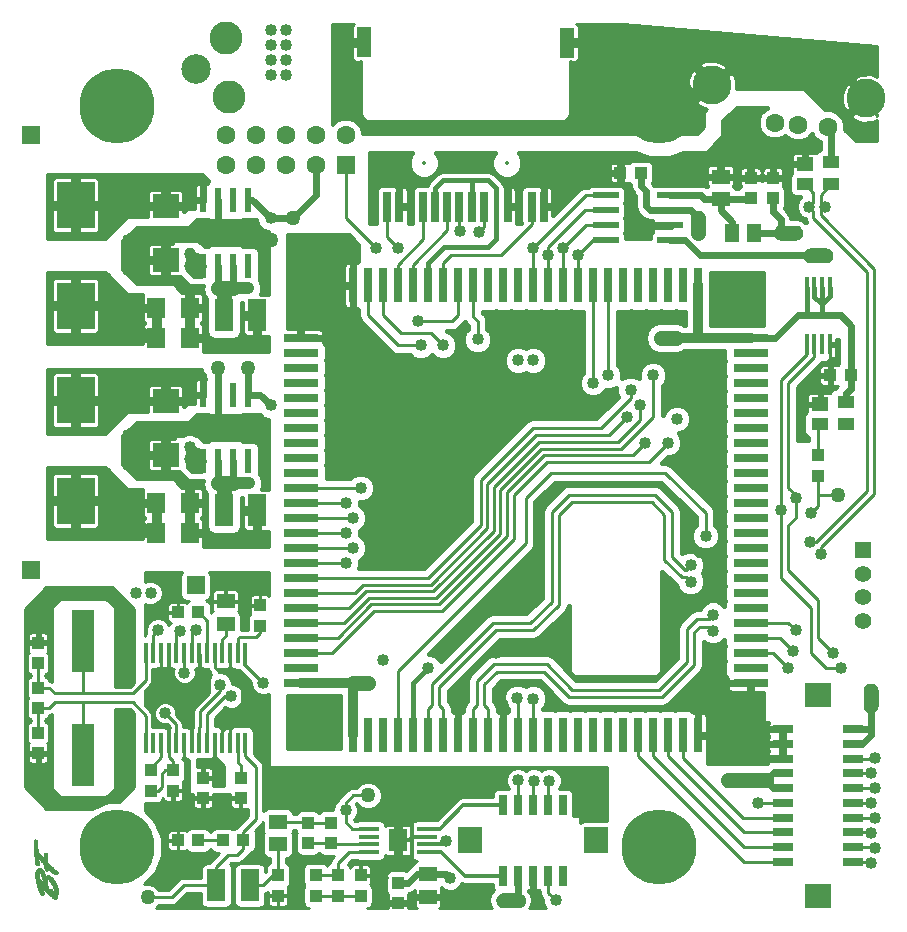
<source format=gtl>
G04 #@! TF.FileFunction,Copper,L1,Top,Signal*
%FSLAX46Y46*%
G04 Gerber Fmt 4.6, Leading zero omitted, Abs format (unit mm)*
G04 Created by KiCad (PCBNEW (2015-04-03 BZR 5570)-product) date Mon Apr  6 03:58:37 2015*
%MOMM*%
G01*
G04 APERTURE LIST*
%ADD10C,0.150000*%
%ADD11C,0.050000*%
%ADD12C,2.800000*%
%ADD13C,2.500000*%
%ADD14R,0.710000X2.500000*%
%ADD15R,1.200000X2.500000*%
%ADD16C,1.600000*%
%ADD17C,3.300000*%
%ADD18R,1.700000X0.700000*%
%ADD19R,2.200000X2.000000*%
%ADD20R,1.000000X1.100000*%
%ADD21R,1.400000X1.400000*%
%ADD22C,1.400000*%
%ADD23R,0.700000X1.700000*%
%ADD24R,2.000000X2.200000*%
%ADD25R,1.500000X1.300000*%
%ADD26R,2.200000X0.600000*%
%ADD27R,1.100000X1.000000*%
%ADD28R,0.350000X1.800000*%
%ADD29R,1.600000X1.600000*%
%ADD30R,2.184400X2.032000*%
%ADD31R,1.600000X1.800000*%
%ADD32R,1.600000X2.700000*%
%ADD33R,1.508000X1.508000*%
%ADD34R,1.930400X5.334000*%
%ADD35R,3.200000X4.000000*%
%ADD36R,1.300000X1.500000*%
%ADD37R,0.380000X1.700000*%
%ADD38R,1.700000X0.380000*%
%ADD39R,1.600000X1.900000*%
%ADD40R,0.600000X2.000000*%
%ADD41C,1.000000*%
%ADD42R,3.500000X2.400000*%
%ADD43R,1.440000X1.000000*%
%ADD44R,1.440000X1.200000*%
%ADD45C,1.270000*%
%ADD46R,0.800000X3.000000*%
%ADD47R,3.000000X0.800000*%
%ADD48R,3.810000X3.810000*%
%ADD49C,6.350000*%
%ADD50C,1.016000*%
%ADD51C,0.304800*%
%ADD52C,0.406400*%
%ADD53C,0.254000*%
%ADD54C,0.609600*%
%ADD55C,1.270000*%
%ADD56C,0.812800*%
%ADD57C,1.016000*%
%ADD58C,0.350000*%
G04 APERTURE END LIST*
D10*
D11*
G36*
X103614621Y-148388960D02*
X103677702Y-148392227D01*
X103732055Y-148404312D01*
X103745139Y-148409516D01*
X103805455Y-148447324D01*
X103865196Y-148505202D01*
X103923658Y-148582052D01*
X103976271Y-148670293D01*
X103592752Y-148670293D01*
X103578350Y-148696292D01*
X103567208Y-148730345D01*
X103560530Y-148782147D01*
X103558220Y-148848777D01*
X103560180Y-148927317D01*
X103566313Y-149014846D01*
X103576522Y-149108444D01*
X103590709Y-149205190D01*
X103596412Y-149238230D01*
X103604635Y-149282329D01*
X103611305Y-149309600D01*
X103618422Y-149324082D01*
X103627984Y-149329814D01*
X103641990Y-149330834D01*
X103642255Y-149330834D01*
X103660082Y-149332774D01*
X103678222Y-149339956D01*
X103698999Y-149354426D01*
X103724734Y-149378227D01*
X103757749Y-149413403D01*
X103800366Y-149461999D01*
X103828140Y-149494482D01*
X103864364Y-149536840D01*
X103895514Y-149572820D01*
X103919149Y-149599635D01*
X103932825Y-149614501D01*
X103935185Y-149616584D01*
X103936244Y-149610407D01*
X103933377Y-149590857D01*
X103926254Y-149556404D01*
X103914545Y-149505517D01*
X103897918Y-149436667D01*
X103884862Y-149383750D01*
X103851206Y-149256707D01*
X103815158Y-149136312D01*
X103777607Y-149024873D01*
X103739443Y-148924696D01*
X103701556Y-148838087D01*
X103664836Y-148767352D01*
X103630172Y-148714797D01*
X103623738Y-148706876D01*
X103592752Y-148670293D01*
X103976271Y-148670293D01*
X103980137Y-148676776D01*
X104033931Y-148788279D01*
X104084336Y-148915463D01*
X104101795Y-148965709D01*
X104115314Y-149005992D01*
X104126422Y-149039048D01*
X104133259Y-149059346D01*
X104134246Y-149062255D01*
X104145402Y-149064286D01*
X104172240Y-149055546D01*
X104209215Y-149038442D01*
X104251647Y-149018719D01*
X104286495Y-149007868D01*
X104324037Y-149003405D01*
X104356810Y-149002750D01*
X104420170Y-149008041D01*
X104480242Y-149025015D01*
X104540113Y-149055326D01*
X104602871Y-149100626D01*
X104671605Y-149162571D01*
X104690833Y-149181604D01*
X104787720Y-149291179D01*
X104800988Y-149309667D01*
X104338098Y-149309667D01*
X104320399Y-149319693D01*
X104304288Y-149347583D01*
X104290436Y-149390052D01*
X104279517Y-149443818D01*
X104272202Y-149505597D01*
X104269165Y-149572106D01*
X104270922Y-149637750D01*
X104288033Y-149792656D01*
X104318531Y-149950084D01*
X104325254Y-149977600D01*
X104335111Y-150011876D01*
X104347165Y-150039935D01*
X104364888Y-150067424D01*
X104391748Y-150099986D01*
X104418900Y-150129965D01*
X104494879Y-150212356D01*
X104528580Y-150194928D01*
X104572595Y-150180565D01*
X104620097Y-150178232D01*
X104662933Y-150187704D01*
X104683359Y-150199235D01*
X104704434Y-150224246D01*
X104720911Y-150258297D01*
X104723088Y-150265381D01*
X104740880Y-150327784D01*
X104756322Y-150374266D01*
X104771326Y-150409640D01*
X104787803Y-150438719D01*
X104797542Y-150452887D01*
X104816742Y-150476449D01*
X104831524Y-150489307D01*
X104836633Y-150489957D01*
X104845534Y-150472775D01*
X104854959Y-150441898D01*
X104863145Y-150404675D01*
X104868326Y-150368454D01*
X104869210Y-150354325D01*
X104867534Y-150323891D01*
X104862144Y-150281655D01*
X104854179Y-150236419D01*
X104853593Y-150233550D01*
X104827468Y-150132537D01*
X104789312Y-150020574D01*
X104741240Y-149902453D01*
X104685365Y-149782969D01*
X104623804Y-149666916D01*
X104558671Y-149559088D01*
X104550617Y-149546781D01*
X104513197Y-149493087D01*
X104473608Y-149441359D01*
X104434417Y-149394461D01*
X104398192Y-149355255D01*
X104367497Y-149326607D01*
X104344901Y-149311378D01*
X104338098Y-149309667D01*
X104800988Y-149309667D01*
X104878723Y-149417978D01*
X104962044Y-149558453D01*
X105035884Y-149709061D01*
X105098444Y-149866254D01*
X105147926Y-150026488D01*
X105172224Y-150130588D01*
X105185782Y-150211828D01*
X105194361Y-150294281D01*
X105197822Y-150373110D01*
X105196025Y-150443480D01*
X105188830Y-150500554D01*
X105183529Y-150521459D01*
X105161023Y-150579611D01*
X105129943Y-150634564D01*
X105098960Y-150677958D01*
X105062174Y-150726151D01*
X105083319Y-150766680D01*
X105099997Y-150818870D01*
X105097970Y-150870457D01*
X105079507Y-150917995D01*
X105046878Y-150958041D01*
X105002353Y-150987151D01*
X104948202Y-151001880D01*
X104927582Y-151003000D01*
X104889267Y-151000909D01*
X104855160Y-150995596D01*
X104842873Y-150992068D01*
X104816391Y-150977033D01*
X104777205Y-150947851D01*
X104726853Y-150906037D01*
X104666874Y-150853101D01*
X104598805Y-150790557D01*
X104524185Y-150719918D01*
X104444552Y-150642695D01*
X104361443Y-150560401D01*
X104276399Y-150474549D01*
X104190956Y-150386651D01*
X104106652Y-150298220D01*
X104025027Y-150210768D01*
X103947617Y-150125808D01*
X103875963Y-150044851D01*
X103855466Y-150021162D01*
X103825179Y-149986308D01*
X103800712Y-149958834D01*
X103784836Y-149941806D01*
X103780166Y-149937837D01*
X103783410Y-149948825D01*
X103792321Y-149976114D01*
X103805663Y-150015992D01*
X103822204Y-150064751D01*
X103828508Y-150083191D01*
X103869052Y-150195461D01*
X103906625Y-150286862D01*
X103941213Y-150357369D01*
X103972806Y-150406955D01*
X103981014Y-150416974D01*
X104006517Y-150460313D01*
X104013521Y-150507534D01*
X104003060Y-150554355D01*
X103976163Y-150596495D01*
X103933863Y-150629672D01*
X103929170Y-150632157D01*
X103872230Y-150650085D01*
X103814038Y-150648346D01*
X103758691Y-150627752D01*
X103710282Y-150589117D01*
X103709840Y-150588635D01*
X103687831Y-150558276D01*
X103660667Y-150510780D01*
X103629662Y-150449161D01*
X103596132Y-150376436D01*
X103561391Y-150295620D01*
X103526756Y-150209729D01*
X103493540Y-150121778D01*
X103463059Y-150034783D01*
X103447482Y-149987000D01*
X103411365Y-149865990D01*
X103377359Y-149738965D01*
X103345927Y-149608616D01*
X103317535Y-149477633D01*
X103292643Y-149348707D01*
X103271717Y-149224528D01*
X103255219Y-149107787D01*
X103243613Y-149001175D01*
X103237361Y-148907382D01*
X103236928Y-148829099D01*
X103240400Y-148784457D01*
X103261482Y-148684042D01*
X103296789Y-148595321D01*
X103345146Y-148520024D01*
X103405379Y-148459885D01*
X103476315Y-148416637D01*
X103494839Y-148408950D01*
X103550953Y-148394528D01*
X103614621Y-148388960D01*
X103614621Y-148388960D01*
X103614621Y-148388960D01*
G37*
X103614621Y-148388960D02*
X103677702Y-148392227D01*
X103732055Y-148404312D01*
X103745139Y-148409516D01*
X103805455Y-148447324D01*
X103865196Y-148505202D01*
X103923658Y-148582052D01*
X103976271Y-148670293D01*
X103592752Y-148670293D01*
X103578350Y-148696292D01*
X103567208Y-148730345D01*
X103560530Y-148782147D01*
X103558220Y-148848777D01*
X103560180Y-148927317D01*
X103566313Y-149014846D01*
X103576522Y-149108444D01*
X103590709Y-149205190D01*
X103596412Y-149238230D01*
X103604635Y-149282329D01*
X103611305Y-149309600D01*
X103618422Y-149324082D01*
X103627984Y-149329814D01*
X103641990Y-149330834D01*
X103642255Y-149330834D01*
X103660082Y-149332774D01*
X103678222Y-149339956D01*
X103698999Y-149354426D01*
X103724734Y-149378227D01*
X103757749Y-149413403D01*
X103800366Y-149461999D01*
X103828140Y-149494482D01*
X103864364Y-149536840D01*
X103895514Y-149572820D01*
X103919149Y-149599635D01*
X103932825Y-149614501D01*
X103935185Y-149616584D01*
X103936244Y-149610407D01*
X103933377Y-149590857D01*
X103926254Y-149556404D01*
X103914545Y-149505517D01*
X103897918Y-149436667D01*
X103884862Y-149383750D01*
X103851206Y-149256707D01*
X103815158Y-149136312D01*
X103777607Y-149024873D01*
X103739443Y-148924696D01*
X103701556Y-148838087D01*
X103664836Y-148767352D01*
X103630172Y-148714797D01*
X103623738Y-148706876D01*
X103592752Y-148670293D01*
X103976271Y-148670293D01*
X103980137Y-148676776D01*
X104033931Y-148788279D01*
X104084336Y-148915463D01*
X104101795Y-148965709D01*
X104115314Y-149005992D01*
X104126422Y-149039048D01*
X104133259Y-149059346D01*
X104134246Y-149062255D01*
X104145402Y-149064286D01*
X104172240Y-149055546D01*
X104209215Y-149038442D01*
X104251647Y-149018719D01*
X104286495Y-149007868D01*
X104324037Y-149003405D01*
X104356810Y-149002750D01*
X104420170Y-149008041D01*
X104480242Y-149025015D01*
X104540113Y-149055326D01*
X104602871Y-149100626D01*
X104671605Y-149162571D01*
X104690833Y-149181604D01*
X104787720Y-149291179D01*
X104800988Y-149309667D01*
X104338098Y-149309667D01*
X104320399Y-149319693D01*
X104304288Y-149347583D01*
X104290436Y-149390052D01*
X104279517Y-149443818D01*
X104272202Y-149505597D01*
X104269165Y-149572106D01*
X104270922Y-149637750D01*
X104288033Y-149792656D01*
X104318531Y-149950084D01*
X104325254Y-149977600D01*
X104335111Y-150011876D01*
X104347165Y-150039935D01*
X104364888Y-150067424D01*
X104391748Y-150099986D01*
X104418900Y-150129965D01*
X104494879Y-150212356D01*
X104528580Y-150194928D01*
X104572595Y-150180565D01*
X104620097Y-150178232D01*
X104662933Y-150187704D01*
X104683359Y-150199235D01*
X104704434Y-150224246D01*
X104720911Y-150258297D01*
X104723088Y-150265381D01*
X104740880Y-150327784D01*
X104756322Y-150374266D01*
X104771326Y-150409640D01*
X104787803Y-150438719D01*
X104797542Y-150452887D01*
X104816742Y-150476449D01*
X104831524Y-150489307D01*
X104836633Y-150489957D01*
X104845534Y-150472775D01*
X104854959Y-150441898D01*
X104863145Y-150404675D01*
X104868326Y-150368454D01*
X104869210Y-150354325D01*
X104867534Y-150323891D01*
X104862144Y-150281655D01*
X104854179Y-150236419D01*
X104853593Y-150233550D01*
X104827468Y-150132537D01*
X104789312Y-150020574D01*
X104741240Y-149902453D01*
X104685365Y-149782969D01*
X104623804Y-149666916D01*
X104558671Y-149559088D01*
X104550617Y-149546781D01*
X104513197Y-149493087D01*
X104473608Y-149441359D01*
X104434417Y-149394461D01*
X104398192Y-149355255D01*
X104367497Y-149326607D01*
X104344901Y-149311378D01*
X104338098Y-149309667D01*
X104800988Y-149309667D01*
X104878723Y-149417978D01*
X104962044Y-149558453D01*
X105035884Y-149709061D01*
X105098444Y-149866254D01*
X105147926Y-150026488D01*
X105172224Y-150130588D01*
X105185782Y-150211828D01*
X105194361Y-150294281D01*
X105197822Y-150373110D01*
X105196025Y-150443480D01*
X105188830Y-150500554D01*
X105183529Y-150521459D01*
X105161023Y-150579611D01*
X105129943Y-150634564D01*
X105098960Y-150677958D01*
X105062174Y-150726151D01*
X105083319Y-150766680D01*
X105099997Y-150818870D01*
X105097970Y-150870457D01*
X105079507Y-150917995D01*
X105046878Y-150958041D01*
X105002353Y-150987151D01*
X104948202Y-151001880D01*
X104927582Y-151003000D01*
X104889267Y-151000909D01*
X104855160Y-150995596D01*
X104842873Y-150992068D01*
X104816391Y-150977033D01*
X104777205Y-150947851D01*
X104726853Y-150906037D01*
X104666874Y-150853101D01*
X104598805Y-150790557D01*
X104524185Y-150719918D01*
X104444552Y-150642695D01*
X104361443Y-150560401D01*
X104276399Y-150474549D01*
X104190956Y-150386651D01*
X104106652Y-150298220D01*
X104025027Y-150210768D01*
X103947617Y-150125808D01*
X103875963Y-150044851D01*
X103855466Y-150021162D01*
X103825179Y-149986308D01*
X103800712Y-149958834D01*
X103784836Y-149941806D01*
X103780166Y-149937837D01*
X103783410Y-149948825D01*
X103792321Y-149976114D01*
X103805663Y-150015992D01*
X103822204Y-150064751D01*
X103828508Y-150083191D01*
X103869052Y-150195461D01*
X103906625Y-150286862D01*
X103941213Y-150357369D01*
X103972806Y-150406955D01*
X103981014Y-150416974D01*
X104006517Y-150460313D01*
X104013521Y-150507534D01*
X104003060Y-150554355D01*
X103976163Y-150596495D01*
X103933863Y-150629672D01*
X103929170Y-150632157D01*
X103872230Y-150650085D01*
X103814038Y-150648346D01*
X103758691Y-150627752D01*
X103710282Y-150589117D01*
X103709840Y-150588635D01*
X103687831Y-150558276D01*
X103660667Y-150510780D01*
X103629662Y-150449161D01*
X103596132Y-150376436D01*
X103561391Y-150295620D01*
X103526756Y-150209729D01*
X103493540Y-150121778D01*
X103463059Y-150034783D01*
X103447482Y-149987000D01*
X103411365Y-149865990D01*
X103377359Y-149738965D01*
X103345927Y-149608616D01*
X103317535Y-149477633D01*
X103292643Y-149348707D01*
X103271717Y-149224528D01*
X103255219Y-149107787D01*
X103243613Y-149001175D01*
X103237361Y-148907382D01*
X103236928Y-148829099D01*
X103240400Y-148784457D01*
X103261482Y-148684042D01*
X103296789Y-148595321D01*
X103345146Y-148520024D01*
X103405379Y-148459885D01*
X103476315Y-148416637D01*
X103494839Y-148408950D01*
X103550953Y-148394528D01*
X103614621Y-148388960D01*
X103614621Y-148388960D01*
G36*
X103258697Y-145965417D02*
X103306163Y-145971952D01*
X103352653Y-145989692D01*
X103392663Y-146017575D01*
X103407383Y-146033521D01*
X103415181Y-146045724D01*
X103421114Y-146061982D01*
X103425632Y-146085647D01*
X103429185Y-146120067D01*
X103432224Y-146168591D01*
X103435199Y-146234568D01*
X103435533Y-146242837D01*
X103438385Y-146308783D01*
X103442201Y-146389718D01*
X103446674Y-146479507D01*
X103451494Y-146572011D01*
X103456355Y-146661092D01*
X103458006Y-146690292D01*
X103462161Y-146763426D01*
X103465884Y-146829837D01*
X103469011Y-146886511D01*
X103471376Y-146930437D01*
X103472816Y-146958602D01*
X103473190Y-146967703D01*
X103479651Y-146980540D01*
X103497146Y-147005669D01*
X103522917Y-147039324D01*
X103550694Y-147073536D01*
X103577403Y-147104928D01*
X103612924Y-147145680D01*
X103655065Y-147193372D01*
X103701633Y-147245584D01*
X103750436Y-147299895D01*
X103799282Y-147353886D01*
X103845977Y-147405136D01*
X103888330Y-147451226D01*
X103924147Y-147489735D01*
X103951237Y-147518243D01*
X103967406Y-147534331D01*
X103970401Y-147536795D01*
X103973848Y-147529264D01*
X103975664Y-147503033D01*
X103975791Y-147460511D01*
X103974170Y-147404108D01*
X103973855Y-147396517D01*
X103971711Y-147323715D01*
X103972843Y-147267906D01*
X103977992Y-147225068D01*
X103987897Y-147191181D01*
X104003300Y-147162221D01*
X104021409Y-147138309D01*
X104059304Y-147104465D01*
X104104829Y-147080514D01*
X104152093Y-147068330D01*
X104195200Y-147069785D01*
X104214669Y-147076898D01*
X104227349Y-147084808D01*
X104237693Y-147095043D01*
X104245987Y-147109746D01*
X104252514Y-147131055D01*
X104257559Y-147161114D01*
X104261405Y-147202063D01*
X104264337Y-147256044D01*
X104266639Y-147325198D01*
X104268594Y-147411665D01*
X104270099Y-147494625D01*
X104271841Y-147579671D01*
X104274007Y-147658847D01*
X104276481Y-147729431D01*
X104279147Y-147788700D01*
X104281888Y-147833932D01*
X104284587Y-147862404D01*
X104286184Y-147870433D01*
X104297132Y-147887067D01*
X104321215Y-147916191D01*
X104356321Y-147955616D01*
X104400334Y-148003153D01*
X104451141Y-148056613D01*
X104506628Y-148113807D01*
X104564681Y-148172545D01*
X104623185Y-148230638D01*
X104680028Y-148285898D01*
X104733095Y-148336136D01*
X104758612Y-148359653D01*
X104854306Y-148444443D01*
X104938843Y-148514066D01*
X105014134Y-148570006D01*
X105082090Y-148613748D01*
X105095499Y-148621462D01*
X105145198Y-148655118D01*
X105174805Y-148689992D01*
X105185366Y-148728434D01*
X105177924Y-148772793D01*
X105170890Y-148791008D01*
X105138002Y-148844713D01*
X105090127Y-148885817D01*
X105066858Y-148899095D01*
X105027776Y-148912717D01*
X104985114Y-148914155D01*
X104936837Y-148902675D01*
X104880905Y-148877543D01*
X104815280Y-148838023D01*
X104737926Y-148783382D01*
X104730466Y-148777807D01*
X104690336Y-148747438D01*
X104655850Y-148720505D01*
X104623328Y-148693861D01*
X104589093Y-148664356D01*
X104549464Y-148628841D01*
X104500765Y-148584168D01*
X104458487Y-148545000D01*
X104380099Y-148472216D01*
X104367095Y-148510042D01*
X104350551Y-148548522D01*
X104329727Y-148572097D01*
X104298344Y-148586932D01*
X104284732Y-148590925D01*
X104235810Y-148597273D01*
X104185115Y-148592575D01*
X104138199Y-148578529D01*
X104100616Y-148556833D01*
X104077918Y-148529186D01*
X104077188Y-148527467D01*
X104072049Y-148508360D01*
X104064566Y-148472202D01*
X104055401Y-148422895D01*
X104045215Y-148364341D01*
X104034669Y-148300441D01*
X104024425Y-148235096D01*
X104015144Y-148172209D01*
X104007786Y-148118019D01*
X104005225Y-148101789D01*
X104000960Y-148086450D01*
X103993439Y-148069887D01*
X103981112Y-148049985D01*
X103962427Y-148024628D01*
X103935833Y-147991703D01*
X103899777Y-147949093D01*
X103852710Y-147894684D01*
X103797917Y-147831895D01*
X103743870Y-147770027D01*
X103692421Y-147711062D01*
X103645780Y-147657538D01*
X103606157Y-147611994D01*
X103575762Y-147576966D01*
X103556804Y-147554994D01*
X103555270Y-147553201D01*
X103534287Y-147530420D01*
X103519902Y-147518263D01*
X103515583Y-147518578D01*
X103516655Y-147532392D01*
X103519640Y-147563789D01*
X103524192Y-147609308D01*
X103529964Y-147665485D01*
X103536610Y-147728859D01*
X103537102Y-147733510D01*
X103546518Y-147815385D01*
X103555561Y-147880267D01*
X103564028Y-147926915D01*
X103571715Y-147954090D01*
X103574144Y-147958716D01*
X103582944Y-147982524D01*
X103588329Y-148018711D01*
X103589783Y-148058686D01*
X103586793Y-148093861D01*
X103583092Y-148107985D01*
X103564060Y-148130329D01*
X103530002Y-148146086D01*
X103486203Y-148154631D01*
X103437949Y-148155338D01*
X103390522Y-148147581D01*
X103356566Y-148134781D01*
X103326492Y-148115726D01*
X103302963Y-148094476D01*
X103298722Y-148088926D01*
X103290168Y-148066379D01*
X103280719Y-148024533D01*
X103270547Y-147965229D01*
X103259825Y-147890309D01*
X103248725Y-147801615D01*
X103237420Y-147700986D01*
X103226082Y-147590265D01*
X103214883Y-147471293D01*
X103203996Y-147345911D01*
X103193594Y-147215959D01*
X103183848Y-147083280D01*
X103174931Y-146949715D01*
X103167016Y-146817104D01*
X103160274Y-146687289D01*
X103154879Y-146562111D01*
X103154296Y-146546556D01*
X103150153Y-146420856D01*
X103147789Y-146314680D01*
X103147286Y-146226455D01*
X103148724Y-146154605D01*
X103152183Y-146097557D01*
X103157746Y-146053736D01*
X103165491Y-146021569D01*
X103175501Y-145999482D01*
X103182833Y-145990204D01*
X103215753Y-145971147D01*
X103258697Y-145965417D01*
X103258697Y-145965417D01*
X103258697Y-145965417D01*
G37*
X103258697Y-145965417D02*
X103306163Y-145971952D01*
X103352653Y-145989692D01*
X103392663Y-146017575D01*
X103407383Y-146033521D01*
X103415181Y-146045724D01*
X103421114Y-146061982D01*
X103425632Y-146085647D01*
X103429185Y-146120067D01*
X103432224Y-146168591D01*
X103435199Y-146234568D01*
X103435533Y-146242837D01*
X103438385Y-146308783D01*
X103442201Y-146389718D01*
X103446674Y-146479507D01*
X103451494Y-146572011D01*
X103456355Y-146661092D01*
X103458006Y-146690292D01*
X103462161Y-146763426D01*
X103465884Y-146829837D01*
X103469011Y-146886511D01*
X103471376Y-146930437D01*
X103472816Y-146958602D01*
X103473190Y-146967703D01*
X103479651Y-146980540D01*
X103497146Y-147005669D01*
X103522917Y-147039324D01*
X103550694Y-147073536D01*
X103577403Y-147104928D01*
X103612924Y-147145680D01*
X103655065Y-147193372D01*
X103701633Y-147245584D01*
X103750436Y-147299895D01*
X103799282Y-147353886D01*
X103845977Y-147405136D01*
X103888330Y-147451226D01*
X103924147Y-147489735D01*
X103951237Y-147518243D01*
X103967406Y-147534331D01*
X103970401Y-147536795D01*
X103973848Y-147529264D01*
X103975664Y-147503033D01*
X103975791Y-147460511D01*
X103974170Y-147404108D01*
X103973855Y-147396517D01*
X103971711Y-147323715D01*
X103972843Y-147267906D01*
X103977992Y-147225068D01*
X103987897Y-147191181D01*
X104003300Y-147162221D01*
X104021409Y-147138309D01*
X104059304Y-147104465D01*
X104104829Y-147080514D01*
X104152093Y-147068330D01*
X104195200Y-147069785D01*
X104214669Y-147076898D01*
X104227349Y-147084808D01*
X104237693Y-147095043D01*
X104245987Y-147109746D01*
X104252514Y-147131055D01*
X104257559Y-147161114D01*
X104261405Y-147202063D01*
X104264337Y-147256044D01*
X104266639Y-147325198D01*
X104268594Y-147411665D01*
X104270099Y-147494625D01*
X104271841Y-147579671D01*
X104274007Y-147658847D01*
X104276481Y-147729431D01*
X104279147Y-147788700D01*
X104281888Y-147833932D01*
X104284587Y-147862404D01*
X104286184Y-147870433D01*
X104297132Y-147887067D01*
X104321215Y-147916191D01*
X104356321Y-147955616D01*
X104400334Y-148003153D01*
X104451141Y-148056613D01*
X104506628Y-148113807D01*
X104564681Y-148172545D01*
X104623185Y-148230638D01*
X104680028Y-148285898D01*
X104733095Y-148336136D01*
X104758612Y-148359653D01*
X104854306Y-148444443D01*
X104938843Y-148514066D01*
X105014134Y-148570006D01*
X105082090Y-148613748D01*
X105095499Y-148621462D01*
X105145198Y-148655118D01*
X105174805Y-148689992D01*
X105185366Y-148728434D01*
X105177924Y-148772793D01*
X105170890Y-148791008D01*
X105138002Y-148844713D01*
X105090127Y-148885817D01*
X105066858Y-148899095D01*
X105027776Y-148912717D01*
X104985114Y-148914155D01*
X104936837Y-148902675D01*
X104880905Y-148877543D01*
X104815280Y-148838023D01*
X104737926Y-148783382D01*
X104730466Y-148777807D01*
X104690336Y-148747438D01*
X104655850Y-148720505D01*
X104623328Y-148693861D01*
X104589093Y-148664356D01*
X104549464Y-148628841D01*
X104500765Y-148584168D01*
X104458487Y-148545000D01*
X104380099Y-148472216D01*
X104367095Y-148510042D01*
X104350551Y-148548522D01*
X104329727Y-148572097D01*
X104298344Y-148586932D01*
X104284732Y-148590925D01*
X104235810Y-148597273D01*
X104185115Y-148592575D01*
X104138199Y-148578529D01*
X104100616Y-148556833D01*
X104077918Y-148529186D01*
X104077188Y-148527467D01*
X104072049Y-148508360D01*
X104064566Y-148472202D01*
X104055401Y-148422895D01*
X104045215Y-148364341D01*
X104034669Y-148300441D01*
X104024425Y-148235096D01*
X104015144Y-148172209D01*
X104007786Y-148118019D01*
X104005225Y-148101789D01*
X104000960Y-148086450D01*
X103993439Y-148069887D01*
X103981112Y-148049985D01*
X103962427Y-148024628D01*
X103935833Y-147991703D01*
X103899777Y-147949093D01*
X103852710Y-147894684D01*
X103797917Y-147831895D01*
X103743870Y-147770027D01*
X103692421Y-147711062D01*
X103645780Y-147657538D01*
X103606157Y-147611994D01*
X103575762Y-147576966D01*
X103556804Y-147554994D01*
X103555270Y-147553201D01*
X103534287Y-147530420D01*
X103519902Y-147518263D01*
X103515583Y-147518578D01*
X103516655Y-147532392D01*
X103519640Y-147563789D01*
X103524192Y-147609308D01*
X103529964Y-147665485D01*
X103536610Y-147728859D01*
X103537102Y-147733510D01*
X103546518Y-147815385D01*
X103555561Y-147880267D01*
X103564028Y-147926915D01*
X103571715Y-147954090D01*
X103574144Y-147958716D01*
X103582944Y-147982524D01*
X103588329Y-148018711D01*
X103589783Y-148058686D01*
X103586793Y-148093861D01*
X103583092Y-148107985D01*
X103564060Y-148130329D01*
X103530002Y-148146086D01*
X103486203Y-148154631D01*
X103437949Y-148155338D01*
X103390522Y-148147581D01*
X103356566Y-148134781D01*
X103326492Y-148115726D01*
X103302963Y-148094476D01*
X103298722Y-148088926D01*
X103290168Y-148066379D01*
X103280719Y-148024533D01*
X103270547Y-147965229D01*
X103259825Y-147890309D01*
X103248725Y-147801615D01*
X103237420Y-147700986D01*
X103226082Y-147590265D01*
X103214883Y-147471293D01*
X103203996Y-147345911D01*
X103193594Y-147215959D01*
X103183848Y-147083280D01*
X103174931Y-146949715D01*
X103167016Y-146817104D01*
X103160274Y-146687289D01*
X103154879Y-146562111D01*
X103154296Y-146546556D01*
X103150153Y-146420856D01*
X103147789Y-146314680D01*
X103147286Y-146226455D01*
X103148724Y-146154605D01*
X103152183Y-146097557D01*
X103157746Y-146053736D01*
X103165491Y-146021569D01*
X103175501Y-145999482D01*
X103182833Y-145990204D01*
X103215753Y-145971147D01*
X103258697Y-145965417D01*
X103258697Y-145965417D01*
D12*
X119450483Y-78124303D03*
X119712163Y-83117451D03*
D13*
X116885023Y-80762184D03*
D14*
X139190000Y-92385000D03*
X140210000Y-92385000D03*
X138170000Y-92385000D03*
X141230000Y-92385000D03*
X137150000Y-92385000D03*
X136130000Y-92385000D03*
X143270000Y-92385000D03*
X134090000Y-92385000D03*
X145310000Y-92385000D03*
X133070000Y-92385000D03*
X146330000Y-92385000D03*
D15*
X131100000Y-78485000D03*
X148300000Y-78495000D03*
D16*
X170349257Y-85670976D03*
X167858770Y-85453087D03*
X165866381Y-85278775D03*
X163375894Y-85060886D03*
D17*
X173644638Y-83228895D03*
X160554640Y-82083668D03*
D18*
X172545000Y-139115000D03*
X172545000Y-137865000D03*
X172545000Y-136615000D03*
X172545000Y-147865000D03*
X172545000Y-146615000D03*
X172545000Y-145365000D03*
X172545000Y-144115000D03*
X172545000Y-142865000D03*
X172545000Y-141615000D03*
X172545000Y-140365000D03*
X166545000Y-136615000D03*
X166545000Y-137865000D03*
X166545000Y-139115000D03*
X166545000Y-140365000D03*
X166545000Y-141615000D03*
X166545000Y-142865000D03*
X166545000Y-144115000D03*
X166545000Y-145365000D03*
X166545000Y-146615000D03*
X166545000Y-147865000D03*
D19*
X169545000Y-133765000D03*
X169545000Y-150715000D03*
D20*
X169545000Y-113450000D03*
X169545000Y-115150000D03*
D21*
X173355000Y-121460000D03*
D22*
X173355000Y-123460000D03*
X173355000Y-125460000D03*
X173355000Y-127460000D03*
D23*
X142915000Y-149050000D03*
X144165000Y-149050000D03*
X145415000Y-149050000D03*
X146665000Y-149050000D03*
X147915000Y-149050000D03*
X147915000Y-143050000D03*
X146665000Y-143050000D03*
X145415000Y-143050000D03*
X144165000Y-143050000D03*
X142915000Y-143050000D03*
D24*
X150765000Y-146050000D03*
X140065000Y-146050000D03*
D20*
X163830000Y-89955000D03*
X163830000Y-91655000D03*
D25*
X161290000Y-89855000D03*
X161290000Y-91755000D03*
D20*
X165735000Y-89955000D03*
X165735000Y-91655000D03*
D26*
X151605000Y-92710000D03*
X157005000Y-92710000D03*
X151605000Y-91440000D03*
X151605000Y-93980000D03*
X151605000Y-95250000D03*
X157005000Y-91440000D03*
X157005000Y-93980000D03*
X157005000Y-95250000D03*
D27*
X172300000Y-106680000D03*
X170600000Y-106680000D03*
D28*
X112615000Y-130185000D03*
X113265000Y-130185000D03*
X113915000Y-130185000D03*
X114565000Y-130185000D03*
X115215000Y-130185000D03*
X115865000Y-130185000D03*
X116515000Y-130185000D03*
X117165000Y-130185000D03*
X117815000Y-130185000D03*
X118465000Y-130185000D03*
X119115000Y-130185000D03*
X119765000Y-130185000D03*
X120415000Y-130185000D03*
X121065000Y-130185000D03*
X112615000Y-137785000D03*
X113265000Y-137785000D03*
X113915000Y-137785000D03*
X114565000Y-137785000D03*
X115215000Y-137785000D03*
X115865000Y-137785000D03*
X116515000Y-137785000D03*
X117165000Y-137785000D03*
X117815000Y-137785000D03*
X118465000Y-137785000D03*
X119115000Y-137785000D03*
X119765000Y-137785000D03*
X120415000Y-137785000D03*
X121065000Y-137785000D03*
D29*
X129540000Y-88900000D03*
D16*
X129540000Y-86360000D03*
X127000000Y-88900000D03*
X127000000Y-86360000D03*
X124460000Y-88900000D03*
X124460000Y-86360000D03*
X121920000Y-88900000D03*
X121920000Y-86360000D03*
X119380000Y-88900000D03*
X119380000Y-86360000D03*
D30*
X114300000Y-96901000D03*
X114300000Y-92329000D03*
X114300000Y-113411000D03*
X114300000Y-108839000D03*
D31*
X113535000Y-103505000D03*
X116335000Y-103505000D03*
X113535000Y-100965000D03*
X116335000Y-100965000D03*
X113535000Y-117475000D03*
X116335000Y-117475000D03*
X113535000Y-120015000D03*
X116335000Y-120015000D03*
D32*
X119250000Y-101600000D03*
X122050000Y-101600000D03*
X119250000Y-118110000D03*
X122050000Y-118110000D03*
D33*
X102870000Y-86360000D03*
X102870000Y-123190000D03*
D20*
X114935000Y-141820000D03*
X114935000Y-140120000D03*
X103505000Y-136945000D03*
X103505000Y-138645000D03*
X122301000Y-126150000D03*
X122301000Y-127850000D03*
X120650000Y-142455000D03*
X120650000Y-140755000D03*
X103505000Y-129325000D03*
X103505000Y-131025000D03*
D27*
X115355000Y-126746000D03*
X117055000Y-126746000D03*
D25*
X119380000Y-127696000D03*
X119380000Y-125796000D03*
D20*
X117475000Y-142455000D03*
X117475000Y-140755000D03*
X113030000Y-141820000D03*
X113030000Y-140120000D03*
X103505000Y-134835000D03*
X103505000Y-133135000D03*
D34*
X107315000Y-138811000D03*
X107315000Y-129159000D03*
D35*
X106680000Y-108784000D03*
X106680000Y-117276000D03*
X106680000Y-92274000D03*
X106680000Y-100766000D03*
D36*
X162245000Y-94615000D03*
X164145000Y-94615000D03*
D27*
X119165000Y-146050000D03*
X120865000Y-146050000D03*
D32*
X118615000Y-149860000D03*
X121415000Y-149860000D03*
D25*
X123825000Y-144465000D03*
X123825000Y-146365000D03*
D20*
X130810000Y-149010000D03*
X130810000Y-150710000D03*
X133985000Y-151345000D03*
X133985000Y-149645000D03*
D25*
X136525000Y-148910000D03*
X136525000Y-150810000D03*
D27*
X115355000Y-146050000D03*
X117055000Y-146050000D03*
D20*
X123825000Y-150710000D03*
X123825000Y-149010000D03*
X128270000Y-144565000D03*
X128270000Y-146265000D03*
X126365000Y-144565000D03*
X126365000Y-146265000D03*
X128905000Y-150710000D03*
X128905000Y-149010000D03*
X127000000Y-150710000D03*
X127000000Y-149010000D03*
D37*
X169220000Y-99150000D03*
X169870000Y-99150000D03*
X170520000Y-99150000D03*
X168570000Y-99150000D03*
X168570000Y-104050000D03*
X169220000Y-104050000D03*
X169870000Y-104050000D03*
X170520000Y-104050000D03*
D38*
X136435000Y-145725000D03*
X136435000Y-146375000D03*
X136435000Y-147025000D03*
X136435000Y-145075000D03*
X131535000Y-145075000D03*
X131535000Y-145725000D03*
X131535000Y-146375000D03*
X131535000Y-147025000D03*
D39*
X133985000Y-146050000D03*
D40*
X118745000Y-113925000D03*
X118745000Y-108325000D03*
X117475000Y-113925000D03*
X120015000Y-113925000D03*
X121285000Y-113925000D03*
X117475000Y-108325000D03*
X120015000Y-108325000D03*
X121285000Y-108325000D03*
D41*
X118745000Y-110490000D03*
X118745000Y-111760000D03*
X120015000Y-110490000D03*
X120015000Y-111760000D03*
D42*
X119380000Y-111125000D03*
D40*
X118745000Y-97415000D03*
X118745000Y-91815000D03*
X117475000Y-97415000D03*
X120015000Y-97415000D03*
X121285000Y-97415000D03*
X117475000Y-91815000D03*
X120015000Y-91815000D03*
X121285000Y-91815000D03*
D41*
X118745000Y-93980000D03*
X118745000Y-95250000D03*
X120015000Y-93980000D03*
X120015000Y-95250000D03*
D42*
X119380000Y-94615000D03*
D43*
X171915000Y-108905000D03*
X171915000Y-110805000D03*
X169715000Y-110805000D03*
D44*
X169715000Y-109105000D03*
D43*
X170645000Y-88585000D03*
X170645000Y-90485000D03*
X168445000Y-90485000D03*
D44*
X168445000Y-88785000D03*
D45*
X121285000Y-106045000D03*
X125095000Y-93345000D03*
X131445000Y-142240000D03*
X112776000Y-150876000D03*
X118745000Y-106045000D03*
X123190000Y-95250000D03*
D46*
X159385000Y-137160000D03*
D47*
X125730000Y-132715000D03*
X125730000Y-131445000D03*
X125730000Y-130175000D03*
X125730000Y-128905000D03*
X125730000Y-127635000D03*
X125730000Y-126365000D03*
X125730000Y-125095000D03*
X125730000Y-123825000D03*
X125730000Y-122555000D03*
X125730000Y-121285000D03*
X125730000Y-120015000D03*
X125730000Y-118745000D03*
X125730000Y-117475000D03*
X125730000Y-116205000D03*
X125730000Y-114935000D03*
X125730000Y-113665000D03*
X125730000Y-112395000D03*
X125730000Y-111125000D03*
X125730000Y-109855000D03*
X125730000Y-108585000D03*
X125730000Y-107315000D03*
X125730000Y-106045000D03*
X125730000Y-104775000D03*
X125730000Y-103505000D03*
D46*
X158115000Y-137160000D03*
X156845000Y-137160000D03*
X155575000Y-137160000D03*
X154305000Y-137160000D03*
X153035000Y-137160000D03*
X151765000Y-137160000D03*
X150495000Y-137160000D03*
X149225000Y-137160000D03*
X147955000Y-137160000D03*
X146685000Y-137160000D03*
X145415000Y-137160000D03*
X144145000Y-137160000D03*
X142875000Y-137160000D03*
X141605000Y-137160000D03*
X140335000Y-137160000D03*
X139065000Y-137160000D03*
X137795000Y-137160000D03*
X136525000Y-137160000D03*
X135255000Y-137160000D03*
X133985000Y-137160000D03*
X132715000Y-137160000D03*
X131445000Y-137160000D03*
X130175000Y-137160000D03*
D47*
X163830000Y-103505000D03*
X163830000Y-104775000D03*
X163830000Y-106045000D03*
X163830000Y-107315000D03*
X163830000Y-108585000D03*
X163830000Y-109855000D03*
X163830000Y-111125000D03*
X163830000Y-112395000D03*
X163830000Y-113665000D03*
X163830000Y-114935000D03*
X163830000Y-116205000D03*
X163830000Y-117475000D03*
X163830000Y-118745000D03*
X163830000Y-120015000D03*
X163830000Y-121285000D03*
X163830000Y-122555000D03*
X163830000Y-123825000D03*
X163830000Y-125095000D03*
X163830000Y-126365000D03*
X163830000Y-127635000D03*
X163830000Y-128905000D03*
X163830000Y-130175000D03*
X163830000Y-131445000D03*
X163830000Y-132715000D03*
D46*
X130175000Y-99060000D03*
X131445000Y-99060000D03*
X132715000Y-99060000D03*
X133985000Y-99060000D03*
X135255000Y-99060000D03*
X136525000Y-99060000D03*
X137795000Y-99060000D03*
X139065000Y-99060000D03*
X140335000Y-99060000D03*
X141605000Y-99060000D03*
X142875000Y-99060000D03*
X144145000Y-99060000D03*
X145415000Y-99060000D03*
X146685000Y-99060000D03*
X147955000Y-99060000D03*
X149225000Y-99060000D03*
X150495000Y-99060000D03*
X151765000Y-99060000D03*
X153035000Y-99060000D03*
X154305000Y-99060000D03*
X155575000Y-99060000D03*
X156845000Y-99060000D03*
X158115000Y-99060000D03*
X159385000Y-99060000D03*
D48*
X162580000Y-100310000D03*
X162580000Y-135910000D03*
X126980000Y-135910000D03*
X126980000Y-100310000D03*
D45*
X171196000Y-116840000D03*
D49*
X156108400Y-146634200D03*
D50*
X156108400Y-144348200D03*
X154128666Y-145491200D03*
X154128666Y-147777200D03*
X156108400Y-148920200D03*
X158088134Y-147777200D03*
X158088134Y-145491200D03*
D49*
X110210600Y-146634200D03*
D50*
X110210600Y-144348200D03*
X108230866Y-145491200D03*
X108230866Y-147777200D03*
X110210600Y-148920200D03*
X112190334Y-147777200D03*
X112190334Y-145491200D03*
D49*
X156108400Y-83896200D03*
D50*
X156108400Y-81610200D03*
X154128666Y-82753200D03*
X154128666Y-85039200D03*
X156108400Y-86182200D03*
X158088134Y-85039200D03*
X158088134Y-82753200D03*
D49*
X110210600Y-83896200D03*
D50*
X110210600Y-81610200D03*
X108230866Y-82753200D03*
X108230866Y-85039200D03*
X110210600Y-86182200D03*
X112190334Y-85039200D03*
X112190334Y-82753200D03*
D33*
X116840000Y-124460000D03*
D27*
X154520000Y-89535000D03*
X152820000Y-89535000D03*
D50*
X111125000Y-138430000D03*
X111125000Y-135890000D03*
X111125000Y-137160000D03*
X121180991Y-133309153D03*
X120904000Y-125984000D03*
X118122484Y-120625031D03*
X119380000Y-120650000D03*
X120650000Y-120650000D03*
X121920000Y-120650000D03*
X128905000Y-105410000D03*
X128905000Y-103505000D03*
X128905000Y-107315000D03*
X160655000Y-132715000D03*
X159385000Y-133985000D03*
X130175000Y-95885000D03*
X128270000Y-95885000D03*
X130175000Y-102235000D03*
X121285000Y-95250000D03*
X140970000Y-151130000D03*
X139700000Y-151130000D03*
X138430000Y-151130000D03*
X132672150Y-149225000D03*
X132715000Y-151130000D03*
X133350000Y-147955000D03*
X134620000Y-147955000D03*
X145796000Y-151130000D03*
X137795000Y-130175000D03*
X142240000Y-126365000D03*
X146685000Y-116840000D03*
X160655000Y-121920000D03*
X147955000Y-130175000D03*
X142240000Y-130175000D03*
X160655000Y-125323600D03*
X146685000Y-90170000D03*
X134620000Y-90170000D03*
X117475000Y-93980000D03*
X117475000Y-95250000D03*
X121285000Y-93980000D03*
X112395000Y-98425000D03*
X112395000Y-97155000D03*
X112395000Y-95885000D03*
X112395000Y-94615000D03*
X111125000Y-95250000D03*
X111125000Y-96520000D03*
X111125000Y-97790000D03*
X118110000Y-104140000D03*
X119380000Y-104140000D03*
X120650000Y-104140000D03*
X121920000Y-104140000D03*
X112395000Y-111125000D03*
X112395000Y-112395000D03*
X112395000Y-113665000D03*
X112395000Y-114935000D03*
X111125000Y-111760000D03*
X111125000Y-113030000D03*
X111125000Y-114300000D03*
X117475000Y-110490000D03*
X117475000Y-111760000D03*
X121285000Y-110490000D03*
X121285000Y-111760000D03*
X133350000Y-90170000D03*
X145415008Y-90170000D03*
X164465000Y-139065000D03*
X163195000Y-139065000D03*
X161925000Y-139065000D03*
X139065000Y-134620000D03*
X142875000Y-134620000D03*
X169037000Y-107188000D03*
X168275000Y-109220000D03*
X168275000Y-107950000D03*
X164465000Y-86995000D03*
X163195000Y-86995000D03*
X161925000Y-86995000D03*
X157226000Y-108204000D03*
X139700000Y-128270000D03*
X139700000Y-116205000D03*
X123190000Y-81280000D03*
X124460000Y-80010000D03*
X124460000Y-81280000D03*
X123190000Y-80010000D03*
X124460000Y-78740000D03*
X123190000Y-77470000D03*
X124460000Y-77470000D03*
X123190000Y-78740000D03*
X125730000Y-147955000D03*
X125095000Y-150495000D03*
X134620000Y-141605000D03*
X134620000Y-144145000D03*
X134620000Y-142875000D03*
X133350000Y-141605000D03*
X133350000Y-144145000D03*
X133350000Y-142875000D03*
X116205000Y-142875000D03*
X116205000Y-144145000D03*
X117475000Y-144145000D03*
X118745000Y-144145000D03*
X120015000Y-144145000D03*
X120044614Y-135860386D03*
X121285000Y-134620000D03*
X113030000Y-127000000D03*
X113919000Y-126238000D03*
X111125000Y-129540000D03*
X119380000Y-124333000D03*
X120777000Y-124333000D03*
X122174000Y-124333000D03*
X154940000Y-93980000D03*
X153670000Y-91440000D03*
X153670000Y-93980000D03*
X153670000Y-92710000D03*
X111125000Y-132080000D03*
X111125000Y-130810000D03*
X135636000Y-102108000D03*
X133985000Y-95885090D03*
X130175000Y-82550000D03*
X130175000Y-83820000D03*
X130175000Y-81280000D03*
X129540000Y-80010000D03*
X129540000Y-78740000D03*
X129540000Y-77470000D03*
X139192000Y-94488000D03*
X135889992Y-104140000D03*
X137795000Y-104140000D03*
X140859619Y-94504631D03*
X155575000Y-106680024D03*
X153670000Y-107950000D03*
X154501419Y-109220000D03*
X145415000Y-105410000D03*
X144145000Y-105410000D03*
X157480000Y-103505000D03*
X130175000Y-132715000D03*
X131445000Y-132715000D03*
X156210000Y-103505000D03*
X123190000Y-93345000D03*
X164465000Y-140970000D03*
X163195000Y-140970000D03*
X161925000Y-140970000D03*
X157607000Y-110363000D03*
X109220000Y-98425000D03*
X109220018Y-100330000D03*
X109220000Y-102235000D03*
X111760000Y-100330000D03*
X111760000Y-102235000D03*
X153373617Y-110210490D03*
X156845000Y-112395000D03*
X154910448Y-112365448D03*
X129540000Y-117475000D03*
X130810000Y-116205000D03*
X130175000Y-118745000D03*
X174371000Y-144145000D03*
X129540000Y-120015000D03*
X173990000Y-145415000D03*
X174371000Y-146685000D03*
X130175000Y-121285000D03*
X129540000Y-122555000D03*
X173990000Y-147955000D03*
X145410847Y-134039953D03*
X144091184Y-133984875D03*
X160655000Y-128320800D03*
X160655000Y-126949200D03*
X170144675Y-92402663D03*
X158750000Y-124129513D03*
X169801323Y-121769933D03*
X168773075Y-92402663D03*
X158750000Y-122757913D03*
X168831457Y-120800067D03*
X140716000Y-103632034D03*
X132080000Y-95885000D03*
X150495000Y-107315000D03*
X166370000Y-118110000D03*
X174371000Y-139065000D03*
X171450000Y-131445000D03*
X151765000Y-106680000D03*
X167640000Y-117068600D03*
X170815000Y-130175000D03*
X173990000Y-140335000D03*
X118745000Y-99314000D03*
X120015000Y-115824000D03*
X118745000Y-115824000D03*
X120015000Y-99314000D03*
X121344327Y-115824000D03*
X121286086Y-99314000D03*
X138400454Y-149254546D03*
X138070740Y-146122990D03*
X144094187Y-151130000D03*
X142875000Y-151130000D03*
X159385000Y-93345000D03*
X159385000Y-94615026D03*
X123190000Y-109220000D03*
X123190000Y-109220000D03*
X173990000Y-133350000D03*
X173990000Y-134620000D03*
X113030000Y-125095000D03*
X111760000Y-125095000D03*
X118715454Y-139729546D03*
X118745000Y-140970000D03*
X109220000Y-114934990D03*
X109220000Y-116840004D03*
X109220000Y-118745010D03*
X111760000Y-118745000D03*
X111760000Y-116840000D03*
X129540000Y-143510000D03*
X147320000Y-151130000D03*
X113665000Y-128270000D03*
X144145000Y-140970000D03*
X115519197Y-128312802D03*
X116840000Y-128270000D03*
X146786602Y-140973776D03*
X115900190Y-131846050D03*
X145465794Y-140976892D03*
X116205000Y-106679978D03*
X116205000Y-107696000D03*
X109220000Y-107315000D03*
X109220000Y-109220000D03*
X109220000Y-111125000D03*
X111760000Y-107315000D03*
X111760000Y-109220000D03*
X116205000Y-90170000D03*
X116205000Y-91186000D03*
X109220000Y-90805000D03*
X109220000Y-92710012D03*
X109220000Y-94615000D03*
X111760000Y-90805000D03*
X111760000Y-92710000D03*
X116332000Y-112776000D03*
X116332000Y-113792000D03*
X116332000Y-97409006D03*
X116332000Y-96393000D03*
X146685000Y-96520000D03*
X145415000Y-95884992D03*
X147955010Y-95885000D03*
X149225000Y-96520000D03*
X167640000Y-94615000D03*
X166370000Y-94615000D03*
X168910000Y-96520000D03*
X170180000Y-96520000D03*
X173990000Y-142875000D03*
X167427800Y-129993510D03*
X174371000Y-141605000D03*
X167640000Y-128270000D03*
X164465000Y-142875000D03*
X167005000Y-131445000D03*
X132715000Y-130810000D03*
X117779810Y-132080000D03*
X119864933Y-133834933D03*
X118895067Y-132865067D03*
X122555000Y-132715000D03*
X114270454Y-135284546D03*
X160020000Y-120243600D03*
X168910000Y-118338600D03*
X136525000Y-131445000D03*
D51*
X103505000Y-139280000D02*
X103505000Y-141605000D01*
X104698799Y-142798799D02*
X109931201Y-142798799D01*
X103505000Y-141605000D02*
X104698799Y-142798799D01*
X111125000Y-141605000D02*
X111125000Y-138430000D01*
X109931201Y-142798799D02*
X111125000Y-141605000D01*
X111125000Y-138430000D02*
X111125000Y-137160000D01*
X111125000Y-135890000D02*
X111125000Y-137160000D01*
D52*
X142240000Y-90805000D02*
X141605000Y-90170000D01*
X141605000Y-90170000D02*
X140335000Y-90170000D01*
X136525000Y-97155000D02*
X137896610Y-95783390D01*
X141579610Y-95783390D02*
X142240000Y-95123000D01*
X142240000Y-95123000D02*
X142240000Y-90805000D01*
X137896610Y-95783390D02*
X141579610Y-95783390D01*
X136525000Y-99060000D02*
X136525000Y-97155000D01*
X140210000Y-92385000D02*
X140210000Y-90295000D01*
X140210000Y-90295000D02*
X140335000Y-90170000D01*
X140335000Y-90170000D02*
X137795000Y-90170000D01*
X137795000Y-90170000D02*
X137150000Y-90815000D01*
X137150000Y-90815000D02*
X137150000Y-92385000D01*
D53*
X121285000Y-134620000D02*
X121285000Y-133413162D01*
X121285000Y-133413162D02*
X121180991Y-133309153D01*
X120777000Y-124333000D02*
X120777000Y-125857000D01*
X120777000Y-125857000D02*
X120904000Y-125984000D01*
X169037000Y-107188000D02*
X168275000Y-107950000D01*
X168275000Y-107950000D02*
X168275000Y-109220000D01*
D54*
X118147453Y-120650000D02*
X118122484Y-120625031D01*
X119380000Y-120650000D02*
X118147453Y-120650000D01*
X122050000Y-118110000D02*
X122050000Y-120520000D01*
X122050000Y-120520000D02*
X121920000Y-120650000D01*
X120650000Y-120650000D02*
X121920000Y-120650000D01*
X120650000Y-120650000D02*
X119380000Y-120650000D01*
X128905000Y-107315000D02*
X128905000Y-105410000D01*
X128905000Y-103505000D02*
X125730000Y-103505000D01*
X128905000Y-105410000D02*
X128905000Y-103505000D01*
X163830000Y-132715000D02*
X160655000Y-132715000D01*
X159385000Y-137160000D02*
X159385000Y-133985000D01*
X128270000Y-95885000D02*
X130175000Y-95885000D01*
X130175000Y-95885000D02*
X130175000Y-99060000D01*
X130175000Y-99060000D02*
X130175000Y-102235000D01*
X123190000Y-95250000D02*
X121285000Y-95250000D01*
X121285000Y-95250000D02*
X120015000Y-95250000D01*
X118745000Y-108325000D02*
X118745000Y-106045000D01*
D51*
X135222038Y-145725000D02*
X135127799Y-145819239D01*
X135127799Y-145819239D02*
X135127799Y-147320000D01*
X135127999Y-147320200D02*
X135127999Y-147447001D01*
X135127799Y-147320000D02*
X135127999Y-147320200D01*
X135127999Y-147447001D02*
X134620000Y-147955000D01*
X135127799Y-144780000D02*
X135127999Y-144779800D01*
X135127999Y-144779800D02*
X135127999Y-144652999D01*
X135127999Y-144652999D02*
X134620000Y-144145000D01*
X135127799Y-145630761D02*
X135127799Y-144780000D01*
X135222038Y-145725000D02*
X135127799Y-145630761D01*
X136435000Y-145725000D02*
X135222038Y-145725000D01*
D54*
X139700000Y-151130000D02*
X140970000Y-151130000D01*
X133985000Y-144145000D02*
X134620000Y-144145000D01*
X133985000Y-146050000D02*
X133985000Y-144145000D01*
X138430000Y-151130000D02*
X139700000Y-151130000D01*
X138110000Y-150810000D02*
X138430000Y-151130000D01*
X136525000Y-150810000D02*
X138110000Y-150810000D01*
X132715000Y-151130000D02*
X132672150Y-151087150D01*
X132672150Y-148632850D02*
X132672150Y-149225000D01*
X132672150Y-151087150D02*
X132672150Y-149225000D01*
X133350000Y-147955000D02*
X132672150Y-148632850D01*
X134620000Y-147955000D02*
X133350000Y-147955000D01*
X133985000Y-147955000D02*
X134620000Y-147955000D01*
X133985000Y-146050000D02*
X133985000Y-147955000D01*
D51*
X134897038Y-146050000D02*
X133985000Y-146050000D01*
X135222038Y-145725000D02*
X134897038Y-146050000D01*
D54*
X165735000Y-86995000D02*
X167864600Y-86995000D01*
X167864600Y-86995000D02*
X168445000Y-87575400D01*
X168445000Y-87575400D02*
X168445000Y-88785000D01*
X165735000Y-86995000D02*
X164465000Y-86995000D01*
X165735000Y-89955000D02*
X165735000Y-86995000D01*
X164465000Y-87630000D02*
X163830000Y-88265000D01*
X163830000Y-88265000D02*
X163830000Y-89955000D01*
X145415000Y-149050000D02*
X145415000Y-150749000D01*
X145415000Y-150749000D02*
X145796000Y-151130000D01*
D52*
X160655000Y-121920000D02*
X159385000Y-121920000D01*
X159385000Y-121920000D02*
X158115000Y-120650000D01*
X158115000Y-120650000D02*
X158115000Y-117856000D01*
X158115000Y-117856000D02*
X156083000Y-115824000D01*
X156083000Y-115824000D02*
X147701000Y-115824000D01*
X147701000Y-115824000D02*
X146685000Y-116840000D01*
X139700000Y-128270000D02*
X137795000Y-130175000D01*
X141605000Y-126365000D02*
X139700000Y-128270000D01*
X142240000Y-126365000D02*
X141605000Y-126365000D01*
X144780000Y-126365000D02*
X142240000Y-126365000D01*
X146050000Y-125095000D02*
X144780000Y-126365000D01*
X146050000Y-117475000D02*
X146050000Y-125095000D01*
X146685000Y-116840000D02*
X146050000Y-117475000D01*
X160655000Y-125323600D02*
X160655000Y-121920000D01*
X148971000Y-132308600D02*
X147955000Y-131292600D01*
X147955000Y-131292600D02*
X147955000Y-130175000D01*
X142240000Y-130175000D02*
X147955000Y-130175000D01*
X141833600Y-130175000D02*
X142240000Y-130175000D01*
X139065000Y-134620000D02*
X139065000Y-132943600D01*
X139065000Y-132943600D02*
X141833600Y-130175000D01*
X148971000Y-132308600D02*
X155829000Y-132308600D01*
X155829000Y-132308600D02*
X157480000Y-130657600D01*
X157480000Y-130657600D02*
X157480000Y-127355600D01*
X157480000Y-127355600D02*
X159512000Y-125323600D01*
X159512000Y-125323600D02*
X160655000Y-125323600D01*
D54*
X118745000Y-108325000D02*
X118745000Y-110490000D01*
X146330000Y-92385000D02*
X146330000Y-90525000D01*
X146330000Y-90525000D02*
X146685000Y-90170000D01*
X134090000Y-90700000D02*
X134620000Y-90170000D01*
X134090000Y-92385000D02*
X134090000Y-90700000D01*
X118745000Y-91815000D02*
X118745000Y-93980000D01*
X118745000Y-93980000D02*
X117475000Y-93980000D01*
X118745000Y-95250000D02*
X117475000Y-95250000D01*
X120015000Y-93980000D02*
X121285000Y-93980000D01*
X111125000Y-96520000D02*
X111125000Y-97790000D01*
X111125000Y-95250000D02*
X111125000Y-96520000D01*
X112395000Y-94615000D02*
X111760000Y-94615000D01*
X111760000Y-94615000D02*
X111125000Y-95250000D01*
X112395000Y-94615000D02*
X112395000Y-95885000D01*
X112395000Y-95885000D02*
X112395000Y-97155000D01*
X112395000Y-97155000D02*
X112395000Y-98425000D01*
X114300000Y-94615000D02*
X112395000Y-94615000D01*
X114300000Y-96901000D02*
X114300000Y-94615000D01*
X119380000Y-104140000D02*
X118110000Y-104140000D01*
X120650000Y-104140000D02*
X121920000Y-104140000D01*
X120650000Y-104140000D02*
X119380000Y-104140000D01*
X122050000Y-101600000D02*
X122050000Y-104010000D01*
X122050000Y-104010000D02*
X121920000Y-104140000D01*
X114300000Y-111125000D02*
X112395000Y-111125000D01*
X112395000Y-111125000D02*
X112395000Y-112395000D01*
X112395000Y-112395000D02*
X112395000Y-113665000D01*
X112395000Y-113665000D02*
X112395000Y-114935000D01*
X111760000Y-111125000D02*
X111125000Y-111760000D01*
X112395000Y-111125000D02*
X111760000Y-111125000D01*
X111125000Y-111760000D02*
X111125000Y-113030000D01*
X111125000Y-113030000D02*
X111125000Y-114300000D01*
X118745000Y-110490000D02*
X117475000Y-110490000D01*
X118745000Y-111760000D02*
X117475000Y-111760000D01*
X120015000Y-110490000D02*
X121285000Y-110490000D01*
X120015000Y-111760000D02*
X121285000Y-111760000D01*
X134620000Y-90170000D02*
X133350000Y-90170000D01*
X146685000Y-90170000D02*
X145415008Y-90170000D01*
X145415000Y-90170000D02*
X145415008Y-90170000D01*
X143510000Y-90170000D02*
X145415008Y-90170000D01*
X143270000Y-90410000D02*
X143510000Y-90170000D01*
X143270000Y-92385000D02*
X143270000Y-90410000D01*
X164515000Y-139115000D02*
X164465000Y-139065000D01*
X166545000Y-139115000D02*
X164515000Y-139115000D01*
X164465000Y-139065000D02*
X163195000Y-139065000D01*
X163195000Y-139065000D02*
X161925000Y-139065000D01*
X163830000Y-134660000D02*
X162580000Y-135910000D01*
X163830000Y-132715000D02*
X163830000Y-134660000D01*
X139065000Y-137160000D02*
X139065000Y-134620000D01*
X142875000Y-137160000D02*
X142875000Y-134620000D01*
X163375894Y-85060886D02*
X164465000Y-86149992D01*
X164465000Y-86149992D02*
X164465000Y-86995000D01*
X164465000Y-86995000D02*
X163195000Y-86995000D01*
X163195000Y-86995000D02*
X161925000Y-86995000D01*
X165735000Y-89955000D02*
X163830000Y-89955000D01*
X164465000Y-86995000D02*
X164465000Y-87630000D01*
D53*
X170520000Y-106600000D02*
X170600000Y-106680000D01*
X170520000Y-103900000D02*
X170520000Y-106600000D01*
X169545000Y-106680000D02*
X169037000Y-107188000D01*
X170600000Y-106680000D02*
X169545000Y-106680000D01*
X169600000Y-109220000D02*
X169715000Y-109105000D01*
X168275000Y-109220000D02*
X169600000Y-109220000D01*
X125095000Y-148590000D02*
X125730000Y-147955000D01*
X123825000Y-150710000D02*
X124880000Y-150710000D01*
X124880000Y-150710000D02*
X125095000Y-150495000D01*
X125095000Y-150495000D02*
X125095000Y-148590000D01*
D54*
X134620000Y-142875000D02*
X134620000Y-144145000D01*
X134620000Y-141605000D02*
X134620000Y-142875000D01*
X133350000Y-142875000D02*
X133350000Y-144145000D01*
X133350000Y-144145000D02*
X133985000Y-144145000D01*
X133350000Y-141605000D02*
X133350000Y-142875000D01*
D53*
X119115000Y-136790000D02*
X119765000Y-136140000D01*
X119115000Y-137785000D02*
X119115000Y-136790000D01*
X118465000Y-130185000D02*
X118465000Y-131387242D01*
X120804734Y-132234734D02*
X120804734Y-135100266D01*
X120086801Y-131516801D02*
X120804734Y-132234734D01*
X118465000Y-131387242D02*
X118594559Y-131516801D01*
X118594559Y-131516801D02*
X120086801Y-131516801D01*
X119894559Y-131516801D02*
X120086801Y-131516801D01*
X119765000Y-131387242D02*
X119894559Y-131516801D01*
X119765000Y-130185000D02*
X119765000Y-131387242D01*
X116205000Y-139562758D02*
X116205000Y-142875000D01*
X115865000Y-139222758D02*
X116205000Y-139562758D01*
X115865000Y-137785000D02*
X115865000Y-139222758D01*
X116205000Y-144145000D02*
X117475000Y-144145000D01*
X116205000Y-142875000D02*
X116205000Y-144145000D01*
X117475000Y-144145000D02*
X118745000Y-144145000D01*
X118745000Y-144145000D02*
X120015000Y-144145000D01*
X119765000Y-136140000D02*
X120044614Y-135860386D01*
X119765000Y-137785000D02*
X119765000Y-136140000D01*
X120804734Y-135100266D02*
X120044614Y-135860386D01*
X120044614Y-135860386D02*
X121285000Y-134620000D01*
X113792000Y-126238000D02*
X113030000Y-127000000D01*
X115355000Y-126746000D02*
X114427000Y-126746000D01*
X114427000Y-126746000D02*
X113919000Y-126238000D01*
X113919000Y-126238000D02*
X113792000Y-126238000D01*
D52*
X103505000Y-126365000D02*
X104775000Y-125095000D01*
X104775000Y-125095000D02*
X109220000Y-125095000D01*
X109220000Y-125095000D02*
X111125000Y-127000000D01*
X111125000Y-127000000D02*
X111125000Y-129540000D01*
X103505000Y-129325000D02*
X103505000Y-126365000D01*
D51*
X119380000Y-125796000D02*
X119380000Y-124333000D01*
X119380000Y-124333000D02*
X120777000Y-124333000D01*
X120777000Y-124333000D02*
X122174000Y-124333000D01*
D54*
X154940000Y-93980000D02*
X153670000Y-93980000D01*
X153670000Y-93980000D02*
X153670000Y-92710000D01*
X157005000Y-93980000D02*
X154940000Y-93980000D01*
X153670000Y-91440000D02*
X153670000Y-92710000D01*
X114300000Y-113411000D02*
X114300000Y-111125000D01*
D51*
X111125000Y-129540000D02*
X111125000Y-130810000D01*
X111125000Y-132080000D02*
X111125000Y-130810000D01*
D53*
X138430000Y-96520000D02*
X137795000Y-97155000D01*
X137795000Y-97155000D02*
X137795000Y-99060000D01*
X142679000Y-96520000D02*
X138430000Y-96520000D01*
X145310000Y-93889000D02*
X142679000Y-96520000D01*
X145310000Y-92385000D02*
X145310000Y-93889000D01*
X139065000Y-99060000D02*
X139065000Y-101600000D01*
X139065000Y-101600000D02*
X138557000Y-102108000D01*
X138557000Y-102108000D02*
X135636000Y-102108000D01*
X133070000Y-94970090D02*
X133985000Y-95885090D01*
X133070000Y-92385000D02*
X133070000Y-94970090D01*
D54*
X129540000Y-78381860D02*
X129540000Y-78968600D01*
X129540000Y-78381860D02*
X129653140Y-78495000D01*
X129653140Y-78495000D02*
X130790000Y-78495000D01*
X162399708Y-80238600D02*
X160656108Y-78495000D01*
X160656108Y-78495000D02*
X148610000Y-78495000D01*
X173644638Y-83228895D02*
X170654343Y-80238600D01*
D53*
X162399708Y-80238600D02*
X160554640Y-82083668D01*
D54*
X170654343Y-80238600D02*
X162399708Y-80238600D01*
X130175000Y-82550000D02*
X130175000Y-83820000D01*
X130175000Y-81280000D02*
X129540000Y-80645000D01*
X129540000Y-80645000D02*
X129540000Y-80010000D01*
X129540000Y-78740000D02*
X129540000Y-77470000D01*
D53*
X131445000Y-99060000D02*
X131445000Y-101600000D01*
X131445000Y-101600000D02*
X133985000Y-104140000D01*
X133985000Y-104140000D02*
X135889992Y-104140000D01*
X139190000Y-92385000D02*
X139190000Y-94167351D01*
X139190000Y-94167351D02*
X139192000Y-94488000D01*
X135255000Y-99060000D02*
X135255000Y-97306000D01*
X135255000Y-97306000D02*
X138170000Y-94391000D01*
X138170000Y-94391000D02*
X138170000Y-92385000D01*
X132715000Y-99060000D02*
X132715000Y-101600000D01*
X132715000Y-101600000D02*
X134238999Y-103123999D01*
X134238999Y-103123999D02*
X136778999Y-103123999D01*
X136778999Y-103123999D02*
X137795000Y-104140000D01*
X141230000Y-92385000D02*
X141230000Y-94134250D01*
X141230000Y-94134250D02*
X140859619Y-94504631D01*
X133985000Y-99060000D02*
X133985000Y-97306000D01*
X133985000Y-97306000D02*
X136130000Y-95161000D01*
X136130000Y-95161000D02*
X136130000Y-92385000D01*
X155575000Y-110190289D02*
X155575000Y-106680024D01*
X152887669Y-112877620D02*
X155575000Y-110190289D01*
X142646432Y-116351616D02*
X146120428Y-112877620D01*
X142646431Y-120074397D02*
X142646432Y-116351616D01*
X137219401Y-125501427D02*
X142646431Y-120074397D01*
X131504400Y-125501428D02*
X137219401Y-125501427D01*
X129370828Y-127635000D02*
X131504400Y-125501428D01*
X125730000Y-127635000D02*
X129370828Y-127635000D01*
X146120428Y-112877620D02*
X152887669Y-112877620D01*
X145415000Y-111125000D02*
X151130000Y-111125000D01*
X136525000Y-123825000D02*
X140970000Y-119380000D01*
X140970000Y-115570000D02*
X145415000Y-111125000D01*
X151130000Y-111125000D02*
X153670000Y-108585000D01*
X125730000Y-123825000D02*
X136525000Y-123825000D01*
X140970000Y-119380000D02*
X140970000Y-115570000D01*
X153670000Y-108585000D02*
X153670000Y-107950000D01*
X154501419Y-109220000D02*
X154501419Y-110448857D01*
X154501419Y-110448857D02*
X152631466Y-112318810D01*
X125730000Y-126365000D02*
X129850552Y-126365000D01*
X129850552Y-126365000D02*
X131272934Y-124942618D01*
X131272934Y-124942618D02*
X136987934Y-124942618D01*
X136987934Y-124942618D02*
X142087622Y-119842930D01*
X142087622Y-119842930D02*
X142087623Y-116120149D01*
X142087623Y-116120149D02*
X145888962Y-112318810D01*
X145888962Y-112318810D02*
X152631466Y-112318810D01*
D54*
X121285000Y-91815000D02*
X121660000Y-91815000D01*
X121660000Y-91815000D02*
X123190000Y-93345000D01*
X125095000Y-93345000D02*
X123190000Y-93345000D01*
X127000000Y-88900000D02*
X127000000Y-91440000D01*
X127000000Y-91440000D02*
X125095000Y-93345000D01*
D55*
X156210000Y-103505000D02*
X157480000Y-103505000D01*
X130175000Y-132715000D02*
X131445000Y-132715000D01*
D56*
X130175000Y-132715000D02*
X125730000Y-132715000D01*
X130175000Y-137160000D02*
X130175000Y-132715000D01*
X159385000Y-103505000D02*
X157480000Y-103505000D01*
X159385000Y-103505000D02*
X163830000Y-103505000D01*
X159385000Y-99060000D02*
X159385000Y-103505000D01*
D54*
X167844600Y-101600000D02*
X168550201Y-101600000D01*
X168550201Y-101600000D02*
X169867175Y-101600000D01*
D52*
X168570000Y-99300000D02*
X168570000Y-101580201D01*
X168570000Y-101580201D02*
X168550201Y-101600000D01*
X169870000Y-100475000D02*
X170035000Y-100475000D01*
X170035000Y-100475000D02*
X170520000Y-99990000D01*
X170520000Y-99990000D02*
X170520000Y-99300000D01*
X169870000Y-100475000D02*
X169690000Y-100475000D01*
X169690000Y-100475000D02*
X169220000Y-100005000D01*
X169220000Y-100005000D02*
X169220000Y-99300000D01*
X169870000Y-100717624D02*
X169870000Y-101597175D01*
X169870000Y-100717624D02*
X169870000Y-100475000D01*
X169870000Y-99300000D02*
X169870000Y-100717624D01*
X169870000Y-101597175D02*
X169867175Y-101600000D01*
D54*
X163830000Y-103505000D02*
X165939600Y-103505000D01*
X165939600Y-103505000D02*
X167844600Y-101600000D01*
X169867175Y-101600000D02*
X171450000Y-101600000D01*
X172300000Y-102450000D02*
X172300000Y-106680000D01*
X171450000Y-101600000D02*
X172300000Y-102450000D01*
X172300000Y-107789600D02*
X172300000Y-106680000D01*
X171915000Y-108174600D02*
X172300000Y-107789600D01*
X171915000Y-108905000D02*
X171915000Y-108174600D01*
X166545000Y-140365000D02*
X165705000Y-140365000D01*
X165705000Y-140365000D02*
X165100000Y-140970000D01*
X165745000Y-141615000D02*
X165100000Y-140970000D01*
X166545000Y-141615000D02*
X165745000Y-141615000D01*
D55*
X165100000Y-140970000D02*
X164465000Y-140970000D01*
X164465000Y-140970000D02*
X163195000Y-140970000D01*
X163195000Y-140970000D02*
X161925000Y-140970000D01*
D54*
X113030000Y-103505000D02*
X111760000Y-102235000D01*
X113535000Y-103505000D02*
X113030000Y-103505000D01*
X111760000Y-102235000D02*
X109220000Y-102235000D01*
X109220000Y-100330018D02*
X109220018Y-100330000D01*
X109220000Y-102235000D02*
X109220000Y-100330018D01*
X109220018Y-98425018D02*
X109220000Y-98425000D01*
X109220018Y-100330000D02*
X109220018Y-98425018D01*
X111760000Y-102235000D02*
X111760000Y-100330000D01*
X113535000Y-100965000D02*
X113535000Y-103505000D01*
D53*
X153373617Y-110210490D02*
X151824107Y-111760000D01*
X151824107Y-111760000D02*
X145643600Y-111760000D01*
X145643600Y-111760000D02*
X141528810Y-115874790D01*
X141528810Y-115874790D02*
X141528810Y-119611466D01*
X141528810Y-119611466D02*
X136756467Y-124383809D01*
X136756467Y-124383809D02*
X131041466Y-124383810D01*
X131041466Y-124383810D02*
X130330276Y-125095000D01*
X130330276Y-125095000D02*
X125730000Y-125095000D01*
X125730000Y-125095000D02*
X126974516Y-125095000D01*
X125730000Y-130175000D02*
X128411380Y-130175000D01*
X128411380Y-130175000D02*
X131967334Y-126619046D01*
X146583364Y-113995236D02*
X155244764Y-113995236D01*
X131967334Y-126619046D02*
X137682335Y-126619045D01*
X143764050Y-116814550D02*
X146583364Y-113995236D01*
X137682335Y-126619045D02*
X143764050Y-120537330D01*
X143764050Y-120537330D02*
X143764050Y-116814550D01*
X155244764Y-113995236D02*
X156845000Y-112395000D01*
X146351898Y-113436426D02*
X153839470Y-113436426D01*
X153839470Y-113436426D02*
X154910448Y-112365448D01*
X143205241Y-116583083D02*
X146351898Y-113436426D01*
X137450868Y-126060236D02*
X143205240Y-120305864D01*
X128891104Y-128905000D02*
X131735868Y-126060236D01*
X125730000Y-128905000D02*
X128891104Y-128905000D01*
X143205240Y-120305864D02*
X143205241Y-116583083D01*
X131735868Y-126060236D02*
X137450868Y-126060236D01*
X129540000Y-117475000D02*
X125730000Y-117475000D01*
X130810000Y-116205000D02*
X125730000Y-116205000D01*
X169545000Y-110975000D02*
X169715000Y-110805000D01*
X169545000Y-113450000D02*
X169545000Y-110975000D01*
X172545000Y-144115000D02*
X174341000Y-144115000D01*
X174341000Y-144115000D02*
X174371000Y-144145000D01*
X130175000Y-118745000D02*
X125730000Y-118745000D01*
X172545000Y-145365000D02*
X173940000Y-145365000D01*
X173940000Y-145365000D02*
X173990000Y-145415000D01*
X129540000Y-120015000D02*
X125730000Y-120015000D01*
X172545000Y-146615000D02*
X174301000Y-146615000D01*
X174301000Y-146615000D02*
X174371000Y-146685000D01*
X130175000Y-121285000D02*
X125730000Y-121285000D01*
X129540000Y-122555000D02*
X125730000Y-122555000D01*
X172545000Y-147865000D02*
X173900000Y-147865000D01*
X173900000Y-147865000D02*
X173990000Y-147955000D01*
X145415000Y-134044106D02*
X145410847Y-134039953D01*
X145415000Y-137160000D02*
X145415000Y-134044106D01*
X144145000Y-134038691D02*
X144091184Y-133984875D01*
X144145000Y-137160000D02*
X144145000Y-134038691D01*
X142366252Y-131749800D02*
X146330148Y-131749800D01*
X146330148Y-131749800D02*
X148463748Y-133883400D01*
X141274800Y-132841252D02*
X142366252Y-131749800D01*
X141274800Y-134579800D02*
X141274800Y-132841252D01*
X159054800Y-128396252D02*
X159511253Y-127939799D01*
X159511253Y-127939799D02*
X160273999Y-127939799D01*
X160273999Y-127939799D02*
X160655000Y-128320800D01*
X159054800Y-131164852D02*
X159054800Y-128396252D01*
X156336252Y-133883400D02*
X148463748Y-133883400D01*
X141605000Y-134910000D02*
X141605000Y-137160000D01*
X159054800Y-131164852D02*
X156336252Y-133883400D01*
X141274800Y-134579800D02*
X141605000Y-134910000D01*
X142113748Y-131140200D02*
X146582652Y-131140200D01*
X146582652Y-131140200D02*
X148716252Y-133273800D01*
X140665200Y-132588748D02*
X142113748Y-131140200D01*
X140665200Y-134579800D02*
X140665200Y-132588748D01*
X158445200Y-128143748D02*
X159258747Y-127330201D01*
X159258747Y-127330201D02*
X160273999Y-127330201D01*
X160273999Y-127330201D02*
X160655000Y-126949200D01*
X158445200Y-130912348D02*
X158445200Y-128143748D01*
X158445200Y-130912348D02*
X156083748Y-133273800D01*
X156083748Y-133273800D02*
X148716252Y-133273800D01*
X140665200Y-134579800D02*
X140335000Y-134910000D01*
X140335000Y-134910000D02*
X140335000Y-137160000D01*
X170144675Y-92402663D02*
X169763674Y-92021662D01*
X169763674Y-92021662D02*
X169763674Y-91366326D01*
X169763674Y-91366326D02*
X170645000Y-90485000D01*
X169801323Y-121231119D02*
X174294800Y-116737642D01*
X169801323Y-121769933D02*
X169801323Y-121231119D01*
X169763674Y-93132622D02*
X169763674Y-92783664D01*
X174294800Y-116737642D02*
X174294800Y-97663748D01*
X174294800Y-97663748D02*
X169763674Y-93132622D01*
X169763674Y-92783664D02*
X170144675Y-92402663D01*
X145451979Y-128257673D02*
X147624800Y-126084852D01*
X137464800Y-134579800D02*
X137464800Y-133069852D01*
X155448748Y-117373400D02*
X156540200Y-118464852D01*
X137795000Y-137160000D02*
X137795000Y-134910000D01*
X158013860Y-123748512D02*
X158368999Y-123748512D01*
X137795000Y-134910000D02*
X137464800Y-134579800D01*
X137464800Y-133069852D02*
X142276979Y-128257673D01*
X156540200Y-118464852D02*
X156540200Y-122274852D01*
X142276979Y-128257673D02*
X145451979Y-128257673D01*
X147624800Y-126084852D02*
X147624800Y-118464852D01*
X147624800Y-118464852D02*
X148716252Y-117373400D01*
X148716252Y-117373400D02*
X155448748Y-117373400D01*
X156540200Y-122274852D02*
X158013860Y-123748512D01*
X158368999Y-123748512D02*
X158750000Y-124129513D01*
X168773075Y-92402663D02*
X169154076Y-92021662D01*
X169154076Y-92021662D02*
X169154076Y-91194076D01*
X169154076Y-91194076D02*
X168445000Y-90485000D01*
X169370271Y-120800067D02*
X173685200Y-116485138D01*
X169154076Y-92783664D02*
X168773075Y-92402663D01*
X168831457Y-120800067D02*
X169370271Y-120800067D01*
X173685200Y-116485138D02*
X173685200Y-97916252D01*
X173685200Y-97916252D02*
X169154076Y-93385128D01*
X169154076Y-93385128D02*
X169154076Y-92783664D01*
X145199474Y-127648074D02*
X147015200Y-125832348D01*
X158266366Y-123138914D02*
X158368999Y-123138914D01*
X136525000Y-134910000D02*
X136855200Y-134579800D01*
X136855200Y-132817348D02*
X142024474Y-127648074D01*
X147015200Y-118212348D02*
X148463748Y-116763800D01*
X147015200Y-125832348D02*
X147015200Y-118212348D01*
X136525000Y-137160000D02*
X136525000Y-134910000D01*
X136855200Y-134579800D02*
X136855200Y-132817348D01*
X157149800Y-122022348D02*
X158266366Y-123138914D01*
X142024474Y-127648074D02*
X145199474Y-127648074D01*
X148463748Y-116763800D02*
X155701252Y-116763800D01*
X155701252Y-116763800D02*
X157149800Y-118212348D01*
X157149800Y-118212348D02*
X157149800Y-122022348D01*
X158368999Y-123138914D02*
X158750000Y-122757913D01*
X140335000Y-99060000D02*
X140335000Y-101727000D01*
X140335000Y-101727000D02*
X140716000Y-102108000D01*
X140716000Y-102108000D02*
X140716000Y-103632034D01*
X129540000Y-93345000D02*
X132080000Y-95885000D01*
X129540000Y-88900000D02*
X129540000Y-93345000D01*
X150495000Y-99060000D02*
X150495000Y-107315000D01*
X172545000Y-139115000D02*
X174321000Y-139115000D01*
X174321000Y-139115000D02*
X174371000Y-139065000D01*
X166370000Y-107079000D02*
X166370000Y-118110000D01*
X168570000Y-104879000D02*
X166370000Y-107079000D01*
X168570000Y-103900000D02*
X168570000Y-104879000D01*
X168910000Y-126365000D02*
X166370000Y-123825000D01*
X168910000Y-130175000D02*
X168910000Y-126365000D01*
X170180000Y-131445000D02*
X168910000Y-130175000D01*
X166370000Y-123825000D02*
X166370000Y-118110000D01*
X171450000Y-131445000D02*
X170180000Y-131445000D01*
X151765000Y-99060000D02*
X151765000Y-106680000D01*
X172545000Y-140365000D02*
X173960000Y-140365000D01*
X173960000Y-140365000D02*
X173990000Y-140335000D01*
X167005000Y-116205000D02*
X167640000Y-116840000D01*
X169220000Y-103900000D02*
X169220000Y-105100000D01*
X169220000Y-105100000D02*
X167005000Y-107315000D01*
X167005000Y-107315000D02*
X167005000Y-116205000D01*
X167640000Y-116840000D02*
X167640000Y-117068600D01*
X169545000Y-128905000D02*
X170815000Y-130175000D01*
X167005000Y-119380000D02*
X167005000Y-123190000D01*
X169545000Y-125730000D02*
X169545000Y-128905000D01*
X167005000Y-123190000D02*
X169545000Y-125730000D01*
X167640000Y-118745000D02*
X167005000Y-119380000D01*
X167640000Y-117068600D02*
X167640000Y-118745000D01*
D54*
X120015000Y-99314000D02*
X120015000Y-97415000D01*
D55*
X119250000Y-99443454D02*
X119379454Y-99314000D01*
X119250000Y-101600000D02*
X119250000Y-99443454D01*
X119379454Y-99314000D02*
X120015000Y-99314000D01*
X118745000Y-99314000D02*
X119379454Y-99314000D01*
D54*
X118745000Y-99314000D02*
X118745000Y-97415000D01*
X120015000Y-115824000D02*
X120015000Y-113925000D01*
X118745000Y-115824000D02*
X118745000Y-113925000D01*
D55*
X118745000Y-115824000D02*
X119379454Y-115824000D01*
X119379454Y-115824000D02*
X120015000Y-115824000D01*
X119250000Y-118110000D02*
X119250000Y-115953454D01*
X119250000Y-115953454D02*
X119379454Y-115824000D01*
D57*
X120015000Y-115824000D02*
X121344327Y-115824000D01*
X120015000Y-99314000D02*
X121286086Y-99314000D01*
D54*
X121285000Y-108325000D02*
X121285000Y-106045000D01*
X136525000Y-148910000D02*
X138055908Y-148910000D01*
X138055908Y-148910000D02*
X138400454Y-149254546D01*
D51*
X136435000Y-146375000D02*
X137818730Y-146375000D01*
X137818730Y-146375000D02*
X138070740Y-146122990D01*
D54*
X135570000Y-148910000D02*
X134835000Y-149645000D01*
X134835000Y-149645000D02*
X133985000Y-149645000D01*
X136525000Y-148910000D02*
X135570000Y-148910000D01*
X144165000Y-151059187D02*
X144094187Y-151130000D01*
X144165000Y-149050000D02*
X144165000Y-151059187D01*
X142875000Y-151130000D02*
X144094187Y-151130000D01*
X173990000Y-136595881D02*
X173990000Y-134620000D01*
D55*
X159385000Y-94615026D02*
X159385000Y-93345000D01*
D54*
X157005000Y-92710000D02*
X158750000Y-92710000D01*
X158750000Y-92710000D02*
X159385000Y-93345000D01*
X122295000Y-108325000D02*
X123190000Y-109220000D01*
X121285000Y-108325000D02*
X122295000Y-108325000D01*
X172545000Y-137865000D02*
X173285000Y-137865000D01*
X173285000Y-137865000D02*
X173990000Y-137160000D01*
X173970881Y-136615000D02*
X173990000Y-136595881D01*
X172545000Y-136615000D02*
X173970881Y-136615000D01*
X173990000Y-137160000D02*
X173990000Y-136595881D01*
D51*
X118715454Y-140940454D02*
X118745000Y-140970000D01*
X118715454Y-139729546D02*
X118715454Y-140940454D01*
X118465000Y-139479092D02*
X118715454Y-139729546D01*
X118465000Y-137785000D02*
X118465000Y-139479092D01*
D54*
X155295399Y-92709999D02*
X154940000Y-92354600D01*
X157005000Y-92710000D02*
X155295399Y-92709999D01*
X154520000Y-90644600D02*
X154520000Y-89535000D01*
X154940000Y-91064600D02*
X154520000Y-90644600D01*
X154940000Y-92354600D02*
X154940000Y-91064600D01*
X113030000Y-120015000D02*
X111760000Y-118745000D01*
X113535000Y-120015000D02*
X113030000Y-120015000D01*
X109220010Y-118745000D02*
X109220000Y-118745010D01*
X111760000Y-118745000D02*
X109220010Y-118745000D01*
X109220000Y-116840004D02*
X109220000Y-118745010D01*
X109220000Y-114934990D02*
X109220000Y-116840004D01*
X111760000Y-116840000D02*
X111760000Y-118745000D01*
X113535000Y-117475000D02*
X113535000Y-120015000D01*
D51*
X142915000Y-143050000D02*
X139525000Y-143050000D01*
X139525000Y-143050000D02*
X137500000Y-145075000D01*
X137500000Y-145075000D02*
X136435000Y-145075000D01*
X136435000Y-147025000D02*
X137599406Y-147025000D01*
X137599406Y-147025000D02*
X139624406Y-149050000D01*
X139624406Y-149050000D02*
X142915000Y-149050000D01*
D53*
X129540000Y-142875000D02*
X129540000Y-143510000D01*
X130175000Y-142240000D02*
X129540000Y-142875000D01*
X131445000Y-142240000D02*
X130175000Y-142240000D01*
X147320000Y-151130000D02*
X146665000Y-150475000D01*
X146665000Y-150475000D02*
X146665000Y-149050000D01*
X113265000Y-128670000D02*
X113665000Y-128270000D01*
X113265000Y-130185000D02*
X113265000Y-128670000D01*
X130089000Y-145075000D02*
X131535000Y-145075000D01*
X129540000Y-144526000D02*
X130089000Y-145075000D01*
X129540000Y-143510000D02*
X129540000Y-144526000D01*
X144145000Y-140970000D02*
X144145000Y-143030000D01*
X144145000Y-143030000D02*
X144165000Y-143050000D01*
X115215000Y-128616999D02*
X115519197Y-128312802D01*
X115215000Y-130185000D02*
X115215000Y-128616999D01*
X116515000Y-128595000D02*
X116840000Y-128270000D01*
X116515000Y-130185000D02*
X116515000Y-128595000D01*
X146665000Y-141095378D02*
X146786602Y-140973776D01*
X146665000Y-143050000D02*
X146665000Y-141095378D01*
X115865000Y-131810860D02*
X115900190Y-131846050D01*
X115865000Y-130185000D02*
X115865000Y-131810860D01*
X145415000Y-141027686D02*
X145465794Y-140976892D01*
X145415000Y-143050000D02*
X145415000Y-141027686D01*
D54*
X117439600Y-106680000D02*
X116177517Y-106680000D01*
X117475000Y-106715400D02*
X117439600Y-106680000D01*
X117475000Y-108325000D02*
X117475000Y-106715400D01*
X116177539Y-106679978D02*
X116205000Y-106679978D01*
X116177517Y-106680000D02*
X116177539Y-106679978D01*
X109220000Y-107950000D02*
X109220000Y-109220000D01*
X109220000Y-107315000D02*
X109220000Y-109220000D01*
X109220000Y-109220000D02*
X109220000Y-111125000D01*
X109220000Y-107315000D02*
X111760000Y-107315000D01*
X111760000Y-107315000D02*
X111760000Y-109220000D01*
X114300000Y-108839000D02*
X114300000Y-106680000D01*
X114300000Y-106680000D02*
X113030000Y-106680000D01*
X112395000Y-106680000D02*
X111760000Y-107315000D01*
X113030000Y-106680000D02*
X112395000Y-106680000D01*
X116204978Y-106680000D02*
X116205000Y-106679978D01*
X114300000Y-106680000D02*
X116204978Y-106680000D01*
X109220000Y-90805000D02*
X109220000Y-92710012D01*
X109220000Y-92710012D02*
X109220000Y-94615000D01*
X109220000Y-90805000D02*
X111760000Y-90805000D01*
X112395000Y-90170000D02*
X111760000Y-90805000D01*
X111760000Y-90805000D02*
X111760000Y-92710000D01*
X116205000Y-90170000D02*
X117475000Y-90170000D01*
X117475000Y-90170000D02*
X117475000Y-91815000D01*
X114300000Y-92329000D02*
X114300000Y-90170000D01*
X114300000Y-90170000D02*
X113030000Y-90170000D01*
X112395000Y-90170000D02*
X113030000Y-90170000D01*
X114300000Y-90170000D02*
X116205000Y-90170000D01*
X117475000Y-113925000D02*
X116465000Y-113925000D01*
X116465000Y-113925000D02*
X116332000Y-113792000D01*
X116337994Y-97415000D02*
X116332000Y-97409006D01*
X117475000Y-97415000D02*
X116337994Y-97415000D01*
X161290000Y-91755000D02*
X161290000Y-92710000D01*
X161290000Y-92710000D02*
X162245000Y-93665000D01*
X162245000Y-94615000D02*
X162245000Y-93665000D01*
X161290000Y-91755000D02*
X163730000Y-91755000D01*
X163730000Y-91755000D02*
X163830000Y-91655000D01*
X159930400Y-91755000D02*
X161290000Y-91755000D01*
X159615400Y-91440000D02*
X159930400Y-91755000D01*
X157005000Y-91440000D02*
X159615400Y-91440000D01*
D53*
X146685000Y-95801580D02*
X146685000Y-96520000D01*
X149776580Y-92710000D02*
X146685000Y-95801580D01*
X151605000Y-92710000D02*
X149776580Y-92710000D01*
X146685000Y-99060000D02*
X146685000Y-96520000D01*
X149859992Y-91440000D02*
X145415000Y-95884992D01*
X151605000Y-91440000D02*
X149859992Y-91440000D01*
X145415000Y-99060000D02*
X145415000Y-95884992D01*
X149860010Y-93980000D02*
X147955010Y-95885000D01*
X151605000Y-93980000D02*
X149860010Y-93980000D01*
X147955000Y-95885010D02*
X147955010Y-95885000D01*
X147955000Y-99060000D02*
X147955000Y-95885010D01*
X151605000Y-95250000D02*
X150495000Y-95250000D01*
X150495000Y-95250000D02*
X149225000Y-96520000D01*
X149225000Y-99060000D02*
X149225000Y-96520000D01*
D54*
X166370000Y-93449600D02*
X166370000Y-94615000D01*
X165735000Y-91655000D02*
X165735000Y-92814600D01*
X165735000Y-92814600D02*
X166370000Y-93449600D01*
X170645000Y-88585000D02*
X170645000Y-85966719D01*
X170645000Y-85966719D02*
X170349257Y-85670976D01*
X166370000Y-94615000D02*
X167640000Y-94615000D01*
X164145000Y-94615000D02*
X166370000Y-94615000D01*
X157005000Y-95250000D02*
X157805000Y-95250000D01*
X158259830Y-95250000D02*
X159529830Y-96520000D01*
X157005000Y-95250000D02*
X158259830Y-95250000D01*
X159529830Y-96520000D02*
X168910000Y-96520000D01*
D53*
X158115000Y-137160000D02*
X158115000Y-139065000D01*
X158115000Y-139065000D02*
X163165000Y-144115000D01*
X163165000Y-144115000D02*
X166545000Y-144115000D01*
X156845000Y-137160000D02*
X156845000Y-138914000D01*
X156845000Y-138914000D02*
X163296000Y-145365000D01*
X163296000Y-145365000D02*
X166545000Y-145365000D01*
X155575000Y-137160000D02*
X155575000Y-138914000D01*
X155575000Y-138914000D02*
X163276000Y-146615000D01*
X163276000Y-146615000D02*
X166545000Y-146615000D01*
X154305000Y-137160000D02*
X154305000Y-138914000D01*
X154305000Y-138914000D02*
X163256000Y-147865000D01*
X163256000Y-147865000D02*
X166545000Y-147865000D01*
X172545000Y-142865000D02*
X173980000Y-142865000D01*
X173980000Y-142865000D02*
X173990000Y-142875000D01*
X166339290Y-128905000D02*
X167427800Y-129993510D01*
X163830000Y-128905000D02*
X166339290Y-128905000D01*
X163830000Y-127635000D02*
X167005000Y-127635000D01*
X167005000Y-127635000D02*
X167640000Y-128270000D01*
X172545000Y-141615000D02*
X174361000Y-141615000D01*
X174361000Y-141615000D02*
X174371000Y-141605000D01*
X164475000Y-142865000D02*
X164465000Y-142875000D01*
X166545000Y-142865000D02*
X164475000Y-142865000D01*
X165735000Y-130175000D02*
X167005000Y-131445000D01*
X163830000Y-130175000D02*
X165735000Y-130175000D01*
X103505000Y-133135000D02*
X103505000Y-131025000D01*
X112615000Y-132495000D02*
X112615000Y-130185000D01*
X111506000Y-133604000D02*
X112615000Y-132495000D01*
X107315000Y-133604000D02*
X111506000Y-133604000D01*
X107315000Y-129159000D02*
X107315000Y-133604000D01*
X104433000Y-133135000D02*
X103505000Y-133135000D01*
X104902000Y-133604000D02*
X104433000Y-133135000D01*
X107315000Y-133604000D02*
X104902000Y-133604000D01*
X114261000Y-140120000D02*
X113961801Y-140419199D01*
X114935000Y-140120000D02*
X114261000Y-140120000D01*
X113961801Y-141523441D02*
X113961801Y-140419199D01*
X113665242Y-141820000D02*
X113961801Y-141523441D01*
X113030000Y-141820000D02*
X113665242Y-141820000D01*
X114565000Y-137785000D02*
X114565000Y-138949000D01*
X114935000Y-139319000D02*
X114935000Y-140120000D01*
X114565000Y-138949000D02*
X114935000Y-139319000D01*
X116515000Y-136542410D02*
X116515000Y-137785000D01*
X116351295Y-136378705D02*
X116515000Y-136542410D01*
X116351295Y-132785851D02*
X116351295Y-136378705D01*
X115361851Y-132785851D02*
X116351295Y-132785851D01*
X113915000Y-130185000D02*
X113915000Y-131339000D01*
X114262350Y-131641650D02*
X114217650Y-131641650D01*
X114565000Y-130185000D02*
X114565000Y-131339000D01*
X114217650Y-131641650D02*
X115361851Y-132785851D01*
X114565000Y-131339000D02*
X114262350Y-131641650D01*
X113915000Y-131339000D02*
X114217650Y-131641650D01*
X117165000Y-131972146D02*
X117165000Y-131465190D01*
X116351295Y-132785851D02*
X117165000Y-131972146D01*
X117165000Y-131465190D02*
X117165000Y-130185000D01*
X117671956Y-131972146D02*
X117779810Y-132080000D01*
X117165000Y-131972146D02*
X117671956Y-131972146D01*
X117105000Y-126746000D02*
X117055000Y-126746000D01*
X117815000Y-127456000D02*
X117105000Y-126746000D01*
X117815000Y-130185000D02*
X117815000Y-127456000D01*
X119115000Y-128982758D02*
X119380000Y-128717758D01*
X119115000Y-130185000D02*
X119115000Y-128982758D01*
X119380000Y-128717758D02*
X119380000Y-127696000D01*
X121971801Y-128853199D02*
X122301000Y-128524000D01*
X122301000Y-128524000D02*
X122301000Y-127850000D01*
X120544559Y-128853199D02*
X121971801Y-128853199D01*
X120415000Y-128982758D02*
X120544559Y-128853199D01*
X120415000Y-130185000D02*
X120415000Y-128982758D01*
X112615000Y-135475000D02*
X111506000Y-134366000D01*
X112615000Y-137785000D02*
X112615000Y-135475000D01*
X107315000Y-134369581D02*
X107318581Y-134366000D01*
X107315000Y-138811000D02*
X107315000Y-134369581D01*
X111506000Y-134366000D02*
X107318581Y-134366000D01*
X104433000Y-134835000D02*
X103505000Y-134835000D01*
X104902000Y-134366000D02*
X104433000Y-134835000D01*
X107318581Y-134366000D02*
X104902000Y-134366000D01*
X103505000Y-134835000D02*
X103505000Y-136945000D01*
X113030000Y-139872242D02*
X113030000Y-140120000D01*
X113915000Y-138987242D02*
X113030000Y-139872242D01*
X113915000Y-137785000D02*
X113915000Y-138987242D01*
X120415000Y-137785000D02*
X120415000Y-139465000D01*
X120650000Y-139700000D02*
X120650000Y-140755000D01*
X120415000Y-139465000D02*
X120650000Y-139700000D01*
X117794800Y-136414800D02*
X117815000Y-136435000D01*
X117794800Y-135366252D02*
X117794800Y-136414800D01*
X117815000Y-136435000D02*
X117815000Y-137785000D01*
X119326119Y-133834933D02*
X117794800Y-135366252D01*
X119864933Y-133834933D02*
X119326119Y-133834933D01*
X117165000Y-136435000D02*
X117165000Y-137785000D01*
X117185200Y-136414800D02*
X117165000Y-136435000D01*
X118895067Y-132865067D02*
X118895067Y-133403881D01*
X117185200Y-135113748D02*
X117185200Y-136414800D01*
X118895067Y-133403881D02*
X117185200Y-135113748D01*
X119165000Y-146050000D02*
X117055000Y-146050000D01*
X123825000Y-149010000D02*
X123405000Y-149010000D01*
X123405000Y-149010000D02*
X122555000Y-149860000D01*
X122555000Y-149860000D02*
X121415000Y-149860000D01*
X123825000Y-149010000D02*
X123825000Y-146365000D01*
X123825000Y-144465000D02*
X126265000Y-144465000D01*
X126265000Y-144465000D02*
X126365000Y-144565000D01*
X126365000Y-144565000D02*
X128270000Y-144565000D01*
X128905000Y-150710000D02*
X130810000Y-150710000D01*
X127000000Y-150710000D02*
X128905000Y-150710000D01*
X126365000Y-146265000D02*
X128270000Y-146265000D01*
X131535000Y-146375000D02*
X128380000Y-146375000D01*
X128380000Y-146375000D02*
X128270000Y-146265000D01*
X128905000Y-149010000D02*
X128905000Y-147955000D01*
X128905000Y-147955000D02*
X129835000Y-147025000D01*
X129835000Y-147025000D02*
X131535000Y-147025000D01*
X127000000Y-149010000D02*
X128905000Y-149010000D01*
X118615000Y-149860000D02*
X115824000Y-149860000D01*
X114808000Y-150876000D02*
X112776000Y-150876000D01*
X115824000Y-149860000D02*
X114808000Y-150876000D01*
X121065000Y-138939000D02*
X121920000Y-139794000D01*
X121065000Y-137785000D02*
X121065000Y-138939000D01*
X120865000Y-145296000D02*
X120865000Y-146050000D01*
X121920000Y-144241000D02*
X120865000Y-145296000D01*
X121920000Y-139794000D02*
X121920000Y-144241000D01*
X120865000Y-146804000D02*
X120349000Y-147320000D01*
X120865000Y-146050000D02*
X120865000Y-146804000D01*
X119551000Y-147320000D02*
X120349000Y-147320000D01*
X118615000Y-148256000D02*
X119551000Y-147320000D01*
X118615000Y-149860000D02*
X118615000Y-148256000D01*
D51*
X121065000Y-131225000D02*
X122555000Y-132715000D01*
X121065000Y-130185000D02*
X121065000Y-131225000D01*
D53*
X115215000Y-136229092D02*
X114270454Y-135284546D01*
X115215000Y-137785000D02*
X115215000Y-136229092D01*
X171196000Y-116840000D02*
X169545000Y-116840000D01*
X156616392Y-114934992D02*
X160020000Y-118338600D01*
X144780000Y-117068600D02*
X146913608Y-114934992D01*
X144780000Y-120878600D02*
X144780000Y-117068600D01*
X133985000Y-131673600D02*
X144780000Y-120878600D01*
X133985000Y-137160000D02*
X133985000Y-131673600D01*
X160020000Y-118338600D02*
X160020000Y-120243600D01*
X146913608Y-114934992D02*
X156616392Y-114934992D01*
X169545000Y-117703600D02*
X169545000Y-116840000D01*
X169545000Y-116840000D02*
X169545000Y-115150000D01*
X168910000Y-118338600D02*
X169545000Y-117703600D01*
D52*
X135255000Y-137160000D02*
X135255000Y-132715000D01*
X135255000Y-132715000D02*
X136525000Y-131445000D01*
G36*
X129057400Y-135622436D02*
X129049867Y-135660000D01*
X129049867Y-138226800D01*
X124663200Y-138226800D01*
X124663200Y-133840133D01*
X127230000Y-133840133D01*
X127268825Y-133832600D01*
X129057400Y-133832600D01*
X129057400Y-135622436D01*
X129057400Y-135622436D01*
G37*
X129057400Y-135622436D02*
X129049867Y-135660000D01*
X129049867Y-138226800D01*
X124663200Y-138226800D01*
X124663200Y-133840133D01*
X127230000Y-133840133D01*
X127268825Y-133832600D01*
X129057400Y-133832600D01*
X129057400Y-135622436D01*
G36*
X152575601Y-108494004D02*
X150782806Y-110286800D01*
X146634412Y-110286800D01*
X146634412Y-105168550D01*
X146449191Y-104720281D01*
X146106523Y-104377015D01*
X145658578Y-104191012D01*
X145173550Y-104190588D01*
X144779583Y-104353371D01*
X144388578Y-104191012D01*
X143903550Y-104190588D01*
X143455281Y-104375809D01*
X143112015Y-104718477D01*
X142926012Y-105166422D01*
X142925588Y-105651450D01*
X143110809Y-106099719D01*
X143453477Y-106442985D01*
X143901422Y-106628988D01*
X144386450Y-106629412D01*
X144780416Y-106466628D01*
X145171422Y-106628988D01*
X145656450Y-106629412D01*
X146104719Y-106444191D01*
X146447985Y-106101523D01*
X146633988Y-105653578D01*
X146634412Y-105168550D01*
X146634412Y-110286800D01*
X145415000Y-110286800D01*
X145094234Y-110350604D01*
X144822303Y-110532303D01*
X140377303Y-114977303D01*
X140195604Y-115249234D01*
X140131800Y-115570000D01*
X140131800Y-119032806D01*
X136177806Y-122986800D01*
X130680831Y-122986800D01*
X130758988Y-122798578D01*
X130759369Y-122362720D01*
X130864719Y-122319191D01*
X131207985Y-121976523D01*
X131393988Y-121528578D01*
X131394412Y-121043550D01*
X131209191Y-120595281D01*
X130866523Y-120252015D01*
X130759032Y-120207381D01*
X130759369Y-119822720D01*
X130864719Y-119779191D01*
X131207985Y-119436523D01*
X131393988Y-118988578D01*
X131394412Y-118503550D01*
X131209191Y-118055281D01*
X130866523Y-117712015D01*
X130759032Y-117667381D01*
X130759245Y-117424156D01*
X131051450Y-117424412D01*
X131499719Y-117239191D01*
X131842985Y-116896523D01*
X132028988Y-116448578D01*
X132029412Y-115963550D01*
X131844191Y-115515281D01*
X131501523Y-115172015D01*
X131053578Y-114986012D01*
X130568550Y-114985588D01*
X130120281Y-115170809D01*
X130073400Y-115217608D01*
X130073400Y-100902900D01*
X130073400Y-99161600D01*
X130073400Y-98958400D01*
X130073400Y-97217100D01*
X129959100Y-97102800D01*
X129865943Y-97102800D01*
X129684058Y-97102800D01*
X129516017Y-97172404D01*
X129387405Y-97301017D01*
X129317800Y-97469057D01*
X129317800Y-98844100D01*
X129432100Y-98958400D01*
X130073400Y-98958400D01*
X130073400Y-99161600D01*
X129432100Y-99161600D01*
X129317800Y-99275900D01*
X129317800Y-100650943D01*
X129387405Y-100818983D01*
X129516017Y-100947596D01*
X129684058Y-101017200D01*
X129865943Y-101017200D01*
X129959100Y-101017200D01*
X130073400Y-100902900D01*
X130073400Y-115217608D01*
X129923947Y-115366800D01*
X127948755Y-115366800D01*
X127955133Y-115335000D01*
X127955133Y-114535000D01*
X127908784Y-114296117D01*
X127955133Y-114065000D01*
X127955133Y-113265000D01*
X127908784Y-113026117D01*
X127955133Y-112795000D01*
X127955133Y-111995000D01*
X127908784Y-111756117D01*
X127955133Y-111525000D01*
X127955133Y-110725000D01*
X127908784Y-110486117D01*
X127955133Y-110255000D01*
X127955133Y-109455000D01*
X127908784Y-109216117D01*
X127955133Y-108985000D01*
X127955133Y-108185000D01*
X127908784Y-107946117D01*
X127955133Y-107715000D01*
X127955133Y-106915000D01*
X127908784Y-106676117D01*
X127955133Y-106445000D01*
X127955133Y-105645000D01*
X127908784Y-105406117D01*
X127955133Y-105175000D01*
X127955133Y-104375000D01*
X127902518Y-104103822D01*
X127745954Y-103865481D01*
X127687200Y-103825821D01*
X127687200Y-103814057D01*
X127687200Y-103720900D01*
X127687200Y-103289100D01*
X127687200Y-103195943D01*
X127687200Y-103014058D01*
X127617596Y-102846017D01*
X127488983Y-102717405D01*
X127320943Y-102647800D01*
X125945900Y-102647800D01*
X125831600Y-102762100D01*
X125831600Y-103403400D01*
X127572900Y-103403400D01*
X127687200Y-103289100D01*
X127687200Y-103720900D01*
X127572900Y-103606600D01*
X125831600Y-103606600D01*
X125831600Y-103626600D01*
X125628400Y-103626600D01*
X125628400Y-103606600D01*
X125608400Y-103606600D01*
X125608400Y-103403400D01*
X125628400Y-103403400D01*
X125628400Y-102762100D01*
X125514100Y-102647800D01*
X124663200Y-102647800D01*
X124663200Y-94818200D01*
X129827806Y-94818200D01*
X130606800Y-95597194D01*
X130606800Y-96997197D01*
X130535481Y-97044046D01*
X130495821Y-97102800D01*
X130484057Y-97102800D01*
X130390900Y-97102800D01*
X130276600Y-97217100D01*
X130276600Y-98958400D01*
X130296600Y-98958400D01*
X130296600Y-99161600D01*
X130276600Y-99161600D01*
X130276600Y-100902900D01*
X130390900Y-101017200D01*
X130484057Y-101017200D01*
X130494678Y-101017200D01*
X130529046Y-101069519D01*
X130606800Y-101122003D01*
X130606800Y-101600000D01*
X130670604Y-101920766D01*
X130852303Y-102192697D01*
X133392303Y-104732697D01*
X133664234Y-104914395D01*
X133664235Y-104914396D01*
X133985000Y-104978200D01*
X135004023Y-104978200D01*
X135198469Y-105172985D01*
X135646414Y-105358988D01*
X136131442Y-105359412D01*
X136579711Y-105174191D01*
X136842653Y-104911706D01*
X137103477Y-105172985D01*
X137551422Y-105358988D01*
X138036450Y-105359412D01*
X138484719Y-105174191D01*
X138827985Y-104831523D01*
X139013988Y-104383578D01*
X139014412Y-103898550D01*
X138829191Y-103450281D01*
X138486523Y-103107015D01*
X138099237Y-102946200D01*
X138557000Y-102946200D01*
X138877765Y-102882396D01*
X138877766Y-102882396D01*
X139149697Y-102700697D01*
X139657545Y-102192848D01*
X139742303Y-102319697D01*
X139877800Y-102455194D01*
X139877800Y-102746065D01*
X139683015Y-102940511D01*
X139497012Y-103388456D01*
X139496588Y-103873484D01*
X139681809Y-104321753D01*
X140024477Y-104665019D01*
X140472422Y-104851022D01*
X140957450Y-104851446D01*
X141405719Y-104666225D01*
X141748985Y-104323557D01*
X141934988Y-103875612D01*
X141935412Y-103390584D01*
X141750191Y-102942315D01*
X141554200Y-102745981D01*
X141554200Y-102108000D01*
X141490396Y-101787235D01*
X141490396Y-101787234D01*
X141308697Y-101515303D01*
X141173200Y-101379806D01*
X141173200Y-101278755D01*
X141205000Y-101285133D01*
X142005000Y-101285133D01*
X142243882Y-101238784D01*
X142475000Y-101285133D01*
X143275000Y-101285133D01*
X143513882Y-101238784D01*
X143745000Y-101285133D01*
X144545000Y-101285133D01*
X144783882Y-101238784D01*
X145015000Y-101285133D01*
X145815000Y-101285133D01*
X146053882Y-101238784D01*
X146285000Y-101285133D01*
X147085000Y-101285133D01*
X147323882Y-101238784D01*
X147555000Y-101285133D01*
X148355000Y-101285133D01*
X148593882Y-101238784D01*
X148825000Y-101285133D01*
X149625000Y-101285133D01*
X149656800Y-101278963D01*
X149656800Y-106429031D01*
X149462015Y-106623477D01*
X149276012Y-107071422D01*
X149275588Y-107556450D01*
X149460809Y-108004719D01*
X149803477Y-108347985D01*
X150251422Y-108533988D01*
X150736450Y-108534412D01*
X151184719Y-108349191D01*
X151527985Y-108006523D01*
X151572618Y-107899032D01*
X152006450Y-107899412D01*
X152451003Y-107715726D01*
X152450588Y-108191450D01*
X152575601Y-108494004D01*
X152575601Y-108494004D01*
G37*
X152575601Y-108494004D02*
X150782806Y-110286800D01*
X146634412Y-110286800D01*
X146634412Y-105168550D01*
X146449191Y-104720281D01*
X146106523Y-104377015D01*
X145658578Y-104191012D01*
X145173550Y-104190588D01*
X144779583Y-104353371D01*
X144388578Y-104191012D01*
X143903550Y-104190588D01*
X143455281Y-104375809D01*
X143112015Y-104718477D01*
X142926012Y-105166422D01*
X142925588Y-105651450D01*
X143110809Y-106099719D01*
X143453477Y-106442985D01*
X143901422Y-106628988D01*
X144386450Y-106629412D01*
X144780416Y-106466628D01*
X145171422Y-106628988D01*
X145656450Y-106629412D01*
X146104719Y-106444191D01*
X146447985Y-106101523D01*
X146633988Y-105653578D01*
X146634412Y-105168550D01*
X146634412Y-110286800D01*
X145415000Y-110286800D01*
X145094234Y-110350604D01*
X144822303Y-110532303D01*
X140377303Y-114977303D01*
X140195604Y-115249234D01*
X140131800Y-115570000D01*
X140131800Y-119032806D01*
X136177806Y-122986800D01*
X130680831Y-122986800D01*
X130758988Y-122798578D01*
X130759369Y-122362720D01*
X130864719Y-122319191D01*
X131207985Y-121976523D01*
X131393988Y-121528578D01*
X131394412Y-121043550D01*
X131209191Y-120595281D01*
X130866523Y-120252015D01*
X130759032Y-120207381D01*
X130759369Y-119822720D01*
X130864719Y-119779191D01*
X131207985Y-119436523D01*
X131393988Y-118988578D01*
X131394412Y-118503550D01*
X131209191Y-118055281D01*
X130866523Y-117712015D01*
X130759032Y-117667381D01*
X130759245Y-117424156D01*
X131051450Y-117424412D01*
X131499719Y-117239191D01*
X131842985Y-116896523D01*
X132028988Y-116448578D01*
X132029412Y-115963550D01*
X131844191Y-115515281D01*
X131501523Y-115172015D01*
X131053578Y-114986012D01*
X130568550Y-114985588D01*
X130120281Y-115170809D01*
X130073400Y-115217608D01*
X130073400Y-100902900D01*
X130073400Y-99161600D01*
X130073400Y-98958400D01*
X130073400Y-97217100D01*
X129959100Y-97102800D01*
X129865943Y-97102800D01*
X129684058Y-97102800D01*
X129516017Y-97172404D01*
X129387405Y-97301017D01*
X129317800Y-97469057D01*
X129317800Y-98844100D01*
X129432100Y-98958400D01*
X130073400Y-98958400D01*
X130073400Y-99161600D01*
X129432100Y-99161600D01*
X129317800Y-99275900D01*
X129317800Y-100650943D01*
X129387405Y-100818983D01*
X129516017Y-100947596D01*
X129684058Y-101017200D01*
X129865943Y-101017200D01*
X129959100Y-101017200D01*
X130073400Y-100902900D01*
X130073400Y-115217608D01*
X129923947Y-115366800D01*
X127948755Y-115366800D01*
X127955133Y-115335000D01*
X127955133Y-114535000D01*
X127908784Y-114296117D01*
X127955133Y-114065000D01*
X127955133Y-113265000D01*
X127908784Y-113026117D01*
X127955133Y-112795000D01*
X127955133Y-111995000D01*
X127908784Y-111756117D01*
X127955133Y-111525000D01*
X127955133Y-110725000D01*
X127908784Y-110486117D01*
X127955133Y-110255000D01*
X127955133Y-109455000D01*
X127908784Y-109216117D01*
X127955133Y-108985000D01*
X127955133Y-108185000D01*
X127908784Y-107946117D01*
X127955133Y-107715000D01*
X127955133Y-106915000D01*
X127908784Y-106676117D01*
X127955133Y-106445000D01*
X127955133Y-105645000D01*
X127908784Y-105406117D01*
X127955133Y-105175000D01*
X127955133Y-104375000D01*
X127902518Y-104103822D01*
X127745954Y-103865481D01*
X127687200Y-103825821D01*
X127687200Y-103814057D01*
X127687200Y-103720900D01*
X127687200Y-103289100D01*
X127687200Y-103195943D01*
X127687200Y-103014058D01*
X127617596Y-102846017D01*
X127488983Y-102717405D01*
X127320943Y-102647800D01*
X125945900Y-102647800D01*
X125831600Y-102762100D01*
X125831600Y-103403400D01*
X127572900Y-103403400D01*
X127687200Y-103289100D01*
X127687200Y-103720900D01*
X127572900Y-103606600D01*
X125831600Y-103606600D01*
X125831600Y-103626600D01*
X125628400Y-103626600D01*
X125628400Y-103606600D01*
X125608400Y-103606600D01*
X125608400Y-103403400D01*
X125628400Y-103403400D01*
X125628400Y-102762100D01*
X125514100Y-102647800D01*
X124663200Y-102647800D01*
X124663200Y-94818200D01*
X129827806Y-94818200D01*
X130606800Y-95597194D01*
X130606800Y-96997197D01*
X130535481Y-97044046D01*
X130495821Y-97102800D01*
X130484057Y-97102800D01*
X130390900Y-97102800D01*
X130276600Y-97217100D01*
X130276600Y-98958400D01*
X130296600Y-98958400D01*
X130296600Y-99161600D01*
X130276600Y-99161600D01*
X130276600Y-100902900D01*
X130390900Y-101017200D01*
X130484057Y-101017200D01*
X130494678Y-101017200D01*
X130529046Y-101069519D01*
X130606800Y-101122003D01*
X130606800Y-101600000D01*
X130670604Y-101920766D01*
X130852303Y-102192697D01*
X133392303Y-104732697D01*
X133664234Y-104914395D01*
X133664235Y-104914396D01*
X133985000Y-104978200D01*
X135004023Y-104978200D01*
X135198469Y-105172985D01*
X135646414Y-105358988D01*
X136131442Y-105359412D01*
X136579711Y-105174191D01*
X136842653Y-104911706D01*
X137103477Y-105172985D01*
X137551422Y-105358988D01*
X138036450Y-105359412D01*
X138484719Y-105174191D01*
X138827985Y-104831523D01*
X139013988Y-104383578D01*
X139014412Y-103898550D01*
X138829191Y-103450281D01*
X138486523Y-103107015D01*
X138099237Y-102946200D01*
X138557000Y-102946200D01*
X138877765Y-102882396D01*
X138877766Y-102882396D01*
X139149697Y-102700697D01*
X139657545Y-102192848D01*
X139742303Y-102319697D01*
X139877800Y-102455194D01*
X139877800Y-102746065D01*
X139683015Y-102940511D01*
X139497012Y-103388456D01*
X139496588Y-103873484D01*
X139681809Y-104321753D01*
X140024477Y-104665019D01*
X140472422Y-104851022D01*
X140957450Y-104851446D01*
X141405719Y-104666225D01*
X141748985Y-104323557D01*
X141934988Y-103875612D01*
X141935412Y-103390584D01*
X141750191Y-102942315D01*
X141554200Y-102745981D01*
X141554200Y-102108000D01*
X141490396Y-101787235D01*
X141490396Y-101787234D01*
X141308697Y-101515303D01*
X141173200Y-101379806D01*
X141173200Y-101278755D01*
X141205000Y-101285133D01*
X142005000Y-101285133D01*
X142243882Y-101238784D01*
X142475000Y-101285133D01*
X143275000Y-101285133D01*
X143513882Y-101238784D01*
X143745000Y-101285133D01*
X144545000Y-101285133D01*
X144783882Y-101238784D01*
X145015000Y-101285133D01*
X145815000Y-101285133D01*
X146053882Y-101238784D01*
X146285000Y-101285133D01*
X147085000Y-101285133D01*
X147323882Y-101238784D01*
X147555000Y-101285133D01*
X148355000Y-101285133D01*
X148593882Y-101238784D01*
X148825000Y-101285133D01*
X149625000Y-101285133D01*
X149656800Y-101278963D01*
X149656800Y-106429031D01*
X149462015Y-106623477D01*
X149276012Y-107071422D01*
X149275588Y-107556450D01*
X149460809Y-108004719D01*
X149803477Y-108347985D01*
X150251422Y-108533988D01*
X150736450Y-108534412D01*
X151184719Y-108349191D01*
X151527985Y-108006523D01*
X151572618Y-107899032D01*
X152006450Y-107899412D01*
X152451003Y-107715726D01*
X152450588Y-108191450D01*
X152575601Y-108494004D01*
G36*
X161651215Y-125733882D02*
X161604867Y-125965000D01*
X161604867Y-126175009D01*
X161346523Y-125916215D01*
X160898578Y-125730212D01*
X160413550Y-125729788D01*
X159965281Y-125915009D01*
X159622015Y-126257677D01*
X159524715Y-126492001D01*
X159258747Y-126492001D01*
X158937981Y-126555805D01*
X158666050Y-126737504D01*
X157852503Y-127551051D01*
X157670804Y-127822982D01*
X157607000Y-128143748D01*
X157607000Y-130565154D01*
X155736554Y-132435600D01*
X149063446Y-132435600D01*
X147175349Y-130547503D01*
X146903418Y-130365804D01*
X146582652Y-130302000D01*
X142113748Y-130302000D01*
X141792982Y-130365804D01*
X141521051Y-130547503D01*
X140072503Y-131996051D01*
X139890804Y-132267982D01*
X139827000Y-132588748D01*
X139827000Y-134232606D01*
X139742303Y-134317303D01*
X139560604Y-134589234D01*
X139496800Y-134910000D01*
X139496800Y-135097197D01*
X139425481Y-135144046D01*
X139385821Y-135202800D01*
X139374057Y-135202800D01*
X139280900Y-135202800D01*
X139166600Y-135317100D01*
X139166600Y-137058400D01*
X139186600Y-137058400D01*
X139186600Y-137261600D01*
X139166600Y-137261600D01*
X139166600Y-137281600D01*
X138963400Y-137281600D01*
X138963400Y-137261600D01*
X138943400Y-137261600D01*
X138943400Y-137058400D01*
X138963400Y-137058400D01*
X138963400Y-135317100D01*
X138849100Y-135202800D01*
X138755943Y-135202800D01*
X138745321Y-135202800D01*
X138710954Y-135150481D01*
X138633200Y-135097996D01*
X138633200Y-134910000D01*
X138569396Y-134589235D01*
X138569396Y-134589234D01*
X138387697Y-134317303D01*
X138303000Y-134232606D01*
X138303000Y-133417046D01*
X142624173Y-129095873D01*
X145451979Y-129095873D01*
X145772744Y-129032069D01*
X145772745Y-129032069D01*
X146044676Y-128850370D01*
X148217497Y-126677549D01*
X148399196Y-126405618D01*
X148399196Y-126405617D01*
X148438800Y-126206514D01*
X148438800Y-131445000D01*
X148498646Y-131745866D01*
X148669073Y-132000927D01*
X148924134Y-132171354D01*
X149225000Y-132231200D01*
X155575000Y-132231200D01*
X155875866Y-132171354D01*
X156130927Y-132000927D01*
X156301354Y-131745866D01*
X156361200Y-131445000D01*
X156361200Y-123281246D01*
X157421163Y-124341209D01*
X157555337Y-124430861D01*
X157715809Y-124819232D01*
X158058477Y-125162498D01*
X158506422Y-125348501D01*
X158991450Y-125348925D01*
X159439719Y-125163704D01*
X159782985Y-124821036D01*
X159968988Y-124373091D01*
X159969412Y-123888063D01*
X159785586Y-123443171D01*
X159968988Y-123001491D01*
X159969412Y-122516463D01*
X159784191Y-122068194D01*
X159441523Y-121724928D01*
X158993578Y-121538925D01*
X158508550Y-121538501D01*
X158060281Y-121723722D01*
X158048414Y-121735568D01*
X157988000Y-121675154D01*
X157988000Y-118212348D01*
X157924196Y-117891583D01*
X157924196Y-117891582D01*
X157742497Y-117619651D01*
X156293949Y-116171103D01*
X156022018Y-115989404D01*
X155701252Y-115925600D01*
X148463748Y-115925600D01*
X148142982Y-115989404D01*
X147871051Y-116171103D01*
X146422503Y-117619651D01*
X146240804Y-117891582D01*
X146177000Y-118212348D01*
X146177000Y-125485154D01*
X144852280Y-126809874D01*
X142024474Y-126809874D01*
X141703709Y-126873678D01*
X141431777Y-127055377D01*
X137609680Y-130877473D01*
X137559191Y-130755281D01*
X137216523Y-130412015D01*
X136768578Y-130226012D01*
X136618113Y-130225880D01*
X145372697Y-121471297D01*
X145554395Y-121199366D01*
X145554396Y-121199365D01*
X145618200Y-120878600D01*
X145618200Y-117415794D01*
X147260802Y-115773192D01*
X156269198Y-115773192D01*
X159181800Y-118685794D01*
X159181800Y-119357631D01*
X158987015Y-119552077D01*
X158801012Y-120000022D01*
X158800588Y-120485050D01*
X158985809Y-120933319D01*
X159328477Y-121276585D01*
X159776422Y-121462588D01*
X160261450Y-121463012D01*
X160709719Y-121277791D01*
X161052985Y-120935123D01*
X161238988Y-120487178D01*
X161239412Y-120002150D01*
X161054191Y-119553881D01*
X160858200Y-119357547D01*
X160858200Y-118338600D01*
X160794396Y-118017835D01*
X160612697Y-117745903D01*
X157209089Y-114342295D01*
X156937158Y-114160596D01*
X156616392Y-114096792D01*
X156328602Y-114096792D01*
X156811222Y-113614171D01*
X157086450Y-113614412D01*
X157534719Y-113429191D01*
X157877985Y-113086523D01*
X158063988Y-112638578D01*
X158064412Y-112153550D01*
X157879191Y-111705281D01*
X157756455Y-111582331D01*
X157848450Y-111582412D01*
X158296719Y-111397191D01*
X158639985Y-111054523D01*
X158825988Y-110606578D01*
X158826412Y-110121550D01*
X158641191Y-109673281D01*
X158298523Y-109330015D01*
X157850578Y-109144012D01*
X157365550Y-109143588D01*
X156917281Y-109328809D01*
X156574015Y-109671477D01*
X156413200Y-110058762D01*
X156413200Y-107565992D01*
X156607985Y-107371547D01*
X156793988Y-106923602D01*
X156794412Y-106438574D01*
X156609191Y-105990305D01*
X156266523Y-105647039D01*
X155818578Y-105461036D01*
X155333550Y-105460612D01*
X154885281Y-105645833D01*
X154542015Y-105988501D01*
X154356012Y-106436446D01*
X154355594Y-106914553D01*
X153913578Y-106731012D01*
X153428550Y-106730588D01*
X152983996Y-106914273D01*
X152984412Y-106438550D01*
X152799191Y-105990281D01*
X152603200Y-105793947D01*
X152603200Y-101278755D01*
X152635000Y-101285133D01*
X153435000Y-101285133D01*
X153673882Y-101238784D01*
X153905000Y-101285133D01*
X154705000Y-101285133D01*
X154943882Y-101238784D01*
X155175000Y-101285133D01*
X155975000Y-101285133D01*
X156213882Y-101238784D01*
X156445000Y-101285133D01*
X157245000Y-101285133D01*
X157483882Y-101238784D01*
X157715000Y-101285133D01*
X158267400Y-101285133D01*
X158267400Y-102387400D01*
X158183930Y-102387400D01*
X157995168Y-102261273D01*
X157480000Y-102158800D01*
X156210000Y-102158800D01*
X155694832Y-102261273D01*
X155258093Y-102553093D01*
X154966273Y-102989832D01*
X154863800Y-103505000D01*
X154966273Y-104020168D01*
X155258093Y-104456907D01*
X155694832Y-104748727D01*
X156210000Y-104851200D01*
X157480000Y-104851200D01*
X157995168Y-104748727D01*
X158183930Y-104622600D01*
X159385000Y-104622600D01*
X161604867Y-104622600D01*
X161604867Y-105175000D01*
X161651215Y-105413882D01*
X161604867Y-105645000D01*
X161604867Y-106445000D01*
X161651215Y-106683882D01*
X161604867Y-106915000D01*
X161604867Y-107715000D01*
X161651215Y-107953882D01*
X161604867Y-108185000D01*
X161604867Y-108985000D01*
X161651215Y-109223882D01*
X161604867Y-109455000D01*
X161604867Y-110255000D01*
X161651215Y-110493882D01*
X161604867Y-110725000D01*
X161604867Y-111525000D01*
X161651215Y-111763882D01*
X161604867Y-111995000D01*
X161604867Y-112795000D01*
X161651215Y-113033882D01*
X161604867Y-113265000D01*
X161604867Y-114065000D01*
X161651215Y-114303882D01*
X161604867Y-114535000D01*
X161604867Y-115335000D01*
X161651215Y-115573882D01*
X161604867Y-115805000D01*
X161604867Y-116605000D01*
X161651215Y-116843882D01*
X161604867Y-117075000D01*
X161604867Y-117875000D01*
X161651215Y-118113882D01*
X161604867Y-118345000D01*
X161604867Y-119145000D01*
X161651215Y-119383882D01*
X161604867Y-119615000D01*
X161604867Y-120415000D01*
X161651215Y-120653882D01*
X161604867Y-120885000D01*
X161604867Y-121685000D01*
X161651215Y-121923882D01*
X161604867Y-122155000D01*
X161604867Y-122955000D01*
X161651215Y-123193882D01*
X161604867Y-123425000D01*
X161604867Y-124225000D01*
X161651215Y-124463882D01*
X161604867Y-124695000D01*
X161604867Y-125495000D01*
X161651215Y-125733882D01*
X161651215Y-125733882D01*
G37*
X161651215Y-125733882D02*
X161604867Y-125965000D01*
X161604867Y-126175009D01*
X161346523Y-125916215D01*
X160898578Y-125730212D01*
X160413550Y-125729788D01*
X159965281Y-125915009D01*
X159622015Y-126257677D01*
X159524715Y-126492001D01*
X159258747Y-126492001D01*
X158937981Y-126555805D01*
X158666050Y-126737504D01*
X157852503Y-127551051D01*
X157670804Y-127822982D01*
X157607000Y-128143748D01*
X157607000Y-130565154D01*
X155736554Y-132435600D01*
X149063446Y-132435600D01*
X147175349Y-130547503D01*
X146903418Y-130365804D01*
X146582652Y-130302000D01*
X142113748Y-130302000D01*
X141792982Y-130365804D01*
X141521051Y-130547503D01*
X140072503Y-131996051D01*
X139890804Y-132267982D01*
X139827000Y-132588748D01*
X139827000Y-134232606D01*
X139742303Y-134317303D01*
X139560604Y-134589234D01*
X139496800Y-134910000D01*
X139496800Y-135097197D01*
X139425481Y-135144046D01*
X139385821Y-135202800D01*
X139374057Y-135202800D01*
X139280900Y-135202800D01*
X139166600Y-135317100D01*
X139166600Y-137058400D01*
X139186600Y-137058400D01*
X139186600Y-137261600D01*
X139166600Y-137261600D01*
X139166600Y-137281600D01*
X138963400Y-137281600D01*
X138963400Y-137261600D01*
X138943400Y-137261600D01*
X138943400Y-137058400D01*
X138963400Y-137058400D01*
X138963400Y-135317100D01*
X138849100Y-135202800D01*
X138755943Y-135202800D01*
X138745321Y-135202800D01*
X138710954Y-135150481D01*
X138633200Y-135097996D01*
X138633200Y-134910000D01*
X138569396Y-134589235D01*
X138569396Y-134589234D01*
X138387697Y-134317303D01*
X138303000Y-134232606D01*
X138303000Y-133417046D01*
X142624173Y-129095873D01*
X145451979Y-129095873D01*
X145772744Y-129032069D01*
X145772745Y-129032069D01*
X146044676Y-128850370D01*
X148217497Y-126677549D01*
X148399196Y-126405618D01*
X148399196Y-126405617D01*
X148438800Y-126206514D01*
X148438800Y-131445000D01*
X148498646Y-131745866D01*
X148669073Y-132000927D01*
X148924134Y-132171354D01*
X149225000Y-132231200D01*
X155575000Y-132231200D01*
X155875866Y-132171354D01*
X156130927Y-132000927D01*
X156301354Y-131745866D01*
X156361200Y-131445000D01*
X156361200Y-123281246D01*
X157421163Y-124341209D01*
X157555337Y-124430861D01*
X157715809Y-124819232D01*
X158058477Y-125162498D01*
X158506422Y-125348501D01*
X158991450Y-125348925D01*
X159439719Y-125163704D01*
X159782985Y-124821036D01*
X159968988Y-124373091D01*
X159969412Y-123888063D01*
X159785586Y-123443171D01*
X159968988Y-123001491D01*
X159969412Y-122516463D01*
X159784191Y-122068194D01*
X159441523Y-121724928D01*
X158993578Y-121538925D01*
X158508550Y-121538501D01*
X158060281Y-121723722D01*
X158048414Y-121735568D01*
X157988000Y-121675154D01*
X157988000Y-118212348D01*
X157924196Y-117891583D01*
X157924196Y-117891582D01*
X157742497Y-117619651D01*
X156293949Y-116171103D01*
X156022018Y-115989404D01*
X155701252Y-115925600D01*
X148463748Y-115925600D01*
X148142982Y-115989404D01*
X147871051Y-116171103D01*
X146422503Y-117619651D01*
X146240804Y-117891582D01*
X146177000Y-118212348D01*
X146177000Y-125485154D01*
X144852280Y-126809874D01*
X142024474Y-126809874D01*
X141703709Y-126873678D01*
X141431777Y-127055377D01*
X137609680Y-130877473D01*
X137559191Y-130755281D01*
X137216523Y-130412015D01*
X136768578Y-130226012D01*
X136618113Y-130225880D01*
X145372697Y-121471297D01*
X145554395Y-121199366D01*
X145554396Y-121199365D01*
X145618200Y-120878600D01*
X145618200Y-117415794D01*
X147260802Y-115773192D01*
X156269198Y-115773192D01*
X159181800Y-118685794D01*
X159181800Y-119357631D01*
X158987015Y-119552077D01*
X158801012Y-120000022D01*
X158800588Y-120485050D01*
X158985809Y-120933319D01*
X159328477Y-121276585D01*
X159776422Y-121462588D01*
X160261450Y-121463012D01*
X160709719Y-121277791D01*
X161052985Y-120935123D01*
X161238988Y-120487178D01*
X161239412Y-120002150D01*
X161054191Y-119553881D01*
X160858200Y-119357547D01*
X160858200Y-118338600D01*
X160794396Y-118017835D01*
X160612697Y-117745903D01*
X157209089Y-114342295D01*
X156937158Y-114160596D01*
X156616392Y-114096792D01*
X156328602Y-114096792D01*
X156811222Y-113614171D01*
X157086450Y-113614412D01*
X157534719Y-113429191D01*
X157877985Y-113086523D01*
X158063988Y-112638578D01*
X158064412Y-112153550D01*
X157879191Y-111705281D01*
X157756455Y-111582331D01*
X157848450Y-111582412D01*
X158296719Y-111397191D01*
X158639985Y-111054523D01*
X158825988Y-110606578D01*
X158826412Y-110121550D01*
X158641191Y-109673281D01*
X158298523Y-109330015D01*
X157850578Y-109144012D01*
X157365550Y-109143588D01*
X156917281Y-109328809D01*
X156574015Y-109671477D01*
X156413200Y-110058762D01*
X156413200Y-107565992D01*
X156607985Y-107371547D01*
X156793988Y-106923602D01*
X156794412Y-106438574D01*
X156609191Y-105990305D01*
X156266523Y-105647039D01*
X155818578Y-105461036D01*
X155333550Y-105460612D01*
X154885281Y-105645833D01*
X154542015Y-105988501D01*
X154356012Y-106436446D01*
X154355594Y-106914553D01*
X153913578Y-106731012D01*
X153428550Y-106730588D01*
X152983996Y-106914273D01*
X152984412Y-106438550D01*
X152799191Y-105990281D01*
X152603200Y-105793947D01*
X152603200Y-101278755D01*
X152635000Y-101285133D01*
X153435000Y-101285133D01*
X153673882Y-101238784D01*
X153905000Y-101285133D01*
X154705000Y-101285133D01*
X154943882Y-101238784D01*
X155175000Y-101285133D01*
X155975000Y-101285133D01*
X156213882Y-101238784D01*
X156445000Y-101285133D01*
X157245000Y-101285133D01*
X157483882Y-101238784D01*
X157715000Y-101285133D01*
X158267400Y-101285133D01*
X158267400Y-102387400D01*
X158183930Y-102387400D01*
X157995168Y-102261273D01*
X157480000Y-102158800D01*
X156210000Y-102158800D01*
X155694832Y-102261273D01*
X155258093Y-102553093D01*
X154966273Y-102989832D01*
X154863800Y-103505000D01*
X154966273Y-104020168D01*
X155258093Y-104456907D01*
X155694832Y-104748727D01*
X156210000Y-104851200D01*
X157480000Y-104851200D01*
X157995168Y-104748727D01*
X158183930Y-104622600D01*
X159385000Y-104622600D01*
X161604867Y-104622600D01*
X161604867Y-105175000D01*
X161651215Y-105413882D01*
X161604867Y-105645000D01*
X161604867Y-106445000D01*
X161651215Y-106683882D01*
X161604867Y-106915000D01*
X161604867Y-107715000D01*
X161651215Y-107953882D01*
X161604867Y-108185000D01*
X161604867Y-108985000D01*
X161651215Y-109223882D01*
X161604867Y-109455000D01*
X161604867Y-110255000D01*
X161651215Y-110493882D01*
X161604867Y-110725000D01*
X161604867Y-111525000D01*
X161651215Y-111763882D01*
X161604867Y-111995000D01*
X161604867Y-112795000D01*
X161651215Y-113033882D01*
X161604867Y-113265000D01*
X161604867Y-114065000D01*
X161651215Y-114303882D01*
X161604867Y-114535000D01*
X161604867Y-115335000D01*
X161651215Y-115573882D01*
X161604867Y-115805000D01*
X161604867Y-116605000D01*
X161651215Y-116843882D01*
X161604867Y-117075000D01*
X161604867Y-117875000D01*
X161651215Y-118113882D01*
X161604867Y-118345000D01*
X161604867Y-119145000D01*
X161651215Y-119383882D01*
X161604867Y-119615000D01*
X161604867Y-120415000D01*
X161651215Y-120653882D01*
X161604867Y-120885000D01*
X161604867Y-121685000D01*
X161651215Y-121923882D01*
X161604867Y-122155000D01*
X161604867Y-122955000D01*
X161651215Y-123193882D01*
X161604867Y-123425000D01*
X161604867Y-124225000D01*
X161651215Y-124463882D01*
X161604867Y-124695000D01*
X161604867Y-125495000D01*
X161651215Y-125733882D01*
G36*
X164896800Y-102379867D02*
X162330000Y-102379867D01*
X162291174Y-102387400D01*
X160502600Y-102387400D01*
X160502600Y-100597563D01*
X160510133Y-100560000D01*
X160510133Y-97993200D01*
X164896800Y-97993200D01*
X164896800Y-102379867D01*
X164896800Y-102379867D01*
G37*
X164896800Y-102379867D02*
X162330000Y-102379867D01*
X162291174Y-102387400D01*
X160502600Y-102387400D01*
X160502600Y-100597563D01*
X160510133Y-100560000D01*
X160510133Y-97993200D01*
X164896800Y-97993200D01*
X164896800Y-102379867D01*
G36*
X166666600Y-139216600D02*
X166646600Y-139216600D01*
X166646600Y-139236600D01*
X166443400Y-139236600D01*
X166443400Y-139216600D01*
X166443400Y-139013400D01*
X166443400Y-138557900D01*
X166443400Y-138422100D01*
X166443400Y-137966600D01*
X166443400Y-137763400D01*
X166443400Y-137307900D01*
X166443400Y-137172100D01*
X166443400Y-136716600D01*
X165352100Y-136716600D01*
X165237800Y-136830900D01*
X165237800Y-137055943D01*
X165307405Y-137223983D01*
X165323421Y-137240000D01*
X165307405Y-137256017D01*
X165237800Y-137424057D01*
X165237800Y-137649100D01*
X165352100Y-137763400D01*
X166443400Y-137763400D01*
X166443400Y-137966600D01*
X165352100Y-137966600D01*
X165237800Y-138080900D01*
X165237800Y-138305943D01*
X165307405Y-138473983D01*
X165323421Y-138490000D01*
X165307405Y-138506017D01*
X165237800Y-138674057D01*
X165237800Y-138899100D01*
X165352100Y-139013400D01*
X166443400Y-139013400D01*
X166443400Y-139216600D01*
X165352100Y-139216600D01*
X165237800Y-139330900D01*
X165237800Y-139464678D01*
X165188900Y-139496800D01*
X163728400Y-139496800D01*
X163728400Y-133457900D01*
X163728400Y-132816600D01*
X161987100Y-132816600D01*
X161872800Y-132930900D01*
X161872800Y-133024057D01*
X161872800Y-133205942D01*
X161942404Y-133373983D01*
X162071017Y-133502595D01*
X162239057Y-133572200D01*
X163614100Y-133572200D01*
X163728400Y-133457900D01*
X163728400Y-139496800D01*
X160223200Y-139496800D01*
X160223200Y-138796812D01*
X160242200Y-138750943D01*
X160242200Y-137375900D01*
X160242200Y-136944100D01*
X160242200Y-135569057D01*
X160172595Y-135401017D01*
X160043983Y-135272404D01*
X159875942Y-135202800D01*
X159694057Y-135202800D01*
X159600900Y-135202800D01*
X159486600Y-135317100D01*
X159486600Y-137058400D01*
X160127900Y-137058400D01*
X160242200Y-136944100D01*
X160242200Y-137375900D01*
X160127900Y-137261600D01*
X159486600Y-137261600D01*
X159486600Y-137281600D01*
X159283400Y-137281600D01*
X159283400Y-137261600D01*
X159263400Y-137261600D01*
X159263400Y-137058400D01*
X159283400Y-137058400D01*
X159283400Y-135317100D01*
X159169100Y-135202800D01*
X159075943Y-135202800D01*
X159065321Y-135202800D01*
X159030954Y-135150481D01*
X158794597Y-134990938D01*
X158515000Y-134934867D01*
X157715000Y-134934867D01*
X157476117Y-134981215D01*
X157245000Y-134934867D01*
X156445000Y-134934867D01*
X156206117Y-134981215D01*
X155975000Y-134934867D01*
X155175000Y-134934867D01*
X154936117Y-134981215D01*
X154705000Y-134934867D01*
X153905000Y-134934867D01*
X153666117Y-134981215D01*
X153435000Y-134934867D01*
X152635000Y-134934867D01*
X152396117Y-134981215D01*
X152165000Y-134934867D01*
X151365000Y-134934867D01*
X151126117Y-134981215D01*
X150895000Y-134934867D01*
X150095000Y-134934867D01*
X149856117Y-134981215D01*
X149625000Y-134934867D01*
X148825000Y-134934867D01*
X148586117Y-134981215D01*
X148355000Y-134934867D01*
X147555000Y-134934867D01*
X147316117Y-134981215D01*
X147085000Y-134934867D01*
X146285000Y-134934867D01*
X146253200Y-134941036D01*
X146253200Y-134921775D01*
X146443832Y-134731476D01*
X146629835Y-134283531D01*
X146630259Y-133798503D01*
X146445038Y-133350234D01*
X146102370Y-133006968D01*
X145654425Y-132820965D01*
X145169397Y-132820541D01*
X144802798Y-132972016D01*
X144782707Y-132951890D01*
X144334762Y-132765887D01*
X143849734Y-132765463D01*
X143401465Y-132950684D01*
X143058199Y-133293352D01*
X142872196Y-133741297D01*
X142871772Y-134226325D01*
X143056993Y-134674594D01*
X143306800Y-134924836D01*
X143306800Y-135097197D01*
X143235481Y-135144046D01*
X143195821Y-135202800D01*
X143184057Y-135202800D01*
X143090900Y-135202800D01*
X142976600Y-135317100D01*
X142976600Y-137058400D01*
X142996600Y-137058400D01*
X142996600Y-137261600D01*
X142976600Y-137261600D01*
X142976600Y-137281600D01*
X142773400Y-137281600D01*
X142773400Y-137261600D01*
X142753400Y-137261600D01*
X142753400Y-137058400D01*
X142773400Y-137058400D01*
X142773400Y-135317100D01*
X142659100Y-135202800D01*
X142565943Y-135202800D01*
X142555321Y-135202800D01*
X142520954Y-135150481D01*
X142443200Y-135097996D01*
X142443200Y-134910000D01*
X142379396Y-134589235D01*
X142379396Y-134589234D01*
X142197697Y-134317303D01*
X142113000Y-134232606D01*
X142113000Y-133188446D01*
X142713445Y-132588000D01*
X145982954Y-132588000D01*
X147871051Y-134476097D01*
X148142982Y-134657796D01*
X148142983Y-134657796D01*
X148463748Y-134721600D01*
X156336252Y-134721600D01*
X156657017Y-134657796D01*
X156657018Y-134657796D01*
X156928949Y-134476097D01*
X159647497Y-131757549D01*
X159829195Y-131485618D01*
X159829196Y-131485617D01*
X159893000Y-131164852D01*
X159893000Y-129283185D01*
X159963477Y-129353785D01*
X160411422Y-129539788D01*
X160896450Y-129540212D01*
X161344719Y-129354991D01*
X161604867Y-129095296D01*
X161604867Y-129305000D01*
X161651215Y-129543882D01*
X161604867Y-129775000D01*
X161604867Y-130575000D01*
X161651215Y-130813882D01*
X161604867Y-131045000D01*
X161604867Y-131845000D01*
X161657482Y-132116178D01*
X161814046Y-132354519D01*
X161872800Y-132394178D01*
X161872800Y-132405943D01*
X161872800Y-132499100D01*
X161987100Y-132613400D01*
X163728400Y-132613400D01*
X163728400Y-132593400D01*
X163931600Y-132593400D01*
X163931600Y-132613400D01*
X163951600Y-132613400D01*
X163951600Y-132816600D01*
X163931600Y-132816600D01*
X163931600Y-133457900D01*
X164045900Y-133572200D01*
X164896800Y-133572200D01*
X164896800Y-136093200D01*
X165271292Y-136093200D01*
X165237800Y-136174057D01*
X165237800Y-136399100D01*
X165352100Y-136513400D01*
X166443400Y-136513400D01*
X166443400Y-136493400D01*
X166646600Y-136493400D01*
X166646600Y-136513400D01*
X166666600Y-136513400D01*
X166666600Y-136716600D01*
X166646600Y-136716600D01*
X166646600Y-137172100D01*
X166646600Y-137307900D01*
X166646600Y-137763400D01*
X166666600Y-137763400D01*
X166666600Y-137966600D01*
X166646600Y-137966600D01*
X166646600Y-138422100D01*
X166646600Y-138557900D01*
X166646600Y-139013400D01*
X166666600Y-139013400D01*
X166666600Y-139216600D01*
X166666600Y-139216600D01*
G37*
X166666600Y-139216600D02*
X166646600Y-139216600D01*
X166646600Y-139236600D01*
X166443400Y-139236600D01*
X166443400Y-139216600D01*
X166443400Y-139013400D01*
X166443400Y-138557900D01*
X166443400Y-138422100D01*
X166443400Y-137966600D01*
X166443400Y-137763400D01*
X166443400Y-137307900D01*
X166443400Y-137172100D01*
X166443400Y-136716600D01*
X165352100Y-136716600D01*
X165237800Y-136830900D01*
X165237800Y-137055943D01*
X165307405Y-137223983D01*
X165323421Y-137240000D01*
X165307405Y-137256017D01*
X165237800Y-137424057D01*
X165237800Y-137649100D01*
X165352100Y-137763400D01*
X166443400Y-137763400D01*
X166443400Y-137966600D01*
X165352100Y-137966600D01*
X165237800Y-138080900D01*
X165237800Y-138305943D01*
X165307405Y-138473983D01*
X165323421Y-138490000D01*
X165307405Y-138506017D01*
X165237800Y-138674057D01*
X165237800Y-138899100D01*
X165352100Y-139013400D01*
X166443400Y-139013400D01*
X166443400Y-139216600D01*
X165352100Y-139216600D01*
X165237800Y-139330900D01*
X165237800Y-139464678D01*
X165188900Y-139496800D01*
X163728400Y-139496800D01*
X163728400Y-133457900D01*
X163728400Y-132816600D01*
X161987100Y-132816600D01*
X161872800Y-132930900D01*
X161872800Y-133024057D01*
X161872800Y-133205942D01*
X161942404Y-133373983D01*
X162071017Y-133502595D01*
X162239057Y-133572200D01*
X163614100Y-133572200D01*
X163728400Y-133457900D01*
X163728400Y-139496800D01*
X160223200Y-139496800D01*
X160223200Y-138796812D01*
X160242200Y-138750943D01*
X160242200Y-137375900D01*
X160242200Y-136944100D01*
X160242200Y-135569057D01*
X160172595Y-135401017D01*
X160043983Y-135272404D01*
X159875942Y-135202800D01*
X159694057Y-135202800D01*
X159600900Y-135202800D01*
X159486600Y-135317100D01*
X159486600Y-137058400D01*
X160127900Y-137058400D01*
X160242200Y-136944100D01*
X160242200Y-137375900D01*
X160127900Y-137261600D01*
X159486600Y-137261600D01*
X159486600Y-137281600D01*
X159283400Y-137281600D01*
X159283400Y-137261600D01*
X159263400Y-137261600D01*
X159263400Y-137058400D01*
X159283400Y-137058400D01*
X159283400Y-135317100D01*
X159169100Y-135202800D01*
X159075943Y-135202800D01*
X159065321Y-135202800D01*
X159030954Y-135150481D01*
X158794597Y-134990938D01*
X158515000Y-134934867D01*
X157715000Y-134934867D01*
X157476117Y-134981215D01*
X157245000Y-134934867D01*
X156445000Y-134934867D01*
X156206117Y-134981215D01*
X155975000Y-134934867D01*
X155175000Y-134934867D01*
X154936117Y-134981215D01*
X154705000Y-134934867D01*
X153905000Y-134934867D01*
X153666117Y-134981215D01*
X153435000Y-134934867D01*
X152635000Y-134934867D01*
X152396117Y-134981215D01*
X152165000Y-134934867D01*
X151365000Y-134934867D01*
X151126117Y-134981215D01*
X150895000Y-134934867D01*
X150095000Y-134934867D01*
X149856117Y-134981215D01*
X149625000Y-134934867D01*
X148825000Y-134934867D01*
X148586117Y-134981215D01*
X148355000Y-134934867D01*
X147555000Y-134934867D01*
X147316117Y-134981215D01*
X147085000Y-134934867D01*
X146285000Y-134934867D01*
X146253200Y-134941036D01*
X146253200Y-134921775D01*
X146443832Y-134731476D01*
X146629835Y-134283531D01*
X146630259Y-133798503D01*
X146445038Y-133350234D01*
X146102370Y-133006968D01*
X145654425Y-132820965D01*
X145169397Y-132820541D01*
X144802798Y-132972016D01*
X144782707Y-132951890D01*
X144334762Y-132765887D01*
X143849734Y-132765463D01*
X143401465Y-132950684D01*
X143058199Y-133293352D01*
X142872196Y-133741297D01*
X142871772Y-134226325D01*
X143056993Y-134674594D01*
X143306800Y-134924836D01*
X143306800Y-135097197D01*
X143235481Y-135144046D01*
X143195821Y-135202800D01*
X143184057Y-135202800D01*
X143090900Y-135202800D01*
X142976600Y-135317100D01*
X142976600Y-137058400D01*
X142996600Y-137058400D01*
X142996600Y-137261600D01*
X142976600Y-137261600D01*
X142976600Y-137281600D01*
X142773400Y-137281600D01*
X142773400Y-137261600D01*
X142753400Y-137261600D01*
X142753400Y-137058400D01*
X142773400Y-137058400D01*
X142773400Y-135317100D01*
X142659100Y-135202800D01*
X142565943Y-135202800D01*
X142555321Y-135202800D01*
X142520954Y-135150481D01*
X142443200Y-135097996D01*
X142443200Y-134910000D01*
X142379396Y-134589235D01*
X142379396Y-134589234D01*
X142197697Y-134317303D01*
X142113000Y-134232606D01*
X142113000Y-133188446D01*
X142713445Y-132588000D01*
X145982954Y-132588000D01*
X147871051Y-134476097D01*
X148142982Y-134657796D01*
X148142983Y-134657796D01*
X148463748Y-134721600D01*
X156336252Y-134721600D01*
X156657017Y-134657796D01*
X156657018Y-134657796D01*
X156928949Y-134476097D01*
X159647497Y-131757549D01*
X159829195Y-131485618D01*
X159829196Y-131485617D01*
X159893000Y-131164852D01*
X159893000Y-129283185D01*
X159963477Y-129353785D01*
X160411422Y-129539788D01*
X160896450Y-129540212D01*
X161344719Y-129354991D01*
X161604867Y-129095296D01*
X161604867Y-129305000D01*
X161651215Y-129543882D01*
X161604867Y-129775000D01*
X161604867Y-130575000D01*
X161651215Y-130813882D01*
X161604867Y-131045000D01*
X161604867Y-131845000D01*
X161657482Y-132116178D01*
X161814046Y-132354519D01*
X161872800Y-132394178D01*
X161872800Y-132405943D01*
X161872800Y-132499100D01*
X161987100Y-132613400D01*
X163728400Y-132613400D01*
X163728400Y-132593400D01*
X163931600Y-132593400D01*
X163931600Y-132613400D01*
X163951600Y-132613400D01*
X163951600Y-132816600D01*
X163931600Y-132816600D01*
X163931600Y-133457900D01*
X164045900Y-133572200D01*
X164896800Y-133572200D01*
X164896800Y-136093200D01*
X165271292Y-136093200D01*
X165237800Y-136174057D01*
X165237800Y-136399100D01*
X165352100Y-136513400D01*
X166443400Y-136513400D01*
X166443400Y-136493400D01*
X166646600Y-136493400D01*
X166646600Y-136513400D01*
X166666600Y-136513400D01*
X166666600Y-136716600D01*
X166646600Y-136716600D01*
X166646600Y-137172100D01*
X166646600Y-137307900D01*
X166646600Y-137763400D01*
X166666600Y-137763400D01*
X166666600Y-137966600D01*
X166646600Y-137966600D01*
X166646600Y-138422100D01*
X166646600Y-138557900D01*
X166646600Y-139013400D01*
X166666600Y-139013400D01*
X166666600Y-139216600D01*
G36*
X117871913Y-90219281D02*
X117862693Y-90225338D01*
X117773279Y-90357800D01*
X117690900Y-90357800D01*
X117576600Y-90472100D01*
X117576600Y-91713400D01*
X117596600Y-91713400D01*
X117596600Y-91916600D01*
X117576600Y-91916600D01*
X117576600Y-91936600D01*
X117373400Y-91936600D01*
X117373400Y-91916600D01*
X117373400Y-91713400D01*
X117373400Y-90472100D01*
X117259100Y-90357800D01*
X117084057Y-90357800D01*
X116916017Y-90427405D01*
X116787404Y-90556017D01*
X116717800Y-90724058D01*
X116717800Y-90905943D01*
X116717800Y-91599100D01*
X116832100Y-91713400D01*
X117373400Y-91713400D01*
X117373400Y-91916600D01*
X116832100Y-91916600D01*
X116717800Y-92030900D01*
X116717800Y-92506800D01*
X116120832Y-92506800D01*
X115849400Y-92778232D01*
X115849400Y-92646500D01*
X115849400Y-92011500D01*
X115849400Y-91403943D01*
X115849400Y-91222058D01*
X115779796Y-91054017D01*
X115651183Y-90925405D01*
X115483143Y-90855800D01*
X114617500Y-90855800D01*
X114503200Y-90970100D01*
X114503200Y-92125800D01*
X115735100Y-92125800D01*
X115849400Y-92011500D01*
X115849400Y-92646500D01*
X115735100Y-92532200D01*
X114503200Y-92532200D01*
X114503200Y-92552200D01*
X114096800Y-92552200D01*
X114096800Y-92532200D01*
X114096800Y-92125800D01*
X114096800Y-90970100D01*
X113982500Y-90855800D01*
X113116857Y-90855800D01*
X112948817Y-90925405D01*
X112820204Y-91054017D01*
X112750600Y-91222058D01*
X112750600Y-91403943D01*
X112750600Y-92011500D01*
X112864900Y-92125800D01*
X114096800Y-92125800D01*
X114096800Y-92532200D01*
X112864900Y-92532200D01*
X112750600Y-92646500D01*
X112750600Y-93141800D01*
X111040832Y-93141800D01*
X109135832Y-95046800D01*
X108737200Y-95046800D01*
X108737200Y-94364943D01*
X108737200Y-92591500D01*
X108737200Y-91956500D01*
X108737200Y-90183057D01*
X108667595Y-90015017D01*
X108538983Y-89886404D01*
X108370942Y-89816800D01*
X108189057Y-89816800D01*
X106997500Y-89816800D01*
X106883200Y-89931100D01*
X106883200Y-92070800D01*
X108622900Y-92070800D01*
X108737200Y-91956500D01*
X108737200Y-92591500D01*
X108622900Y-92477200D01*
X106883200Y-92477200D01*
X106883200Y-94616900D01*
X106997500Y-94731200D01*
X108189057Y-94731200D01*
X108370942Y-94731200D01*
X108538983Y-94661596D01*
X108667595Y-94532983D01*
X108737200Y-94364943D01*
X108737200Y-95046800D01*
X106476800Y-95046800D01*
X106476800Y-94616900D01*
X106476800Y-92477200D01*
X106476800Y-92070800D01*
X106476800Y-89931100D01*
X106362500Y-89816800D01*
X105170943Y-89816800D01*
X104989058Y-89816800D01*
X104821017Y-89886404D01*
X104692405Y-90015017D01*
X104622800Y-90183057D01*
X104622800Y-91956500D01*
X104737100Y-92070800D01*
X106476800Y-92070800D01*
X106476800Y-92477200D01*
X104737100Y-92477200D01*
X104622800Y-92591500D01*
X104622800Y-94364943D01*
X104692405Y-94532983D01*
X104821017Y-94661596D01*
X104989058Y-94731200D01*
X105170943Y-94731200D01*
X106362500Y-94731200D01*
X106476800Y-94616900D01*
X106476800Y-95046800D01*
X104343200Y-95046800D01*
X104343200Y-90170000D01*
X104343200Y-89738200D01*
X109220000Y-89738200D01*
X117390832Y-89738200D01*
X117871913Y-90219281D01*
X117871913Y-90219281D01*
G37*
X117871913Y-90219281D02*
X117862693Y-90225338D01*
X117773279Y-90357800D01*
X117690900Y-90357800D01*
X117576600Y-90472100D01*
X117576600Y-91713400D01*
X117596600Y-91713400D01*
X117596600Y-91916600D01*
X117576600Y-91916600D01*
X117576600Y-91936600D01*
X117373400Y-91936600D01*
X117373400Y-91916600D01*
X117373400Y-91713400D01*
X117373400Y-90472100D01*
X117259100Y-90357800D01*
X117084057Y-90357800D01*
X116916017Y-90427405D01*
X116787404Y-90556017D01*
X116717800Y-90724058D01*
X116717800Y-90905943D01*
X116717800Y-91599100D01*
X116832100Y-91713400D01*
X117373400Y-91713400D01*
X117373400Y-91916600D01*
X116832100Y-91916600D01*
X116717800Y-92030900D01*
X116717800Y-92506800D01*
X116120832Y-92506800D01*
X115849400Y-92778232D01*
X115849400Y-92646500D01*
X115849400Y-92011500D01*
X115849400Y-91403943D01*
X115849400Y-91222058D01*
X115779796Y-91054017D01*
X115651183Y-90925405D01*
X115483143Y-90855800D01*
X114617500Y-90855800D01*
X114503200Y-90970100D01*
X114503200Y-92125800D01*
X115735100Y-92125800D01*
X115849400Y-92011500D01*
X115849400Y-92646500D01*
X115735100Y-92532200D01*
X114503200Y-92532200D01*
X114503200Y-92552200D01*
X114096800Y-92552200D01*
X114096800Y-92532200D01*
X114096800Y-92125800D01*
X114096800Y-90970100D01*
X113982500Y-90855800D01*
X113116857Y-90855800D01*
X112948817Y-90925405D01*
X112820204Y-91054017D01*
X112750600Y-91222058D01*
X112750600Y-91403943D01*
X112750600Y-92011500D01*
X112864900Y-92125800D01*
X114096800Y-92125800D01*
X114096800Y-92532200D01*
X112864900Y-92532200D01*
X112750600Y-92646500D01*
X112750600Y-93141800D01*
X111040832Y-93141800D01*
X109135832Y-95046800D01*
X108737200Y-95046800D01*
X108737200Y-94364943D01*
X108737200Y-92591500D01*
X108737200Y-91956500D01*
X108737200Y-90183057D01*
X108667595Y-90015017D01*
X108538983Y-89886404D01*
X108370942Y-89816800D01*
X108189057Y-89816800D01*
X106997500Y-89816800D01*
X106883200Y-89931100D01*
X106883200Y-92070800D01*
X108622900Y-92070800D01*
X108737200Y-91956500D01*
X108737200Y-92591500D01*
X108622900Y-92477200D01*
X106883200Y-92477200D01*
X106883200Y-94616900D01*
X106997500Y-94731200D01*
X108189057Y-94731200D01*
X108370942Y-94731200D01*
X108538983Y-94661596D01*
X108667595Y-94532983D01*
X108737200Y-94364943D01*
X108737200Y-95046800D01*
X106476800Y-95046800D01*
X106476800Y-94616900D01*
X106476800Y-92477200D01*
X106476800Y-92070800D01*
X106476800Y-89931100D01*
X106362500Y-89816800D01*
X105170943Y-89816800D01*
X104989058Y-89816800D01*
X104821017Y-89886404D01*
X104692405Y-90015017D01*
X104622800Y-90183057D01*
X104622800Y-91956500D01*
X104737100Y-92070800D01*
X106476800Y-92070800D01*
X106476800Y-92477200D01*
X104737100Y-92477200D01*
X104622800Y-92591500D01*
X104622800Y-94364943D01*
X104692405Y-94532983D01*
X104821017Y-94661596D01*
X104989058Y-94731200D01*
X105170943Y-94731200D01*
X106362500Y-94731200D01*
X106476800Y-94616900D01*
X106476800Y-95046800D01*
X104343200Y-95046800D01*
X104343200Y-90170000D01*
X104343200Y-89738200D01*
X109220000Y-89738200D01*
X117390832Y-89738200D01*
X117871913Y-90219281D01*
G36*
X117605701Y-106952998D02*
X117576600Y-106982100D01*
X117576600Y-108223400D01*
X117596600Y-108223400D01*
X117596600Y-108426600D01*
X117576600Y-108426600D01*
X117576600Y-108446600D01*
X117373400Y-108446600D01*
X117373400Y-108426600D01*
X117373400Y-108223400D01*
X117373400Y-106982100D01*
X117259100Y-106867800D01*
X117084057Y-106867800D01*
X116916017Y-106937405D01*
X116787404Y-107066017D01*
X116717800Y-107234058D01*
X116717800Y-107415943D01*
X116717800Y-108109100D01*
X116832100Y-108223400D01*
X117373400Y-108223400D01*
X117373400Y-108426600D01*
X116832100Y-108426600D01*
X116717800Y-108540900D01*
X116717800Y-109016800D01*
X116120832Y-109016800D01*
X115849400Y-109288232D01*
X115849400Y-109156500D01*
X115849400Y-108521500D01*
X115849400Y-107913943D01*
X115849400Y-107732058D01*
X115779796Y-107564017D01*
X115651183Y-107435405D01*
X115483143Y-107365800D01*
X114617500Y-107365800D01*
X114503200Y-107480100D01*
X114503200Y-108635800D01*
X115735100Y-108635800D01*
X115849400Y-108521500D01*
X115849400Y-109156500D01*
X115735100Y-109042200D01*
X114503200Y-109042200D01*
X114503200Y-109062200D01*
X114096800Y-109062200D01*
X114096800Y-109042200D01*
X114096800Y-108635800D01*
X114096800Y-107480100D01*
X113982500Y-107365800D01*
X113116857Y-107365800D01*
X112948817Y-107435405D01*
X112820204Y-107564017D01*
X112750600Y-107732058D01*
X112750600Y-107913943D01*
X112750600Y-108521500D01*
X112864900Y-108635800D01*
X114096800Y-108635800D01*
X114096800Y-109042200D01*
X112864900Y-109042200D01*
X112750600Y-109156500D01*
X112750600Y-109651800D01*
X111040832Y-109651800D01*
X109135832Y-111556800D01*
X108737200Y-111556800D01*
X108737200Y-110874943D01*
X108737200Y-109101500D01*
X108737200Y-108466500D01*
X108737200Y-106693057D01*
X108667595Y-106525017D01*
X108538983Y-106396404D01*
X108370942Y-106326800D01*
X108189057Y-106326800D01*
X106997500Y-106326800D01*
X106883200Y-106441100D01*
X106883200Y-108580800D01*
X108622900Y-108580800D01*
X108737200Y-108466500D01*
X108737200Y-109101500D01*
X108622900Y-108987200D01*
X106883200Y-108987200D01*
X106883200Y-111126900D01*
X106997500Y-111241200D01*
X108189057Y-111241200D01*
X108370942Y-111241200D01*
X108538983Y-111171596D01*
X108667595Y-111042983D01*
X108737200Y-110874943D01*
X108737200Y-111556800D01*
X106476800Y-111556800D01*
X106476800Y-111126900D01*
X106476800Y-108987200D01*
X106476800Y-108580800D01*
X106476800Y-106441100D01*
X106362500Y-106326800D01*
X105170943Y-106326800D01*
X104989058Y-106326800D01*
X104821017Y-106396404D01*
X104692405Y-106525017D01*
X104622800Y-106693057D01*
X104622800Y-108466500D01*
X104737100Y-108580800D01*
X106476800Y-108580800D01*
X106476800Y-108987200D01*
X104737100Y-108987200D01*
X104622800Y-109101500D01*
X104622800Y-110874943D01*
X104692405Y-111042983D01*
X104821017Y-111171596D01*
X104989058Y-111241200D01*
X105170943Y-111241200D01*
X106362500Y-111241200D01*
X106476800Y-111126900D01*
X106476800Y-111556800D01*
X104343200Y-111556800D01*
X104343200Y-106680000D01*
X104343200Y-106248200D01*
X109220000Y-106248200D01*
X117297021Y-106248200D01*
X117296949Y-106331722D01*
X117516899Y-106864041D01*
X117605701Y-106952998D01*
X117605701Y-106952998D01*
G37*
X117605701Y-106952998D02*
X117576600Y-106982100D01*
X117576600Y-108223400D01*
X117596600Y-108223400D01*
X117596600Y-108426600D01*
X117576600Y-108426600D01*
X117576600Y-108446600D01*
X117373400Y-108446600D01*
X117373400Y-108426600D01*
X117373400Y-108223400D01*
X117373400Y-106982100D01*
X117259100Y-106867800D01*
X117084057Y-106867800D01*
X116916017Y-106937405D01*
X116787404Y-107066017D01*
X116717800Y-107234058D01*
X116717800Y-107415943D01*
X116717800Y-108109100D01*
X116832100Y-108223400D01*
X117373400Y-108223400D01*
X117373400Y-108426600D01*
X116832100Y-108426600D01*
X116717800Y-108540900D01*
X116717800Y-109016800D01*
X116120832Y-109016800D01*
X115849400Y-109288232D01*
X115849400Y-109156500D01*
X115849400Y-108521500D01*
X115849400Y-107913943D01*
X115849400Y-107732058D01*
X115779796Y-107564017D01*
X115651183Y-107435405D01*
X115483143Y-107365800D01*
X114617500Y-107365800D01*
X114503200Y-107480100D01*
X114503200Y-108635800D01*
X115735100Y-108635800D01*
X115849400Y-108521500D01*
X115849400Y-109156500D01*
X115735100Y-109042200D01*
X114503200Y-109042200D01*
X114503200Y-109062200D01*
X114096800Y-109062200D01*
X114096800Y-109042200D01*
X114096800Y-108635800D01*
X114096800Y-107480100D01*
X113982500Y-107365800D01*
X113116857Y-107365800D01*
X112948817Y-107435405D01*
X112820204Y-107564017D01*
X112750600Y-107732058D01*
X112750600Y-107913943D01*
X112750600Y-108521500D01*
X112864900Y-108635800D01*
X114096800Y-108635800D01*
X114096800Y-109042200D01*
X112864900Y-109042200D01*
X112750600Y-109156500D01*
X112750600Y-109651800D01*
X111040832Y-109651800D01*
X109135832Y-111556800D01*
X108737200Y-111556800D01*
X108737200Y-110874943D01*
X108737200Y-109101500D01*
X108737200Y-108466500D01*
X108737200Y-106693057D01*
X108667595Y-106525017D01*
X108538983Y-106396404D01*
X108370942Y-106326800D01*
X108189057Y-106326800D01*
X106997500Y-106326800D01*
X106883200Y-106441100D01*
X106883200Y-108580800D01*
X108622900Y-108580800D01*
X108737200Y-108466500D01*
X108737200Y-109101500D01*
X108622900Y-108987200D01*
X106883200Y-108987200D01*
X106883200Y-111126900D01*
X106997500Y-111241200D01*
X108189057Y-111241200D01*
X108370942Y-111241200D01*
X108538983Y-111171596D01*
X108667595Y-111042983D01*
X108737200Y-110874943D01*
X108737200Y-111556800D01*
X106476800Y-111556800D01*
X106476800Y-111126900D01*
X106476800Y-108987200D01*
X106476800Y-108580800D01*
X106476800Y-106441100D01*
X106362500Y-106326800D01*
X105170943Y-106326800D01*
X104989058Y-106326800D01*
X104821017Y-106396404D01*
X104692405Y-106525017D01*
X104622800Y-106693057D01*
X104622800Y-108466500D01*
X104737100Y-108580800D01*
X106476800Y-108580800D01*
X106476800Y-108987200D01*
X104737100Y-108987200D01*
X104622800Y-109101500D01*
X104622800Y-110874943D01*
X104692405Y-111042983D01*
X104821017Y-111171596D01*
X104989058Y-111241200D01*
X105170943Y-111241200D01*
X106362500Y-111241200D01*
X106476800Y-111126900D01*
X106476800Y-111556800D01*
X104343200Y-111556800D01*
X104343200Y-106680000D01*
X104343200Y-106248200D01*
X109220000Y-106248200D01*
X117297021Y-106248200D01*
X117296949Y-106331722D01*
X117516899Y-106864041D01*
X117605701Y-106952998D01*
G36*
X113765300Y-102235000D02*
X113738200Y-102262100D01*
X113738200Y-103301800D01*
X113758200Y-103301800D01*
X113758200Y-103708200D01*
X113738200Y-103708200D01*
X113738200Y-103728200D01*
X113331800Y-103728200D01*
X113331800Y-103708200D01*
X113331800Y-103301800D01*
X113331800Y-102262100D01*
X113304700Y-102235000D01*
X113331800Y-102207900D01*
X113331800Y-101168200D01*
X112392100Y-101168200D01*
X112277800Y-101282500D01*
X112277800Y-101774057D01*
X112277800Y-101955942D01*
X112347404Y-102123983D01*
X112458421Y-102235000D01*
X112347404Y-102346017D01*
X112277800Y-102514058D01*
X112277800Y-102695943D01*
X112277800Y-103187500D01*
X112392100Y-103301800D01*
X113331800Y-103301800D01*
X113331800Y-103708200D01*
X112392100Y-103708200D01*
X112277800Y-103822500D01*
X112277800Y-103936800D01*
X109855000Y-103936800D01*
X108737200Y-103936800D01*
X108737200Y-102856943D01*
X108737200Y-101083500D01*
X108737200Y-100448500D01*
X108737200Y-98675057D01*
X108667595Y-98507017D01*
X108538983Y-98378404D01*
X108370942Y-98308800D01*
X108189057Y-98308800D01*
X106997500Y-98308800D01*
X106883200Y-98423100D01*
X106883200Y-100562800D01*
X108622900Y-100562800D01*
X108737200Y-100448500D01*
X108737200Y-101083500D01*
X108622900Y-100969200D01*
X106883200Y-100969200D01*
X106883200Y-103108900D01*
X106997500Y-103223200D01*
X108189057Y-103223200D01*
X108370942Y-103223200D01*
X108538983Y-103153596D01*
X108667595Y-103024983D01*
X108737200Y-102856943D01*
X108737200Y-103936800D01*
X106476800Y-103936800D01*
X106476800Y-103108900D01*
X106476800Y-100969200D01*
X106476800Y-100562800D01*
X106476800Y-98423100D01*
X106362500Y-98308800D01*
X105170943Y-98308800D01*
X104989058Y-98308800D01*
X104821017Y-98378404D01*
X104692405Y-98507017D01*
X104622800Y-98675057D01*
X104622800Y-100448500D01*
X104737100Y-100562800D01*
X106476800Y-100562800D01*
X106476800Y-100969200D01*
X104737100Y-100969200D01*
X104622800Y-101083500D01*
X104622800Y-102856943D01*
X104692405Y-103024983D01*
X104821017Y-103153596D01*
X104989058Y-103223200D01*
X105170943Y-103223200D01*
X106362500Y-103223200D01*
X106476800Y-103108900D01*
X106476800Y-103936800D01*
X104343200Y-103936800D01*
X104343200Y-102870000D01*
X104343200Y-97993200D01*
X109135832Y-97993200D01*
X111040832Y-99898200D01*
X112309221Y-99898200D01*
X112277800Y-99974058D01*
X112277800Y-100155943D01*
X112277800Y-100647500D01*
X112392100Y-100761800D01*
X113331800Y-100761800D01*
X113331800Y-100741800D01*
X113738200Y-100741800D01*
X113738200Y-100761800D01*
X113758200Y-100761800D01*
X113758200Y-101168200D01*
X113738200Y-101168200D01*
X113738200Y-102207900D01*
X113765300Y-102235000D01*
X113765300Y-102235000D01*
G37*
X113765300Y-102235000D02*
X113738200Y-102262100D01*
X113738200Y-103301800D01*
X113758200Y-103301800D01*
X113758200Y-103708200D01*
X113738200Y-103708200D01*
X113738200Y-103728200D01*
X113331800Y-103728200D01*
X113331800Y-103708200D01*
X113331800Y-103301800D01*
X113331800Y-102262100D01*
X113304700Y-102235000D01*
X113331800Y-102207900D01*
X113331800Y-101168200D01*
X112392100Y-101168200D01*
X112277800Y-101282500D01*
X112277800Y-101774057D01*
X112277800Y-101955942D01*
X112347404Y-102123983D01*
X112458421Y-102235000D01*
X112347404Y-102346017D01*
X112277800Y-102514058D01*
X112277800Y-102695943D01*
X112277800Y-103187500D01*
X112392100Y-103301800D01*
X113331800Y-103301800D01*
X113331800Y-103708200D01*
X112392100Y-103708200D01*
X112277800Y-103822500D01*
X112277800Y-103936800D01*
X109855000Y-103936800D01*
X108737200Y-103936800D01*
X108737200Y-102856943D01*
X108737200Y-101083500D01*
X108737200Y-100448500D01*
X108737200Y-98675057D01*
X108667595Y-98507017D01*
X108538983Y-98378404D01*
X108370942Y-98308800D01*
X108189057Y-98308800D01*
X106997500Y-98308800D01*
X106883200Y-98423100D01*
X106883200Y-100562800D01*
X108622900Y-100562800D01*
X108737200Y-100448500D01*
X108737200Y-101083500D01*
X108622900Y-100969200D01*
X106883200Y-100969200D01*
X106883200Y-103108900D01*
X106997500Y-103223200D01*
X108189057Y-103223200D01*
X108370942Y-103223200D01*
X108538983Y-103153596D01*
X108667595Y-103024983D01*
X108737200Y-102856943D01*
X108737200Y-103936800D01*
X106476800Y-103936800D01*
X106476800Y-103108900D01*
X106476800Y-100969200D01*
X106476800Y-100562800D01*
X106476800Y-98423100D01*
X106362500Y-98308800D01*
X105170943Y-98308800D01*
X104989058Y-98308800D01*
X104821017Y-98378404D01*
X104692405Y-98507017D01*
X104622800Y-98675057D01*
X104622800Y-100448500D01*
X104737100Y-100562800D01*
X106476800Y-100562800D01*
X106476800Y-100969200D01*
X104737100Y-100969200D01*
X104622800Y-101083500D01*
X104622800Y-102856943D01*
X104692405Y-103024983D01*
X104821017Y-103153596D01*
X104989058Y-103223200D01*
X105170943Y-103223200D01*
X106362500Y-103223200D01*
X106476800Y-103108900D01*
X106476800Y-103936800D01*
X104343200Y-103936800D01*
X104343200Y-102870000D01*
X104343200Y-97993200D01*
X109135832Y-97993200D01*
X111040832Y-99898200D01*
X112309221Y-99898200D01*
X112277800Y-99974058D01*
X112277800Y-100155943D01*
X112277800Y-100647500D01*
X112392100Y-100761800D01*
X113331800Y-100761800D01*
X113331800Y-100741800D01*
X113738200Y-100741800D01*
X113738200Y-100761800D01*
X113758200Y-100761800D01*
X113758200Y-101168200D01*
X113738200Y-101168200D01*
X113738200Y-102207900D01*
X113765300Y-102235000D01*
G36*
X113765300Y-118745000D02*
X113738200Y-118772100D01*
X113738200Y-119811800D01*
X113758200Y-119811800D01*
X113758200Y-120218200D01*
X113738200Y-120218200D01*
X113738200Y-120238200D01*
X113331800Y-120238200D01*
X113331800Y-120218200D01*
X113331800Y-119811800D01*
X113331800Y-118772100D01*
X113304700Y-118745000D01*
X113331800Y-118717900D01*
X113331800Y-117678200D01*
X112392100Y-117678200D01*
X112277800Y-117792500D01*
X112277800Y-118284057D01*
X112277800Y-118465942D01*
X112347404Y-118633983D01*
X112458421Y-118745000D01*
X112347404Y-118856017D01*
X112277800Y-119024058D01*
X112277800Y-119205943D01*
X112277800Y-119697500D01*
X112392100Y-119811800D01*
X113331800Y-119811800D01*
X113331800Y-120218200D01*
X112392100Y-120218200D01*
X112277800Y-120332500D01*
X112277800Y-120446800D01*
X109855000Y-120446800D01*
X108737200Y-120446800D01*
X108737200Y-119366943D01*
X108737200Y-117593500D01*
X108737200Y-116958500D01*
X108737200Y-115185057D01*
X108667595Y-115017017D01*
X108538983Y-114888404D01*
X108370942Y-114818800D01*
X108189057Y-114818800D01*
X106997500Y-114818800D01*
X106883200Y-114933100D01*
X106883200Y-117072800D01*
X108622900Y-117072800D01*
X108737200Y-116958500D01*
X108737200Y-117593500D01*
X108622900Y-117479200D01*
X106883200Y-117479200D01*
X106883200Y-119618900D01*
X106997500Y-119733200D01*
X108189057Y-119733200D01*
X108370942Y-119733200D01*
X108538983Y-119663596D01*
X108667595Y-119534983D01*
X108737200Y-119366943D01*
X108737200Y-120446800D01*
X106476800Y-120446800D01*
X106476800Y-119618900D01*
X106476800Y-117479200D01*
X106476800Y-117072800D01*
X106476800Y-114933100D01*
X106362500Y-114818800D01*
X105170943Y-114818800D01*
X104989058Y-114818800D01*
X104821017Y-114888404D01*
X104692405Y-115017017D01*
X104622800Y-115185057D01*
X104622800Y-116958500D01*
X104737100Y-117072800D01*
X106476800Y-117072800D01*
X106476800Y-117479200D01*
X104737100Y-117479200D01*
X104622800Y-117593500D01*
X104622800Y-119366943D01*
X104692405Y-119534983D01*
X104821017Y-119663596D01*
X104989058Y-119733200D01*
X105170943Y-119733200D01*
X106362500Y-119733200D01*
X106476800Y-119618900D01*
X106476800Y-120446800D01*
X105410000Y-120446800D01*
X104343200Y-120446800D01*
X104343200Y-114503200D01*
X109135832Y-114503200D01*
X111040832Y-116408200D01*
X112309221Y-116408200D01*
X112277800Y-116484058D01*
X112277800Y-116665943D01*
X112277800Y-117157500D01*
X112392100Y-117271800D01*
X113331800Y-117271800D01*
X113331800Y-117251800D01*
X113738200Y-117251800D01*
X113738200Y-117271800D01*
X113758200Y-117271800D01*
X113758200Y-117678200D01*
X113738200Y-117678200D01*
X113738200Y-118717900D01*
X113765300Y-118745000D01*
X113765300Y-118745000D01*
G37*
X113765300Y-118745000D02*
X113738200Y-118772100D01*
X113738200Y-119811800D01*
X113758200Y-119811800D01*
X113758200Y-120218200D01*
X113738200Y-120218200D01*
X113738200Y-120238200D01*
X113331800Y-120238200D01*
X113331800Y-120218200D01*
X113331800Y-119811800D01*
X113331800Y-118772100D01*
X113304700Y-118745000D01*
X113331800Y-118717900D01*
X113331800Y-117678200D01*
X112392100Y-117678200D01*
X112277800Y-117792500D01*
X112277800Y-118284057D01*
X112277800Y-118465942D01*
X112347404Y-118633983D01*
X112458421Y-118745000D01*
X112347404Y-118856017D01*
X112277800Y-119024058D01*
X112277800Y-119205943D01*
X112277800Y-119697500D01*
X112392100Y-119811800D01*
X113331800Y-119811800D01*
X113331800Y-120218200D01*
X112392100Y-120218200D01*
X112277800Y-120332500D01*
X112277800Y-120446800D01*
X109855000Y-120446800D01*
X108737200Y-120446800D01*
X108737200Y-119366943D01*
X108737200Y-117593500D01*
X108737200Y-116958500D01*
X108737200Y-115185057D01*
X108667595Y-115017017D01*
X108538983Y-114888404D01*
X108370942Y-114818800D01*
X108189057Y-114818800D01*
X106997500Y-114818800D01*
X106883200Y-114933100D01*
X106883200Y-117072800D01*
X108622900Y-117072800D01*
X108737200Y-116958500D01*
X108737200Y-117593500D01*
X108622900Y-117479200D01*
X106883200Y-117479200D01*
X106883200Y-119618900D01*
X106997500Y-119733200D01*
X108189057Y-119733200D01*
X108370942Y-119733200D01*
X108538983Y-119663596D01*
X108667595Y-119534983D01*
X108737200Y-119366943D01*
X108737200Y-120446800D01*
X106476800Y-120446800D01*
X106476800Y-119618900D01*
X106476800Y-117479200D01*
X106476800Y-117072800D01*
X106476800Y-114933100D01*
X106362500Y-114818800D01*
X105170943Y-114818800D01*
X104989058Y-114818800D01*
X104821017Y-114888404D01*
X104692405Y-115017017D01*
X104622800Y-115185057D01*
X104622800Y-116958500D01*
X104737100Y-117072800D01*
X106476800Y-117072800D01*
X106476800Y-117479200D01*
X104737100Y-117479200D01*
X104622800Y-117593500D01*
X104622800Y-119366943D01*
X104692405Y-119534983D01*
X104821017Y-119663596D01*
X104989058Y-119733200D01*
X105170943Y-119733200D01*
X106362500Y-119733200D01*
X106476800Y-119618900D01*
X106476800Y-120446800D01*
X105410000Y-120446800D01*
X104343200Y-120446800D01*
X104343200Y-114503200D01*
X109135832Y-114503200D01*
X111040832Y-116408200D01*
X112309221Y-116408200D01*
X112277800Y-116484058D01*
X112277800Y-116665943D01*
X112277800Y-117157500D01*
X112392100Y-117271800D01*
X113331800Y-117271800D01*
X113331800Y-117251800D01*
X113738200Y-117251800D01*
X113738200Y-117271800D01*
X113758200Y-117271800D01*
X113758200Y-117678200D01*
X113738200Y-117678200D01*
X113738200Y-118717900D01*
X113765300Y-118745000D01*
G36*
X119523684Y-94615000D02*
X119481812Y-94656872D01*
X119503620Y-94738620D01*
X119421872Y-94716812D01*
X119380000Y-94758684D01*
X119338128Y-94716812D01*
X119256379Y-94738620D01*
X119278188Y-94656872D01*
X119236316Y-94615000D01*
X119278188Y-94573128D01*
X119256379Y-94491379D01*
X119338128Y-94513188D01*
X119380000Y-94471316D01*
X119421872Y-94513188D01*
X119503620Y-94491379D01*
X119481812Y-94573128D01*
X119523684Y-94615000D01*
X119523684Y-94615000D01*
G37*
X119523684Y-94615000D02*
X119481812Y-94656872D01*
X119503620Y-94738620D01*
X119421872Y-94716812D01*
X119380000Y-94758684D01*
X119338128Y-94716812D01*
X119256379Y-94738620D01*
X119278188Y-94656872D01*
X119236316Y-94615000D01*
X119278188Y-94573128D01*
X119256379Y-94491379D01*
X119338128Y-94513188D01*
X119380000Y-94471316D01*
X119421872Y-94513188D01*
X119503620Y-94491379D01*
X119481812Y-94573128D01*
X119523684Y-94615000D01*
G36*
X122986800Y-99811794D02*
X122940943Y-99792800D01*
X122407401Y-99792800D01*
X122412480Y-99780568D01*
X122505074Y-99557578D01*
X122505286Y-99314000D01*
X122505498Y-99072550D01*
X122320277Y-98624281D01*
X122276881Y-98580809D01*
X122310133Y-98415000D01*
X122310133Y-96415000D01*
X122257518Y-96143822D01*
X122100954Y-95905481D01*
X121864597Y-95745938D01*
X121585000Y-95689867D01*
X120985000Y-95689867D01*
X120868804Y-95712411D01*
X120982548Y-95377801D01*
X120957806Y-94997808D01*
X120859991Y-94761662D01*
X120691872Y-94716812D01*
X120158684Y-95250000D01*
X120172826Y-95264142D01*
X120029142Y-95407826D01*
X120015000Y-95393684D01*
X120000857Y-95407826D01*
X119857173Y-95264142D01*
X119871316Y-95250000D01*
X119692589Y-95071273D01*
X119687806Y-94997808D01*
X119630899Y-94860424D01*
X119840284Y-94931600D01*
X120015000Y-95106316D01*
X120193726Y-94927589D01*
X120267192Y-94922806D01*
X120503338Y-94824991D01*
X120548188Y-94656872D01*
X120506316Y-94615000D01*
X120548188Y-94573128D01*
X120503338Y-94405009D01*
X120189715Y-94298399D01*
X120015000Y-94123684D01*
X119836273Y-94302410D01*
X119762808Y-94307194D01*
X119625424Y-94364100D01*
X119696600Y-94154715D01*
X119871316Y-93980000D01*
X119857173Y-93965857D01*
X120000857Y-93822173D01*
X120015000Y-93836316D01*
X120029142Y-93822173D01*
X120172826Y-93965857D01*
X120158684Y-93980000D01*
X120691872Y-94513188D01*
X120859991Y-94468338D01*
X120982548Y-94107801D01*
X120957806Y-93727808D01*
X120883409Y-93548200D01*
X121956359Y-93548200D01*
X121970608Y-93562449D01*
X121970588Y-93586450D01*
X122155809Y-94034719D01*
X122498477Y-94377985D01*
X122946422Y-94563988D01*
X122986800Y-94564023D01*
X122986800Y-99811794D01*
X122986800Y-99811794D01*
G37*
X122986800Y-99811794D02*
X122940943Y-99792800D01*
X122407401Y-99792800D01*
X122412480Y-99780568D01*
X122505074Y-99557578D01*
X122505286Y-99314000D01*
X122505498Y-99072550D01*
X122320277Y-98624281D01*
X122276881Y-98580809D01*
X122310133Y-98415000D01*
X122310133Y-96415000D01*
X122257518Y-96143822D01*
X122100954Y-95905481D01*
X121864597Y-95745938D01*
X121585000Y-95689867D01*
X120985000Y-95689867D01*
X120868804Y-95712411D01*
X120982548Y-95377801D01*
X120957806Y-94997808D01*
X120859991Y-94761662D01*
X120691872Y-94716812D01*
X120158684Y-95250000D01*
X120172826Y-95264142D01*
X120029142Y-95407826D01*
X120015000Y-95393684D01*
X120000857Y-95407826D01*
X119857173Y-95264142D01*
X119871316Y-95250000D01*
X119692589Y-95071273D01*
X119687806Y-94997808D01*
X119630899Y-94860424D01*
X119840284Y-94931600D01*
X120015000Y-95106316D01*
X120193726Y-94927589D01*
X120267192Y-94922806D01*
X120503338Y-94824991D01*
X120548188Y-94656872D01*
X120506316Y-94615000D01*
X120548188Y-94573128D01*
X120503338Y-94405009D01*
X120189715Y-94298399D01*
X120015000Y-94123684D01*
X119836273Y-94302410D01*
X119762808Y-94307194D01*
X119625424Y-94364100D01*
X119696600Y-94154715D01*
X119871316Y-93980000D01*
X119857173Y-93965857D01*
X120000857Y-93822173D01*
X120015000Y-93836316D01*
X120029142Y-93822173D01*
X120172826Y-93965857D01*
X120158684Y-93980000D01*
X120691872Y-94513188D01*
X120859991Y-94468338D01*
X120982548Y-94107801D01*
X120957806Y-93727808D01*
X120883409Y-93548200D01*
X121956359Y-93548200D01*
X121970608Y-93562449D01*
X121970588Y-93586450D01*
X122155809Y-94034719D01*
X122498477Y-94377985D01*
X122946422Y-94563988D01*
X122986800Y-94564023D01*
X122986800Y-99811794D01*
G36*
X122986800Y-104571800D02*
X121846800Y-104571800D01*
X121846800Y-103292900D01*
X121846800Y-101803200D01*
X120907100Y-101803200D01*
X120792800Y-101917500D01*
X120792800Y-102859057D01*
X120792800Y-103040942D01*
X120862404Y-103208983D01*
X120991017Y-103337595D01*
X121159057Y-103407200D01*
X121732500Y-103407200D01*
X121846800Y-103292900D01*
X121846800Y-104571800D01*
X117560778Y-104571800D01*
X117592200Y-104495942D01*
X117592200Y-104314057D01*
X117592200Y-103822500D01*
X117592200Y-103187500D01*
X117592200Y-102695943D01*
X117592200Y-102514058D01*
X117522596Y-102346017D01*
X117411578Y-102235000D01*
X117522596Y-102123983D01*
X117592200Y-101955942D01*
X117592200Y-101774057D01*
X117592200Y-101282500D01*
X117477900Y-101168200D01*
X116538200Y-101168200D01*
X116538200Y-102207900D01*
X116565300Y-102235000D01*
X116538200Y-102262100D01*
X116538200Y-103301800D01*
X117477900Y-103301800D01*
X117592200Y-103187500D01*
X117592200Y-103822500D01*
X117477900Y-103708200D01*
X116538200Y-103708200D01*
X116538200Y-103728200D01*
X116131800Y-103728200D01*
X116131800Y-103708200D01*
X116111800Y-103708200D01*
X116111800Y-103301800D01*
X116131800Y-103301800D01*
X116131800Y-102262100D01*
X116104700Y-102235000D01*
X116131800Y-102207900D01*
X116131800Y-101168200D01*
X116111800Y-101168200D01*
X116111800Y-100761800D01*
X116131800Y-100761800D01*
X116131800Y-99722100D01*
X116017500Y-99607800D01*
X115666663Y-99607800D01*
X115029037Y-98856800D01*
X114096800Y-98856800D01*
X114096800Y-98259900D01*
X114096800Y-97104200D01*
X114096800Y-96697800D01*
X114096800Y-95542100D01*
X113982500Y-95427800D01*
X113116857Y-95427800D01*
X112948817Y-95497405D01*
X112820204Y-95626017D01*
X112750600Y-95794058D01*
X112750600Y-95975943D01*
X112750600Y-96583500D01*
X112864900Y-96697800D01*
X114096800Y-96697800D01*
X114096800Y-97104200D01*
X112864900Y-97104200D01*
X112750600Y-97218500D01*
X112750600Y-97826057D01*
X112750600Y-98007942D01*
X112820204Y-98175983D01*
X112948817Y-98304595D01*
X113116857Y-98374200D01*
X113982500Y-98374200D01*
X114096800Y-98259900D01*
X114096800Y-98856800D01*
X111844168Y-98856800D01*
X110693200Y-97705832D01*
X110693200Y-95334168D01*
X111844168Y-94183200D01*
X116289168Y-94183200D01*
X116924168Y-93548200D01*
X117880790Y-93548200D01*
X117777452Y-93852199D01*
X117802194Y-94232192D01*
X117900009Y-94468338D01*
X118068128Y-94513188D01*
X118601316Y-93980000D01*
X118587173Y-93965857D01*
X118730857Y-93822173D01*
X118745000Y-93836316D01*
X118759142Y-93822173D01*
X118902826Y-93965857D01*
X118888684Y-93980000D01*
X119067410Y-94158726D01*
X119072194Y-94232192D01*
X119129100Y-94369575D01*
X118919715Y-94298399D01*
X118745000Y-94123684D01*
X118566273Y-94302410D01*
X118492808Y-94307194D01*
X118256662Y-94405009D01*
X118211812Y-94573128D01*
X118253684Y-94615000D01*
X118211812Y-94656872D01*
X118256662Y-94824991D01*
X118570284Y-94931600D01*
X118745000Y-95106316D01*
X118923726Y-94927589D01*
X118997192Y-94922806D01*
X119134575Y-94865899D01*
X119063399Y-95075284D01*
X118888684Y-95250000D01*
X118902826Y-95264142D01*
X118759142Y-95407826D01*
X118745000Y-95393684D01*
X118730857Y-95407826D01*
X118587173Y-95264142D01*
X118601316Y-95250000D01*
X118068128Y-94716812D01*
X117900009Y-94761662D01*
X117777452Y-95122199D01*
X117802194Y-95502192D01*
X117889437Y-95712816D01*
X117775000Y-95689867D01*
X117650656Y-95689867D01*
X117134589Y-95173800D01*
X116333064Y-95173800D01*
X116090550Y-95173588D01*
X116090036Y-95173800D01*
X114858800Y-95173800D01*
X114858800Y-95427800D01*
X114617500Y-95427800D01*
X114503200Y-95542100D01*
X114503200Y-96697800D01*
X114523200Y-96697800D01*
X114523200Y-97104200D01*
X114503200Y-97104200D01*
X114503200Y-98259900D01*
X114617500Y-98374200D01*
X115483143Y-98374200D01*
X115515859Y-98360648D01*
X116291411Y-99136200D01*
X117155388Y-99136200D01*
X117175000Y-99140133D01*
X117433384Y-99140133D01*
X117398800Y-99314000D01*
X117490230Y-99773651D01*
X117393983Y-99677405D01*
X117225943Y-99607800D01*
X116652500Y-99607800D01*
X116538200Y-99722100D01*
X116538200Y-100761800D01*
X117477900Y-100761800D01*
X117592200Y-100647500D01*
X117592200Y-100155943D01*
X117592200Y-99974058D01*
X117582601Y-99950884D01*
X117738163Y-100183698D01*
X117724867Y-100250000D01*
X117724867Y-102950000D01*
X117777482Y-103221178D01*
X117934046Y-103459519D01*
X118170403Y-103619062D01*
X118450000Y-103675133D01*
X120050000Y-103675133D01*
X120321178Y-103622518D01*
X120559519Y-103465954D01*
X120719062Y-103229597D01*
X120775133Y-102950000D01*
X120775133Y-100533200D01*
X120792800Y-100533200D01*
X120792800Y-101282500D01*
X120907100Y-101396800D01*
X121846800Y-101396800D01*
X121846800Y-101376800D01*
X122253200Y-101376800D01*
X122253200Y-101396800D01*
X122273200Y-101396800D01*
X122273200Y-101803200D01*
X122253200Y-101803200D01*
X122253200Y-103292900D01*
X122367500Y-103407200D01*
X122940943Y-103407200D01*
X122986800Y-103388205D01*
X122986800Y-104571800D01*
X122986800Y-104571800D01*
G37*
X122986800Y-104571800D02*
X121846800Y-104571800D01*
X121846800Y-103292900D01*
X121846800Y-101803200D01*
X120907100Y-101803200D01*
X120792800Y-101917500D01*
X120792800Y-102859057D01*
X120792800Y-103040942D01*
X120862404Y-103208983D01*
X120991017Y-103337595D01*
X121159057Y-103407200D01*
X121732500Y-103407200D01*
X121846800Y-103292900D01*
X121846800Y-104571800D01*
X117560778Y-104571800D01*
X117592200Y-104495942D01*
X117592200Y-104314057D01*
X117592200Y-103822500D01*
X117592200Y-103187500D01*
X117592200Y-102695943D01*
X117592200Y-102514058D01*
X117522596Y-102346017D01*
X117411578Y-102235000D01*
X117522596Y-102123983D01*
X117592200Y-101955942D01*
X117592200Y-101774057D01*
X117592200Y-101282500D01*
X117477900Y-101168200D01*
X116538200Y-101168200D01*
X116538200Y-102207900D01*
X116565300Y-102235000D01*
X116538200Y-102262100D01*
X116538200Y-103301800D01*
X117477900Y-103301800D01*
X117592200Y-103187500D01*
X117592200Y-103822500D01*
X117477900Y-103708200D01*
X116538200Y-103708200D01*
X116538200Y-103728200D01*
X116131800Y-103728200D01*
X116131800Y-103708200D01*
X116111800Y-103708200D01*
X116111800Y-103301800D01*
X116131800Y-103301800D01*
X116131800Y-102262100D01*
X116104700Y-102235000D01*
X116131800Y-102207900D01*
X116131800Y-101168200D01*
X116111800Y-101168200D01*
X116111800Y-100761800D01*
X116131800Y-100761800D01*
X116131800Y-99722100D01*
X116017500Y-99607800D01*
X115666663Y-99607800D01*
X115029037Y-98856800D01*
X114096800Y-98856800D01*
X114096800Y-98259900D01*
X114096800Y-97104200D01*
X114096800Y-96697800D01*
X114096800Y-95542100D01*
X113982500Y-95427800D01*
X113116857Y-95427800D01*
X112948817Y-95497405D01*
X112820204Y-95626017D01*
X112750600Y-95794058D01*
X112750600Y-95975943D01*
X112750600Y-96583500D01*
X112864900Y-96697800D01*
X114096800Y-96697800D01*
X114096800Y-97104200D01*
X112864900Y-97104200D01*
X112750600Y-97218500D01*
X112750600Y-97826057D01*
X112750600Y-98007942D01*
X112820204Y-98175983D01*
X112948817Y-98304595D01*
X113116857Y-98374200D01*
X113982500Y-98374200D01*
X114096800Y-98259900D01*
X114096800Y-98856800D01*
X111844168Y-98856800D01*
X110693200Y-97705832D01*
X110693200Y-95334168D01*
X111844168Y-94183200D01*
X116289168Y-94183200D01*
X116924168Y-93548200D01*
X117880790Y-93548200D01*
X117777452Y-93852199D01*
X117802194Y-94232192D01*
X117900009Y-94468338D01*
X118068128Y-94513188D01*
X118601316Y-93980000D01*
X118587173Y-93965857D01*
X118730857Y-93822173D01*
X118745000Y-93836316D01*
X118759142Y-93822173D01*
X118902826Y-93965857D01*
X118888684Y-93980000D01*
X119067410Y-94158726D01*
X119072194Y-94232192D01*
X119129100Y-94369575D01*
X118919715Y-94298399D01*
X118745000Y-94123684D01*
X118566273Y-94302410D01*
X118492808Y-94307194D01*
X118256662Y-94405009D01*
X118211812Y-94573128D01*
X118253684Y-94615000D01*
X118211812Y-94656872D01*
X118256662Y-94824991D01*
X118570284Y-94931600D01*
X118745000Y-95106316D01*
X118923726Y-94927589D01*
X118997192Y-94922806D01*
X119134575Y-94865899D01*
X119063399Y-95075284D01*
X118888684Y-95250000D01*
X118902826Y-95264142D01*
X118759142Y-95407826D01*
X118745000Y-95393684D01*
X118730857Y-95407826D01*
X118587173Y-95264142D01*
X118601316Y-95250000D01*
X118068128Y-94716812D01*
X117900009Y-94761662D01*
X117777452Y-95122199D01*
X117802194Y-95502192D01*
X117889437Y-95712816D01*
X117775000Y-95689867D01*
X117650656Y-95689867D01*
X117134589Y-95173800D01*
X116333064Y-95173800D01*
X116090550Y-95173588D01*
X116090036Y-95173800D01*
X114858800Y-95173800D01*
X114858800Y-95427800D01*
X114617500Y-95427800D01*
X114503200Y-95542100D01*
X114503200Y-96697800D01*
X114523200Y-96697800D01*
X114523200Y-97104200D01*
X114503200Y-97104200D01*
X114503200Y-98259900D01*
X114617500Y-98374200D01*
X115483143Y-98374200D01*
X115515859Y-98360648D01*
X116291411Y-99136200D01*
X117155388Y-99136200D01*
X117175000Y-99140133D01*
X117433384Y-99140133D01*
X117398800Y-99314000D01*
X117490230Y-99773651D01*
X117393983Y-99677405D01*
X117225943Y-99607800D01*
X116652500Y-99607800D01*
X116538200Y-99722100D01*
X116538200Y-100761800D01*
X117477900Y-100761800D01*
X117592200Y-100647500D01*
X117592200Y-100155943D01*
X117592200Y-99974058D01*
X117582601Y-99950884D01*
X117738163Y-100183698D01*
X117724867Y-100250000D01*
X117724867Y-102950000D01*
X117777482Y-103221178D01*
X117934046Y-103459519D01*
X118170403Y-103619062D01*
X118450000Y-103675133D01*
X120050000Y-103675133D01*
X120321178Y-103622518D01*
X120559519Y-103465954D01*
X120719062Y-103229597D01*
X120775133Y-102950000D01*
X120775133Y-100533200D01*
X120792800Y-100533200D01*
X120792800Y-101282500D01*
X120907100Y-101396800D01*
X121846800Y-101396800D01*
X121846800Y-101376800D01*
X122253200Y-101376800D01*
X122253200Y-101396800D01*
X122273200Y-101396800D01*
X122273200Y-101803200D01*
X122253200Y-101803200D01*
X122253200Y-103292900D01*
X122367500Y-103407200D01*
X122940943Y-103407200D01*
X122986800Y-103388205D01*
X122986800Y-104571800D01*
G36*
X119523684Y-111125000D02*
X119481812Y-111166872D01*
X119503620Y-111248620D01*
X119421872Y-111226812D01*
X119380000Y-111268684D01*
X119338128Y-111226812D01*
X119256379Y-111248620D01*
X119278188Y-111166872D01*
X119236316Y-111125000D01*
X119278188Y-111083128D01*
X119256379Y-111001379D01*
X119338128Y-111023188D01*
X119380000Y-110981316D01*
X119421872Y-111023188D01*
X119503620Y-111001379D01*
X119481812Y-111083128D01*
X119523684Y-111125000D01*
X119523684Y-111125000D01*
G37*
X119523684Y-111125000D02*
X119481812Y-111166872D01*
X119503620Y-111248620D01*
X119421872Y-111226812D01*
X119380000Y-111268684D01*
X119338128Y-111226812D01*
X119256379Y-111248620D01*
X119278188Y-111166872D01*
X119236316Y-111125000D01*
X119278188Y-111083128D01*
X119256379Y-111001379D01*
X119338128Y-111023188D01*
X119380000Y-110981316D01*
X119421872Y-111023188D01*
X119503620Y-111001379D01*
X119481812Y-111083128D01*
X119523684Y-111125000D01*
G36*
X122986800Y-116321794D02*
X122940943Y-116302800D01*
X122465642Y-116302800D01*
X122470721Y-116290568D01*
X122563315Y-116067578D01*
X122563527Y-115824000D01*
X122563739Y-115582550D01*
X122378518Y-115134281D01*
X122286624Y-115042226D01*
X122310133Y-114925000D01*
X122310133Y-112925000D01*
X122257518Y-112653822D01*
X122100954Y-112415481D01*
X121864597Y-112255938D01*
X121585000Y-112199867D01*
X120985000Y-112199867D01*
X120868804Y-112222411D01*
X120982548Y-111887801D01*
X120957806Y-111507808D01*
X120859991Y-111271662D01*
X120691872Y-111226812D01*
X120158684Y-111760000D01*
X120172826Y-111774142D01*
X120029142Y-111917826D01*
X120015000Y-111903684D01*
X120000857Y-111917826D01*
X119857173Y-111774142D01*
X119871316Y-111760000D01*
X119692589Y-111581273D01*
X119687806Y-111507808D01*
X119630899Y-111370424D01*
X119840284Y-111441600D01*
X120015000Y-111616316D01*
X120193726Y-111437589D01*
X120267192Y-111432806D01*
X120503338Y-111334991D01*
X120548188Y-111166872D01*
X120506316Y-111125000D01*
X120548188Y-111083128D01*
X120503338Y-110915009D01*
X120189715Y-110808399D01*
X120015000Y-110633684D01*
X119836273Y-110812410D01*
X119762808Y-110817194D01*
X119625424Y-110874100D01*
X119696600Y-110664715D01*
X119871316Y-110490000D01*
X119857173Y-110475857D01*
X120000857Y-110332173D01*
X120015000Y-110346316D01*
X120029142Y-110332173D01*
X120172826Y-110475857D01*
X120158684Y-110490000D01*
X120691872Y-111023188D01*
X120859991Y-110978338D01*
X120982548Y-110617801D01*
X120957806Y-110237808D01*
X120883409Y-110058200D01*
X122304031Y-110058200D01*
X122498477Y-110252985D01*
X122946422Y-110438988D01*
X122986800Y-110439023D01*
X122986800Y-116321794D01*
X122986800Y-116321794D01*
G37*
X122986800Y-116321794D02*
X122940943Y-116302800D01*
X122465642Y-116302800D01*
X122470721Y-116290568D01*
X122563315Y-116067578D01*
X122563527Y-115824000D01*
X122563739Y-115582550D01*
X122378518Y-115134281D01*
X122286624Y-115042226D01*
X122310133Y-114925000D01*
X122310133Y-112925000D01*
X122257518Y-112653822D01*
X122100954Y-112415481D01*
X121864597Y-112255938D01*
X121585000Y-112199867D01*
X120985000Y-112199867D01*
X120868804Y-112222411D01*
X120982548Y-111887801D01*
X120957806Y-111507808D01*
X120859991Y-111271662D01*
X120691872Y-111226812D01*
X120158684Y-111760000D01*
X120172826Y-111774142D01*
X120029142Y-111917826D01*
X120015000Y-111903684D01*
X120000857Y-111917826D01*
X119857173Y-111774142D01*
X119871316Y-111760000D01*
X119692589Y-111581273D01*
X119687806Y-111507808D01*
X119630899Y-111370424D01*
X119840284Y-111441600D01*
X120015000Y-111616316D01*
X120193726Y-111437589D01*
X120267192Y-111432806D01*
X120503338Y-111334991D01*
X120548188Y-111166872D01*
X120506316Y-111125000D01*
X120548188Y-111083128D01*
X120503338Y-110915009D01*
X120189715Y-110808399D01*
X120015000Y-110633684D01*
X119836273Y-110812410D01*
X119762808Y-110817194D01*
X119625424Y-110874100D01*
X119696600Y-110664715D01*
X119871316Y-110490000D01*
X119857173Y-110475857D01*
X120000857Y-110332173D01*
X120015000Y-110346316D01*
X120029142Y-110332173D01*
X120172826Y-110475857D01*
X120158684Y-110490000D01*
X120691872Y-111023188D01*
X120859991Y-110978338D01*
X120982548Y-110617801D01*
X120957806Y-110237808D01*
X120883409Y-110058200D01*
X122304031Y-110058200D01*
X122498477Y-110252985D01*
X122946422Y-110438988D01*
X122986800Y-110439023D01*
X122986800Y-116321794D01*
G36*
X122986800Y-121081800D02*
X121846800Y-121081800D01*
X121846800Y-119802900D01*
X121846800Y-118313200D01*
X120907100Y-118313200D01*
X120792800Y-118427500D01*
X120792800Y-119369057D01*
X120792800Y-119550942D01*
X120862404Y-119718983D01*
X120991017Y-119847595D01*
X121159057Y-119917200D01*
X121732500Y-119917200D01*
X121846800Y-119802900D01*
X121846800Y-121081800D01*
X117560778Y-121081800D01*
X117592200Y-121005942D01*
X117592200Y-120824057D01*
X117592200Y-120332500D01*
X117592200Y-119697500D01*
X117592200Y-119205943D01*
X117592200Y-119024058D01*
X117522596Y-118856017D01*
X117411578Y-118745000D01*
X117522596Y-118633983D01*
X117592200Y-118465942D01*
X117592200Y-118284057D01*
X117592200Y-117792500D01*
X117477900Y-117678200D01*
X116538200Y-117678200D01*
X116538200Y-118717900D01*
X116565300Y-118745000D01*
X116538200Y-118772100D01*
X116538200Y-119811800D01*
X117477900Y-119811800D01*
X117592200Y-119697500D01*
X117592200Y-120332500D01*
X117477900Y-120218200D01*
X116538200Y-120218200D01*
X116538200Y-120238200D01*
X116131800Y-120238200D01*
X116131800Y-120218200D01*
X116111800Y-120218200D01*
X116111800Y-119811800D01*
X116131800Y-119811800D01*
X116131800Y-118772100D01*
X116104700Y-118745000D01*
X116131800Y-118717900D01*
X116131800Y-117678200D01*
X116111800Y-117678200D01*
X116111800Y-117271800D01*
X116131800Y-117271800D01*
X116131800Y-116232100D01*
X116017500Y-116117800D01*
X115666663Y-116117800D01*
X115029037Y-115366800D01*
X114096800Y-115366800D01*
X114096800Y-114769900D01*
X114096800Y-113614200D01*
X114096800Y-113207800D01*
X114096800Y-112052100D01*
X113982500Y-111937800D01*
X113116857Y-111937800D01*
X112948817Y-112007405D01*
X112820204Y-112136017D01*
X112750600Y-112304058D01*
X112750600Y-112485943D01*
X112750600Y-113093500D01*
X112864900Y-113207800D01*
X114096800Y-113207800D01*
X114096800Y-113614200D01*
X112864900Y-113614200D01*
X112750600Y-113728500D01*
X112750600Y-114336057D01*
X112750600Y-114517942D01*
X112820204Y-114685983D01*
X112948817Y-114814595D01*
X113116857Y-114884200D01*
X113982500Y-114884200D01*
X114096800Y-114769900D01*
X114096800Y-115366800D01*
X111844168Y-115366800D01*
X110693200Y-114215832D01*
X110693200Y-111844168D01*
X111844168Y-110693200D01*
X116289168Y-110693200D01*
X116924168Y-110058200D01*
X117880790Y-110058200D01*
X117777452Y-110362199D01*
X117802194Y-110742192D01*
X117900009Y-110978338D01*
X118068128Y-111023188D01*
X118601316Y-110490000D01*
X118587173Y-110475857D01*
X118730857Y-110332173D01*
X118745000Y-110346316D01*
X118759142Y-110332173D01*
X118902826Y-110475857D01*
X118888684Y-110490000D01*
X119067410Y-110668726D01*
X119072194Y-110742192D01*
X119129100Y-110879575D01*
X118919715Y-110808399D01*
X118745000Y-110633684D01*
X118566273Y-110812410D01*
X118492808Y-110817194D01*
X118256662Y-110915009D01*
X118211812Y-111083128D01*
X118253684Y-111125000D01*
X118211812Y-111166872D01*
X118256662Y-111334991D01*
X118570284Y-111441600D01*
X118745000Y-111616316D01*
X118923726Y-111437589D01*
X118997192Y-111432806D01*
X119134575Y-111375899D01*
X119063399Y-111585284D01*
X118888684Y-111760000D01*
X118902826Y-111774142D01*
X118759142Y-111917826D01*
X118745000Y-111903684D01*
X118730857Y-111917826D01*
X118587173Y-111774142D01*
X118601316Y-111760000D01*
X118068128Y-111226812D01*
X117900009Y-111271662D01*
X117777452Y-111632199D01*
X117802194Y-112012192D01*
X117889437Y-112222816D01*
X117775000Y-112199867D01*
X117523656Y-112199867D01*
X117007589Y-111683800D01*
X116880917Y-111683800D01*
X116575578Y-111557012D01*
X116090550Y-111556588D01*
X115782673Y-111683800D01*
X114985800Y-111683800D01*
X114985800Y-111937800D01*
X114617500Y-111937800D01*
X114503200Y-112052100D01*
X114503200Y-113207800D01*
X114523200Y-113207800D01*
X114523200Y-113614200D01*
X114503200Y-113614200D01*
X114503200Y-114769900D01*
X114617500Y-114884200D01*
X115402411Y-114884200D01*
X116164411Y-115646200D01*
X117155388Y-115646200D01*
X117175000Y-115650133D01*
X117433384Y-115650133D01*
X117398800Y-115824000D01*
X117490230Y-116283651D01*
X117393983Y-116187405D01*
X117225943Y-116117800D01*
X116652500Y-116117800D01*
X116538200Y-116232100D01*
X116538200Y-117271800D01*
X117477900Y-117271800D01*
X117592200Y-117157500D01*
X117592200Y-116665943D01*
X117592200Y-116484058D01*
X117582601Y-116460884D01*
X117738163Y-116693698D01*
X117724867Y-116760000D01*
X117724867Y-119460000D01*
X117777482Y-119731178D01*
X117934046Y-119969519D01*
X118170403Y-120129062D01*
X118450000Y-120185133D01*
X120050000Y-120185133D01*
X120321178Y-120132518D01*
X120559519Y-119975954D01*
X120719062Y-119739597D01*
X120775133Y-119460000D01*
X120775133Y-117043200D01*
X120792800Y-117043200D01*
X120792800Y-117792500D01*
X120907100Y-117906800D01*
X121846800Y-117906800D01*
X121846800Y-117886800D01*
X122253200Y-117886800D01*
X122253200Y-117906800D01*
X122273200Y-117906800D01*
X122273200Y-118313200D01*
X122253200Y-118313200D01*
X122253200Y-119802900D01*
X122367500Y-119917200D01*
X122940943Y-119917200D01*
X122986800Y-119898205D01*
X122986800Y-121081800D01*
X122986800Y-121081800D01*
G37*
X122986800Y-121081800D02*
X121846800Y-121081800D01*
X121846800Y-119802900D01*
X121846800Y-118313200D01*
X120907100Y-118313200D01*
X120792800Y-118427500D01*
X120792800Y-119369057D01*
X120792800Y-119550942D01*
X120862404Y-119718983D01*
X120991017Y-119847595D01*
X121159057Y-119917200D01*
X121732500Y-119917200D01*
X121846800Y-119802900D01*
X121846800Y-121081800D01*
X117560778Y-121081800D01*
X117592200Y-121005942D01*
X117592200Y-120824057D01*
X117592200Y-120332500D01*
X117592200Y-119697500D01*
X117592200Y-119205943D01*
X117592200Y-119024058D01*
X117522596Y-118856017D01*
X117411578Y-118745000D01*
X117522596Y-118633983D01*
X117592200Y-118465942D01*
X117592200Y-118284057D01*
X117592200Y-117792500D01*
X117477900Y-117678200D01*
X116538200Y-117678200D01*
X116538200Y-118717900D01*
X116565300Y-118745000D01*
X116538200Y-118772100D01*
X116538200Y-119811800D01*
X117477900Y-119811800D01*
X117592200Y-119697500D01*
X117592200Y-120332500D01*
X117477900Y-120218200D01*
X116538200Y-120218200D01*
X116538200Y-120238200D01*
X116131800Y-120238200D01*
X116131800Y-120218200D01*
X116111800Y-120218200D01*
X116111800Y-119811800D01*
X116131800Y-119811800D01*
X116131800Y-118772100D01*
X116104700Y-118745000D01*
X116131800Y-118717900D01*
X116131800Y-117678200D01*
X116111800Y-117678200D01*
X116111800Y-117271800D01*
X116131800Y-117271800D01*
X116131800Y-116232100D01*
X116017500Y-116117800D01*
X115666663Y-116117800D01*
X115029037Y-115366800D01*
X114096800Y-115366800D01*
X114096800Y-114769900D01*
X114096800Y-113614200D01*
X114096800Y-113207800D01*
X114096800Y-112052100D01*
X113982500Y-111937800D01*
X113116857Y-111937800D01*
X112948817Y-112007405D01*
X112820204Y-112136017D01*
X112750600Y-112304058D01*
X112750600Y-112485943D01*
X112750600Y-113093500D01*
X112864900Y-113207800D01*
X114096800Y-113207800D01*
X114096800Y-113614200D01*
X112864900Y-113614200D01*
X112750600Y-113728500D01*
X112750600Y-114336057D01*
X112750600Y-114517942D01*
X112820204Y-114685983D01*
X112948817Y-114814595D01*
X113116857Y-114884200D01*
X113982500Y-114884200D01*
X114096800Y-114769900D01*
X114096800Y-115366800D01*
X111844168Y-115366800D01*
X110693200Y-114215832D01*
X110693200Y-111844168D01*
X111844168Y-110693200D01*
X116289168Y-110693200D01*
X116924168Y-110058200D01*
X117880790Y-110058200D01*
X117777452Y-110362199D01*
X117802194Y-110742192D01*
X117900009Y-110978338D01*
X118068128Y-111023188D01*
X118601316Y-110490000D01*
X118587173Y-110475857D01*
X118730857Y-110332173D01*
X118745000Y-110346316D01*
X118759142Y-110332173D01*
X118902826Y-110475857D01*
X118888684Y-110490000D01*
X119067410Y-110668726D01*
X119072194Y-110742192D01*
X119129100Y-110879575D01*
X118919715Y-110808399D01*
X118745000Y-110633684D01*
X118566273Y-110812410D01*
X118492808Y-110817194D01*
X118256662Y-110915009D01*
X118211812Y-111083128D01*
X118253684Y-111125000D01*
X118211812Y-111166872D01*
X118256662Y-111334991D01*
X118570284Y-111441600D01*
X118745000Y-111616316D01*
X118923726Y-111437589D01*
X118997192Y-111432806D01*
X119134575Y-111375899D01*
X119063399Y-111585284D01*
X118888684Y-111760000D01*
X118902826Y-111774142D01*
X118759142Y-111917826D01*
X118745000Y-111903684D01*
X118730857Y-111917826D01*
X118587173Y-111774142D01*
X118601316Y-111760000D01*
X118068128Y-111226812D01*
X117900009Y-111271662D01*
X117777452Y-111632199D01*
X117802194Y-112012192D01*
X117889437Y-112222816D01*
X117775000Y-112199867D01*
X117523656Y-112199867D01*
X117007589Y-111683800D01*
X116880917Y-111683800D01*
X116575578Y-111557012D01*
X116090550Y-111556588D01*
X115782673Y-111683800D01*
X114985800Y-111683800D01*
X114985800Y-111937800D01*
X114617500Y-111937800D01*
X114503200Y-112052100D01*
X114503200Y-113207800D01*
X114523200Y-113207800D01*
X114523200Y-113614200D01*
X114503200Y-113614200D01*
X114503200Y-114769900D01*
X114617500Y-114884200D01*
X115402411Y-114884200D01*
X116164411Y-115646200D01*
X117155388Y-115646200D01*
X117175000Y-115650133D01*
X117433384Y-115650133D01*
X117398800Y-115824000D01*
X117490230Y-116283651D01*
X117393983Y-116187405D01*
X117225943Y-116117800D01*
X116652500Y-116117800D01*
X116538200Y-116232100D01*
X116538200Y-117271800D01*
X117477900Y-117271800D01*
X117592200Y-117157500D01*
X117592200Y-116665943D01*
X117592200Y-116484058D01*
X117582601Y-116460884D01*
X117738163Y-116693698D01*
X117724867Y-116760000D01*
X117724867Y-119460000D01*
X117777482Y-119731178D01*
X117934046Y-119969519D01*
X118170403Y-120129062D01*
X118450000Y-120185133D01*
X120050000Y-120185133D01*
X120321178Y-120132518D01*
X120559519Y-119975954D01*
X120719062Y-119739597D01*
X120775133Y-119460000D01*
X120775133Y-117043200D01*
X120792800Y-117043200D01*
X120792800Y-117792500D01*
X120907100Y-117906800D01*
X121846800Y-117906800D01*
X121846800Y-117886800D01*
X122253200Y-117886800D01*
X122253200Y-117906800D01*
X122273200Y-117906800D01*
X122273200Y-118313200D01*
X122253200Y-118313200D01*
X122253200Y-119802900D01*
X122367500Y-119917200D01*
X122940943Y-119917200D01*
X122986800Y-119898205D01*
X122986800Y-121081800D01*
G36*
X117271800Y-98221800D02*
X116670168Y-98221800D01*
X116220924Y-97772556D01*
X116220924Y-96088200D01*
X116445472Y-96088200D01*
X116725850Y-96369067D01*
X117211124Y-96570570D01*
X117238225Y-96570593D01*
X117271800Y-96604168D01*
X117271800Y-98221800D01*
X117271800Y-98221800D01*
G37*
X117271800Y-98221800D02*
X116670168Y-98221800D01*
X116220924Y-97772556D01*
X116220924Y-96088200D01*
X116445472Y-96088200D01*
X116725850Y-96369067D01*
X117211124Y-96570570D01*
X117238225Y-96570593D01*
X117271800Y-96604168D01*
X117271800Y-98221800D01*
G36*
X117271800Y-114731800D02*
X116543168Y-114731800D01*
X116220924Y-114409556D01*
X116220924Y-112598200D01*
X116445472Y-112598200D01*
X116725850Y-112879067D01*
X117040248Y-113009616D01*
X117271800Y-113241168D01*
X117271800Y-114731800D01*
X117271800Y-114731800D01*
G37*
X117271800Y-114731800D02*
X116543168Y-114731800D01*
X116220924Y-114409556D01*
X116220924Y-112598200D01*
X116445472Y-112598200D01*
X116725850Y-112879067D01*
X117040248Y-113009616D01*
X117271800Y-113241168D01*
X117271800Y-114731800D01*
G36*
X169730600Y-87501175D02*
X169692562Y-87508556D01*
X169488270Y-87642753D01*
X169392642Y-87784422D01*
X169255942Y-87727800D01*
X169074057Y-87727800D01*
X168660900Y-87727800D01*
X168546600Y-87842100D01*
X168546600Y-88683400D01*
X168566600Y-88683400D01*
X168566600Y-88886600D01*
X168546600Y-88886600D01*
X168546600Y-88906600D01*
X168343400Y-88906600D01*
X168343400Y-88886600D01*
X168343400Y-88683400D01*
X168343400Y-87842100D01*
X168229100Y-87727800D01*
X167815943Y-87727800D01*
X167634058Y-87727800D01*
X167466017Y-87797404D01*
X167337405Y-87926017D01*
X167267800Y-88094057D01*
X167267800Y-88569100D01*
X167382100Y-88683400D01*
X168343400Y-88683400D01*
X168343400Y-88886600D01*
X167382100Y-88886600D01*
X167267800Y-89000900D01*
X167267800Y-89475943D01*
X167293932Y-89539033D01*
X167288270Y-89542753D01*
X167151519Y-89745345D01*
X167103457Y-89985000D01*
X167103457Y-90985000D01*
X167148556Y-91217438D01*
X167282753Y-91421730D01*
X167485345Y-91558481D01*
X167725000Y-91606543D01*
X167988679Y-91606543D01*
X167826172Y-91768767D01*
X167655669Y-92179383D01*
X167655282Y-92623992D01*
X167825067Y-93034905D01*
X168139179Y-93349566D01*
X168434820Y-93472327D01*
X168473546Y-93667013D01*
X168501009Y-93708114D01*
X168120858Y-93454105D01*
X167700040Y-93370400D01*
X167268646Y-93370400D01*
X167214796Y-93099675D01*
X167214795Y-93099674D01*
X167016579Y-92803022D01*
X166747924Y-92534367D01*
X166808481Y-92444655D01*
X166856543Y-92205000D01*
X166856543Y-91105000D01*
X166811444Y-90872562D01*
X166677247Y-90668270D01*
X166665519Y-90660354D01*
X166692200Y-90595943D01*
X166692200Y-90170900D01*
X166692200Y-89739100D01*
X166692200Y-89314057D01*
X166622595Y-89146017D01*
X166493983Y-89017404D01*
X166325942Y-88947800D01*
X166144057Y-88947800D01*
X165950900Y-88947800D01*
X165836600Y-89062100D01*
X165836600Y-89853400D01*
X166577900Y-89853400D01*
X166692200Y-89739100D01*
X166692200Y-90170900D01*
X166577900Y-90056600D01*
X165836600Y-90056600D01*
X165836600Y-90076600D01*
X165633400Y-90076600D01*
X165633400Y-90056600D01*
X165633400Y-89853400D01*
X165633400Y-89062100D01*
X165519100Y-88947800D01*
X165325943Y-88947800D01*
X165144058Y-88947800D01*
X164976017Y-89017404D01*
X164847405Y-89146017D01*
X164782500Y-89302710D01*
X164717595Y-89146017D01*
X164588983Y-89017404D01*
X164420942Y-88947800D01*
X164239057Y-88947800D01*
X164045900Y-88947800D01*
X163931600Y-89062100D01*
X163931600Y-89853400D01*
X164672900Y-89853400D01*
X164782500Y-89743800D01*
X164892100Y-89853400D01*
X165633400Y-89853400D01*
X165633400Y-90056600D01*
X164892100Y-90056600D01*
X164782500Y-90166200D01*
X164672900Y-90056600D01*
X163931600Y-90056600D01*
X163931600Y-90076600D01*
X163728400Y-90076600D01*
X163728400Y-90056600D01*
X163728400Y-89853400D01*
X163728400Y-89062100D01*
X163614100Y-88947800D01*
X163420943Y-88947800D01*
X163239058Y-88947800D01*
X163071017Y-89017404D01*
X162942405Y-89146017D01*
X162872800Y-89314057D01*
X162872800Y-89739100D01*
X162987100Y-89853400D01*
X163728400Y-89853400D01*
X163728400Y-90056600D01*
X162987100Y-90056600D01*
X162872800Y-90170900D01*
X162872800Y-90595943D01*
X162898932Y-90659033D01*
X162893270Y-90662753D01*
X162773222Y-90840600D01*
X162595448Y-90840600D01*
X162482247Y-90668270D01*
X162470519Y-90660354D01*
X162497200Y-90595943D01*
X162497200Y-90070900D01*
X162497200Y-89639100D01*
X162497200Y-89114057D01*
X162427595Y-88946017D01*
X162298983Y-88817404D01*
X162130942Y-88747800D01*
X161949057Y-88747800D01*
X161505900Y-88747800D01*
X161391600Y-88862100D01*
X161391600Y-89753400D01*
X162382900Y-89753400D01*
X162497200Y-89639100D01*
X162497200Y-90070900D01*
X162382900Y-89956600D01*
X161391600Y-89956600D01*
X161391600Y-89976600D01*
X161188400Y-89976600D01*
X161188400Y-89956600D01*
X161188400Y-89753400D01*
X161188400Y-88862100D01*
X161074100Y-88747800D01*
X160630943Y-88747800D01*
X160449058Y-88747800D01*
X160281017Y-88817404D01*
X160152405Y-88946017D01*
X160082800Y-89114057D01*
X160082800Y-89639100D01*
X160197100Y-89753400D01*
X161188400Y-89753400D01*
X161188400Y-89956600D01*
X160197100Y-89956600D01*
X160082800Y-90070900D01*
X160082800Y-90595943D01*
X160108932Y-90659033D01*
X160103270Y-90662753D01*
X160091815Y-90679722D01*
X159965326Y-90595205D01*
X159615400Y-90525600D01*
X158140617Y-90525600D01*
X158105000Y-90518457D01*
X155905000Y-90518457D01*
X155682529Y-90561622D01*
X155586579Y-90418022D01*
X155562775Y-90394218D01*
X155643481Y-90274655D01*
X155691543Y-90035000D01*
X155691543Y-89035000D01*
X155646444Y-88802562D01*
X155512247Y-88598270D01*
X155309655Y-88461519D01*
X155070000Y-88413457D01*
X153970000Y-88413457D01*
X153737562Y-88458556D01*
X153533270Y-88592753D01*
X153525354Y-88604480D01*
X153460943Y-88577800D01*
X153035900Y-88577800D01*
X152921600Y-88692100D01*
X152921600Y-89433400D01*
X152941600Y-89433400D01*
X152941600Y-89636600D01*
X152921600Y-89636600D01*
X152921600Y-90377900D01*
X153035900Y-90492200D01*
X153460943Y-90492200D01*
X153524033Y-90466067D01*
X153527753Y-90471730D01*
X153605600Y-90524277D01*
X153605600Y-90644600D01*
X153675205Y-90994526D01*
X153873422Y-91291178D01*
X154025600Y-91443356D01*
X154025600Y-92354600D01*
X154095205Y-92704526D01*
X154293422Y-93001178D01*
X154648820Y-93356577D01*
X154648821Y-93356577D01*
X154797147Y-93455685D01*
X154945473Y-93554794D01*
X154945474Y-93554794D01*
X155295398Y-93624399D01*
X155447800Y-93624399D01*
X155447800Y-93764100D01*
X155562100Y-93878400D01*
X156903400Y-93878400D01*
X156903400Y-93858400D01*
X157106600Y-93858400D01*
X157106600Y-93878400D01*
X157126600Y-93878400D01*
X157126600Y-94081600D01*
X157106600Y-94081600D01*
X157106600Y-94101600D01*
X156903400Y-94101600D01*
X156903400Y-94081600D01*
X155562100Y-94081600D01*
X155447800Y-94195900D01*
X155447800Y-94370943D01*
X155496726Y-94489060D01*
X155468270Y-94507753D01*
X155331519Y-94710345D01*
X155283457Y-94950000D01*
X155283457Y-95046800D01*
X153326543Y-95046800D01*
X153326543Y-94950000D01*
X153281444Y-94717562D01*
X153214097Y-94615037D01*
X153278481Y-94519655D01*
X153326543Y-94280000D01*
X153326543Y-93680000D01*
X153281444Y-93447562D01*
X153214097Y-93345037D01*
X153278481Y-93249655D01*
X153326543Y-93010000D01*
X153326543Y-92410000D01*
X153281444Y-92177562D01*
X153214097Y-92075037D01*
X153278481Y-91979655D01*
X153326543Y-91740000D01*
X153326543Y-91140000D01*
X153281444Y-90907562D01*
X153147247Y-90703270D01*
X152944655Y-90566519D01*
X152718400Y-90521144D01*
X152718400Y-90377900D01*
X152718400Y-89636600D01*
X152718400Y-89433400D01*
X152718400Y-88692100D01*
X152604100Y-88577800D01*
X152179057Y-88577800D01*
X152011017Y-88647405D01*
X151882404Y-88776017D01*
X151812800Y-88944058D01*
X151812800Y-89125943D01*
X151812800Y-89319100D01*
X151927100Y-89433400D01*
X152718400Y-89433400D01*
X152718400Y-89636600D01*
X151927100Y-89636600D01*
X151812800Y-89750900D01*
X151812800Y-89944057D01*
X151812800Y-90125942D01*
X151882404Y-90293983D01*
X152011017Y-90422595D01*
X152179057Y-90492200D01*
X152604100Y-90492200D01*
X152718400Y-90377900D01*
X152718400Y-90521144D01*
X152705000Y-90518457D01*
X150505000Y-90518457D01*
X150272562Y-90563556D01*
X150068270Y-90697753D01*
X150064458Y-90703400D01*
X149859992Y-90703400D01*
X149578107Y-90759470D01*
X149339137Y-90919145D01*
X147142200Y-93116082D01*
X147142200Y-92600900D01*
X147142200Y-92169100D01*
X147142200Y-91044057D01*
X147072595Y-90876017D01*
X146943983Y-90747404D01*
X146775942Y-90677800D01*
X146594057Y-90677800D01*
X146545900Y-90677800D01*
X146431600Y-90792100D01*
X146431600Y-92283400D01*
X147027900Y-92283400D01*
X147142200Y-92169100D01*
X147142200Y-92600900D01*
X147027900Y-92486600D01*
X146431600Y-92486600D01*
X146431600Y-92506600D01*
X146286543Y-92506600D01*
X146286543Y-91135000D01*
X146241444Y-90902562D01*
X146228400Y-90882704D01*
X146228400Y-90792100D01*
X146114100Y-90677800D01*
X146076921Y-90677800D01*
X145904655Y-90561519D01*
X145665000Y-90513457D01*
X144955000Y-90513457D01*
X144722562Y-90558556D01*
X144518270Y-90692753D01*
X144381519Y-90895345D01*
X144333457Y-91135000D01*
X144333457Y-93635000D01*
X144360969Y-93776800D01*
X144061134Y-93776800D01*
X144082200Y-93725943D01*
X144082200Y-92600900D01*
X144082200Y-92169100D01*
X144082200Y-91044057D01*
X144012595Y-90876017D01*
X143883983Y-90747404D01*
X143715942Y-90677800D01*
X143534057Y-90677800D01*
X143485900Y-90677800D01*
X143371600Y-90792100D01*
X143371600Y-92283400D01*
X143967900Y-92283400D01*
X144082200Y-92169100D01*
X144082200Y-92600900D01*
X143967900Y-92486600D01*
X143371600Y-92486600D01*
X143371600Y-92506600D01*
X143168400Y-92506600D01*
X143168400Y-92486600D01*
X143148400Y-92486600D01*
X143148400Y-92283400D01*
X143168400Y-92283400D01*
X143168400Y-90792100D01*
X143054100Y-90677800D01*
X143027498Y-90677800D01*
X142990929Y-90493955D01*
X142814737Y-90230264D01*
X142179736Y-89595264D01*
X141916045Y-89419071D01*
X141605000Y-89357200D01*
X140335000Y-89357200D01*
X137795000Y-89357200D01*
X137483955Y-89419071D01*
X137220264Y-89595263D01*
X136575264Y-90240264D01*
X136399071Y-90503955D01*
X136397180Y-90513457D01*
X135775000Y-90513457D01*
X135542562Y-90558556D01*
X135338270Y-90692753D01*
X135201519Y-90895345D01*
X135153457Y-91135000D01*
X135153457Y-93635000D01*
X135180969Y-93776800D01*
X134881134Y-93776800D01*
X134902200Y-93725943D01*
X134902200Y-92600900D01*
X134902200Y-92169100D01*
X134902200Y-91044057D01*
X134832595Y-90876017D01*
X134703983Y-90747404D01*
X134535942Y-90677800D01*
X134354057Y-90677800D01*
X134305900Y-90677800D01*
X134191600Y-90792100D01*
X134191600Y-92283400D01*
X134787900Y-92283400D01*
X134902200Y-92169100D01*
X134902200Y-92600900D01*
X134787900Y-92486600D01*
X134191600Y-92486600D01*
X134191600Y-92506600D01*
X134046543Y-92506600D01*
X134046543Y-91135000D01*
X134001444Y-90902562D01*
X133988400Y-90882704D01*
X133988400Y-90792100D01*
X133874100Y-90677800D01*
X133836921Y-90677800D01*
X133664655Y-90561519D01*
X133425000Y-90513457D01*
X132715000Y-90513457D01*
X132482562Y-90558556D01*
X132278270Y-90692753D01*
X132141519Y-90895345D01*
X132093457Y-91135000D01*
X132093457Y-93635000D01*
X132120969Y-93776800D01*
X131648200Y-93776800D01*
X131648200Y-93345000D01*
X131648200Y-87833200D01*
X135209631Y-87833200D01*
X135090422Y-87952202D01*
X134890627Y-88433362D01*
X134890173Y-88954353D01*
X135089127Y-89435860D01*
X135457202Y-89804578D01*
X135938362Y-90004373D01*
X136459353Y-90004827D01*
X136940860Y-89805873D01*
X137309578Y-89437798D01*
X137509373Y-88956638D01*
X137509827Y-88435647D01*
X137310873Y-87954140D01*
X137190143Y-87833200D01*
X142209631Y-87833200D01*
X142090422Y-87952202D01*
X141890627Y-88433362D01*
X141890173Y-88954353D01*
X142089127Y-89435860D01*
X142457202Y-89804578D01*
X142938362Y-90004373D01*
X143459353Y-90004827D01*
X143940860Y-89805873D01*
X144309578Y-89437798D01*
X144509373Y-88956638D01*
X144509827Y-88435647D01*
X144310873Y-87954140D01*
X144190143Y-87833200D01*
X154131287Y-87833200D01*
X155230505Y-88289635D01*
X156978626Y-88291161D01*
X158086974Y-87833200D01*
X160104168Y-87833200D01*
X161493200Y-86444168D01*
X161493200Y-85174168D01*
X162644168Y-84023200D01*
X165213863Y-84023200D01*
X165068950Y-84083077D01*
X164672077Y-84479258D01*
X164457026Y-84997158D01*
X164456537Y-85557932D01*
X164670683Y-86076206D01*
X165066864Y-86473079D01*
X165584764Y-86688130D01*
X166145538Y-86688619D01*
X166663812Y-86474473D01*
X166775418Y-86363060D01*
X167059253Y-86647391D01*
X167577153Y-86862442D01*
X168137927Y-86862931D01*
X168656201Y-86648785D01*
X169053074Y-86252604D01*
X169058746Y-86238942D01*
X169153559Y-86468407D01*
X169549740Y-86865280D01*
X169730600Y-86940379D01*
X169730600Y-87501175D01*
X169730600Y-87501175D01*
G37*
X169730600Y-87501175D02*
X169692562Y-87508556D01*
X169488270Y-87642753D01*
X169392642Y-87784422D01*
X169255942Y-87727800D01*
X169074057Y-87727800D01*
X168660900Y-87727800D01*
X168546600Y-87842100D01*
X168546600Y-88683400D01*
X168566600Y-88683400D01*
X168566600Y-88886600D01*
X168546600Y-88886600D01*
X168546600Y-88906600D01*
X168343400Y-88906600D01*
X168343400Y-88886600D01*
X168343400Y-88683400D01*
X168343400Y-87842100D01*
X168229100Y-87727800D01*
X167815943Y-87727800D01*
X167634058Y-87727800D01*
X167466017Y-87797404D01*
X167337405Y-87926017D01*
X167267800Y-88094057D01*
X167267800Y-88569100D01*
X167382100Y-88683400D01*
X168343400Y-88683400D01*
X168343400Y-88886600D01*
X167382100Y-88886600D01*
X167267800Y-89000900D01*
X167267800Y-89475943D01*
X167293932Y-89539033D01*
X167288270Y-89542753D01*
X167151519Y-89745345D01*
X167103457Y-89985000D01*
X167103457Y-90985000D01*
X167148556Y-91217438D01*
X167282753Y-91421730D01*
X167485345Y-91558481D01*
X167725000Y-91606543D01*
X167988679Y-91606543D01*
X167826172Y-91768767D01*
X167655669Y-92179383D01*
X167655282Y-92623992D01*
X167825067Y-93034905D01*
X168139179Y-93349566D01*
X168434820Y-93472327D01*
X168473546Y-93667013D01*
X168501009Y-93708114D01*
X168120858Y-93454105D01*
X167700040Y-93370400D01*
X167268646Y-93370400D01*
X167214796Y-93099675D01*
X167214795Y-93099674D01*
X167016579Y-92803022D01*
X166747924Y-92534367D01*
X166808481Y-92444655D01*
X166856543Y-92205000D01*
X166856543Y-91105000D01*
X166811444Y-90872562D01*
X166677247Y-90668270D01*
X166665519Y-90660354D01*
X166692200Y-90595943D01*
X166692200Y-90170900D01*
X166692200Y-89739100D01*
X166692200Y-89314057D01*
X166622595Y-89146017D01*
X166493983Y-89017404D01*
X166325942Y-88947800D01*
X166144057Y-88947800D01*
X165950900Y-88947800D01*
X165836600Y-89062100D01*
X165836600Y-89853400D01*
X166577900Y-89853400D01*
X166692200Y-89739100D01*
X166692200Y-90170900D01*
X166577900Y-90056600D01*
X165836600Y-90056600D01*
X165836600Y-90076600D01*
X165633400Y-90076600D01*
X165633400Y-90056600D01*
X165633400Y-89853400D01*
X165633400Y-89062100D01*
X165519100Y-88947800D01*
X165325943Y-88947800D01*
X165144058Y-88947800D01*
X164976017Y-89017404D01*
X164847405Y-89146017D01*
X164782500Y-89302710D01*
X164717595Y-89146017D01*
X164588983Y-89017404D01*
X164420942Y-88947800D01*
X164239057Y-88947800D01*
X164045900Y-88947800D01*
X163931600Y-89062100D01*
X163931600Y-89853400D01*
X164672900Y-89853400D01*
X164782500Y-89743800D01*
X164892100Y-89853400D01*
X165633400Y-89853400D01*
X165633400Y-90056600D01*
X164892100Y-90056600D01*
X164782500Y-90166200D01*
X164672900Y-90056600D01*
X163931600Y-90056600D01*
X163931600Y-90076600D01*
X163728400Y-90076600D01*
X163728400Y-90056600D01*
X163728400Y-89853400D01*
X163728400Y-89062100D01*
X163614100Y-88947800D01*
X163420943Y-88947800D01*
X163239058Y-88947800D01*
X163071017Y-89017404D01*
X162942405Y-89146017D01*
X162872800Y-89314057D01*
X162872800Y-89739100D01*
X162987100Y-89853400D01*
X163728400Y-89853400D01*
X163728400Y-90056600D01*
X162987100Y-90056600D01*
X162872800Y-90170900D01*
X162872800Y-90595943D01*
X162898932Y-90659033D01*
X162893270Y-90662753D01*
X162773222Y-90840600D01*
X162595448Y-90840600D01*
X162482247Y-90668270D01*
X162470519Y-90660354D01*
X162497200Y-90595943D01*
X162497200Y-90070900D01*
X162497200Y-89639100D01*
X162497200Y-89114057D01*
X162427595Y-88946017D01*
X162298983Y-88817404D01*
X162130942Y-88747800D01*
X161949057Y-88747800D01*
X161505900Y-88747800D01*
X161391600Y-88862100D01*
X161391600Y-89753400D01*
X162382900Y-89753400D01*
X162497200Y-89639100D01*
X162497200Y-90070900D01*
X162382900Y-89956600D01*
X161391600Y-89956600D01*
X161391600Y-89976600D01*
X161188400Y-89976600D01*
X161188400Y-89956600D01*
X161188400Y-89753400D01*
X161188400Y-88862100D01*
X161074100Y-88747800D01*
X160630943Y-88747800D01*
X160449058Y-88747800D01*
X160281017Y-88817404D01*
X160152405Y-88946017D01*
X160082800Y-89114057D01*
X160082800Y-89639100D01*
X160197100Y-89753400D01*
X161188400Y-89753400D01*
X161188400Y-89956600D01*
X160197100Y-89956600D01*
X160082800Y-90070900D01*
X160082800Y-90595943D01*
X160108932Y-90659033D01*
X160103270Y-90662753D01*
X160091815Y-90679722D01*
X159965326Y-90595205D01*
X159615400Y-90525600D01*
X158140617Y-90525600D01*
X158105000Y-90518457D01*
X155905000Y-90518457D01*
X155682529Y-90561622D01*
X155586579Y-90418022D01*
X155562775Y-90394218D01*
X155643481Y-90274655D01*
X155691543Y-90035000D01*
X155691543Y-89035000D01*
X155646444Y-88802562D01*
X155512247Y-88598270D01*
X155309655Y-88461519D01*
X155070000Y-88413457D01*
X153970000Y-88413457D01*
X153737562Y-88458556D01*
X153533270Y-88592753D01*
X153525354Y-88604480D01*
X153460943Y-88577800D01*
X153035900Y-88577800D01*
X152921600Y-88692100D01*
X152921600Y-89433400D01*
X152941600Y-89433400D01*
X152941600Y-89636600D01*
X152921600Y-89636600D01*
X152921600Y-90377900D01*
X153035900Y-90492200D01*
X153460943Y-90492200D01*
X153524033Y-90466067D01*
X153527753Y-90471730D01*
X153605600Y-90524277D01*
X153605600Y-90644600D01*
X153675205Y-90994526D01*
X153873422Y-91291178D01*
X154025600Y-91443356D01*
X154025600Y-92354600D01*
X154095205Y-92704526D01*
X154293422Y-93001178D01*
X154648820Y-93356577D01*
X154648821Y-93356577D01*
X154797147Y-93455685D01*
X154945473Y-93554794D01*
X154945474Y-93554794D01*
X155295398Y-93624399D01*
X155447800Y-93624399D01*
X155447800Y-93764100D01*
X155562100Y-93878400D01*
X156903400Y-93878400D01*
X156903400Y-93858400D01*
X157106600Y-93858400D01*
X157106600Y-93878400D01*
X157126600Y-93878400D01*
X157126600Y-94081600D01*
X157106600Y-94081600D01*
X157106600Y-94101600D01*
X156903400Y-94101600D01*
X156903400Y-94081600D01*
X155562100Y-94081600D01*
X155447800Y-94195900D01*
X155447800Y-94370943D01*
X155496726Y-94489060D01*
X155468270Y-94507753D01*
X155331519Y-94710345D01*
X155283457Y-94950000D01*
X155283457Y-95046800D01*
X153326543Y-95046800D01*
X153326543Y-94950000D01*
X153281444Y-94717562D01*
X153214097Y-94615037D01*
X153278481Y-94519655D01*
X153326543Y-94280000D01*
X153326543Y-93680000D01*
X153281444Y-93447562D01*
X153214097Y-93345037D01*
X153278481Y-93249655D01*
X153326543Y-93010000D01*
X153326543Y-92410000D01*
X153281444Y-92177562D01*
X153214097Y-92075037D01*
X153278481Y-91979655D01*
X153326543Y-91740000D01*
X153326543Y-91140000D01*
X153281444Y-90907562D01*
X153147247Y-90703270D01*
X152944655Y-90566519D01*
X152718400Y-90521144D01*
X152718400Y-90377900D01*
X152718400Y-89636600D01*
X152718400Y-89433400D01*
X152718400Y-88692100D01*
X152604100Y-88577800D01*
X152179057Y-88577800D01*
X152011017Y-88647405D01*
X151882404Y-88776017D01*
X151812800Y-88944058D01*
X151812800Y-89125943D01*
X151812800Y-89319100D01*
X151927100Y-89433400D01*
X152718400Y-89433400D01*
X152718400Y-89636600D01*
X151927100Y-89636600D01*
X151812800Y-89750900D01*
X151812800Y-89944057D01*
X151812800Y-90125942D01*
X151882404Y-90293983D01*
X152011017Y-90422595D01*
X152179057Y-90492200D01*
X152604100Y-90492200D01*
X152718400Y-90377900D01*
X152718400Y-90521144D01*
X152705000Y-90518457D01*
X150505000Y-90518457D01*
X150272562Y-90563556D01*
X150068270Y-90697753D01*
X150064458Y-90703400D01*
X149859992Y-90703400D01*
X149578107Y-90759470D01*
X149339137Y-90919145D01*
X147142200Y-93116082D01*
X147142200Y-92600900D01*
X147142200Y-92169100D01*
X147142200Y-91044057D01*
X147072595Y-90876017D01*
X146943983Y-90747404D01*
X146775942Y-90677800D01*
X146594057Y-90677800D01*
X146545900Y-90677800D01*
X146431600Y-90792100D01*
X146431600Y-92283400D01*
X147027900Y-92283400D01*
X147142200Y-92169100D01*
X147142200Y-92600900D01*
X147027900Y-92486600D01*
X146431600Y-92486600D01*
X146431600Y-92506600D01*
X146286543Y-92506600D01*
X146286543Y-91135000D01*
X146241444Y-90902562D01*
X146228400Y-90882704D01*
X146228400Y-90792100D01*
X146114100Y-90677800D01*
X146076921Y-90677800D01*
X145904655Y-90561519D01*
X145665000Y-90513457D01*
X144955000Y-90513457D01*
X144722562Y-90558556D01*
X144518270Y-90692753D01*
X144381519Y-90895345D01*
X144333457Y-91135000D01*
X144333457Y-93635000D01*
X144360969Y-93776800D01*
X144061134Y-93776800D01*
X144082200Y-93725943D01*
X144082200Y-92600900D01*
X144082200Y-92169100D01*
X144082200Y-91044057D01*
X144012595Y-90876017D01*
X143883983Y-90747404D01*
X143715942Y-90677800D01*
X143534057Y-90677800D01*
X143485900Y-90677800D01*
X143371600Y-90792100D01*
X143371600Y-92283400D01*
X143967900Y-92283400D01*
X144082200Y-92169100D01*
X144082200Y-92600900D01*
X143967900Y-92486600D01*
X143371600Y-92486600D01*
X143371600Y-92506600D01*
X143168400Y-92506600D01*
X143168400Y-92486600D01*
X143148400Y-92486600D01*
X143148400Y-92283400D01*
X143168400Y-92283400D01*
X143168400Y-90792100D01*
X143054100Y-90677800D01*
X143027498Y-90677800D01*
X142990929Y-90493955D01*
X142814737Y-90230264D01*
X142179736Y-89595264D01*
X141916045Y-89419071D01*
X141605000Y-89357200D01*
X140335000Y-89357200D01*
X137795000Y-89357200D01*
X137483955Y-89419071D01*
X137220264Y-89595263D01*
X136575264Y-90240264D01*
X136399071Y-90503955D01*
X136397180Y-90513457D01*
X135775000Y-90513457D01*
X135542562Y-90558556D01*
X135338270Y-90692753D01*
X135201519Y-90895345D01*
X135153457Y-91135000D01*
X135153457Y-93635000D01*
X135180969Y-93776800D01*
X134881134Y-93776800D01*
X134902200Y-93725943D01*
X134902200Y-92600900D01*
X134902200Y-92169100D01*
X134902200Y-91044057D01*
X134832595Y-90876017D01*
X134703983Y-90747404D01*
X134535942Y-90677800D01*
X134354057Y-90677800D01*
X134305900Y-90677800D01*
X134191600Y-90792100D01*
X134191600Y-92283400D01*
X134787900Y-92283400D01*
X134902200Y-92169100D01*
X134902200Y-92600900D01*
X134787900Y-92486600D01*
X134191600Y-92486600D01*
X134191600Y-92506600D01*
X134046543Y-92506600D01*
X134046543Y-91135000D01*
X134001444Y-90902562D01*
X133988400Y-90882704D01*
X133988400Y-90792100D01*
X133874100Y-90677800D01*
X133836921Y-90677800D01*
X133664655Y-90561519D01*
X133425000Y-90513457D01*
X132715000Y-90513457D01*
X132482562Y-90558556D01*
X132278270Y-90692753D01*
X132141519Y-90895345D01*
X132093457Y-91135000D01*
X132093457Y-93635000D01*
X132120969Y-93776800D01*
X131648200Y-93776800D01*
X131648200Y-93345000D01*
X131648200Y-87833200D01*
X135209631Y-87833200D01*
X135090422Y-87952202D01*
X134890627Y-88433362D01*
X134890173Y-88954353D01*
X135089127Y-89435860D01*
X135457202Y-89804578D01*
X135938362Y-90004373D01*
X136459353Y-90004827D01*
X136940860Y-89805873D01*
X137309578Y-89437798D01*
X137509373Y-88956638D01*
X137509827Y-88435647D01*
X137310873Y-87954140D01*
X137190143Y-87833200D01*
X142209631Y-87833200D01*
X142090422Y-87952202D01*
X141890627Y-88433362D01*
X141890173Y-88954353D01*
X142089127Y-89435860D01*
X142457202Y-89804578D01*
X142938362Y-90004373D01*
X143459353Y-90004827D01*
X143940860Y-89805873D01*
X144309578Y-89437798D01*
X144509373Y-88956638D01*
X144509827Y-88435647D01*
X144310873Y-87954140D01*
X144190143Y-87833200D01*
X154131287Y-87833200D01*
X155230505Y-88289635D01*
X156978626Y-88291161D01*
X158086974Y-87833200D01*
X160104168Y-87833200D01*
X161493200Y-86444168D01*
X161493200Y-85174168D01*
X162644168Y-84023200D01*
X165213863Y-84023200D01*
X165068950Y-84083077D01*
X164672077Y-84479258D01*
X164457026Y-84997158D01*
X164456537Y-85557932D01*
X164670683Y-86076206D01*
X165066864Y-86473079D01*
X165584764Y-86688130D01*
X166145538Y-86688619D01*
X166663812Y-86474473D01*
X166775418Y-86363060D01*
X167059253Y-86647391D01*
X167577153Y-86862442D01*
X168137927Y-86862931D01*
X168656201Y-86648785D01*
X169053074Y-86252604D01*
X169058746Y-86238942D01*
X169153559Y-86468407D01*
X169549740Y-86865280D01*
X169730600Y-86940379D01*
X169730600Y-87501175D01*
D53*
G36*
X171323000Y-105700981D02*
X171295073Y-105719327D01*
X171237904Y-105804019D01*
X171225786Y-105799000D01*
X170822250Y-105799000D01*
X170727000Y-105894250D01*
X170727000Y-106553000D01*
X170747000Y-106553000D01*
X170747000Y-106807000D01*
X170727000Y-106807000D01*
X170727000Y-107465750D01*
X170822250Y-107561000D01*
X171216424Y-107561000D01*
X171068715Y-107782061D01*
X170952877Y-107804537D01*
X170740073Y-107944327D01*
X170597623Y-108155360D01*
X170596769Y-108159615D01*
X170510785Y-108124000D01*
X170473000Y-108124000D01*
X170473000Y-107465750D01*
X170473000Y-106807000D01*
X170473000Y-106553000D01*
X170473000Y-105894250D01*
X170377750Y-105799000D01*
X169974214Y-105799000D01*
X169834180Y-105857004D01*
X169727004Y-105964181D01*
X169669000Y-106104215D01*
X169669000Y-106255786D01*
X169669000Y-106457750D01*
X169764250Y-106553000D01*
X170473000Y-106553000D01*
X170473000Y-106807000D01*
X169764250Y-106807000D01*
X169669000Y-106902250D01*
X169669000Y-107104214D01*
X169669000Y-107255785D01*
X169727004Y-107395819D01*
X169834180Y-107502996D01*
X169974214Y-107561000D01*
X170377750Y-107561000D01*
X170473000Y-107465750D01*
X170473000Y-108124000D01*
X170359214Y-108124000D01*
X169937250Y-108124000D01*
X169842000Y-108219250D01*
X169842000Y-108978000D01*
X169862000Y-108978000D01*
X169862000Y-109232000D01*
X169842000Y-109232000D01*
X169842000Y-109252000D01*
X169588000Y-109252000D01*
X169588000Y-109232000D01*
X169588000Y-108978000D01*
X169588000Y-108219250D01*
X169492750Y-108124000D01*
X169070786Y-108124000D01*
X168919215Y-108124000D01*
X168779181Y-108182004D01*
X168672004Y-108289180D01*
X168614000Y-108429214D01*
X168614000Y-108882750D01*
X168709250Y-108978000D01*
X169588000Y-108978000D01*
X169588000Y-109232000D01*
X168709250Y-109232000D01*
X168614000Y-109327250D01*
X168614000Y-109780786D01*
X168618877Y-109792560D01*
X168540073Y-109844327D01*
X168397623Y-110055360D01*
X168347560Y-110305000D01*
X168347560Y-111305000D01*
X168394537Y-111547123D01*
X168534327Y-111759927D01*
X168745360Y-111902377D01*
X168783000Y-111909925D01*
X168783000Y-112268000D01*
X167767000Y-112268000D01*
X167767000Y-107630630D01*
X169758815Y-105638815D01*
X169819870Y-105547440D01*
X170060000Y-105547440D01*
X170302123Y-105500463D01*
X170514927Y-105360673D01*
X170568706Y-105281000D01*
X170647002Y-105281000D01*
X170647002Y-105217752D01*
X170710250Y-105281000D01*
X170785785Y-105281000D01*
X170925819Y-105222996D01*
X171032996Y-105115820D01*
X171091000Y-104975786D01*
X171091000Y-104272250D01*
X170995750Y-104177000D01*
X170707440Y-104177000D01*
X170707440Y-103923000D01*
X170995750Y-103923000D01*
X171091000Y-103827750D01*
X171091000Y-103632000D01*
X171323000Y-103632000D01*
X171323000Y-105700981D01*
X171323000Y-105700981D01*
G37*
X171323000Y-105700981D02*
X171295073Y-105719327D01*
X171237904Y-105804019D01*
X171225786Y-105799000D01*
X170822250Y-105799000D01*
X170727000Y-105894250D01*
X170727000Y-106553000D01*
X170747000Y-106553000D01*
X170747000Y-106807000D01*
X170727000Y-106807000D01*
X170727000Y-107465750D01*
X170822250Y-107561000D01*
X171216424Y-107561000D01*
X171068715Y-107782061D01*
X170952877Y-107804537D01*
X170740073Y-107944327D01*
X170597623Y-108155360D01*
X170596769Y-108159615D01*
X170510785Y-108124000D01*
X170473000Y-108124000D01*
X170473000Y-107465750D01*
X170473000Y-106807000D01*
X170473000Y-106553000D01*
X170473000Y-105894250D01*
X170377750Y-105799000D01*
X169974214Y-105799000D01*
X169834180Y-105857004D01*
X169727004Y-105964181D01*
X169669000Y-106104215D01*
X169669000Y-106255786D01*
X169669000Y-106457750D01*
X169764250Y-106553000D01*
X170473000Y-106553000D01*
X170473000Y-106807000D01*
X169764250Y-106807000D01*
X169669000Y-106902250D01*
X169669000Y-107104214D01*
X169669000Y-107255785D01*
X169727004Y-107395819D01*
X169834180Y-107502996D01*
X169974214Y-107561000D01*
X170377750Y-107561000D01*
X170473000Y-107465750D01*
X170473000Y-108124000D01*
X170359214Y-108124000D01*
X169937250Y-108124000D01*
X169842000Y-108219250D01*
X169842000Y-108978000D01*
X169862000Y-108978000D01*
X169862000Y-109232000D01*
X169842000Y-109232000D01*
X169842000Y-109252000D01*
X169588000Y-109252000D01*
X169588000Y-109232000D01*
X169588000Y-108978000D01*
X169588000Y-108219250D01*
X169492750Y-108124000D01*
X169070786Y-108124000D01*
X168919215Y-108124000D01*
X168779181Y-108182004D01*
X168672004Y-108289180D01*
X168614000Y-108429214D01*
X168614000Y-108882750D01*
X168709250Y-108978000D01*
X169588000Y-108978000D01*
X169588000Y-109232000D01*
X168709250Y-109232000D01*
X168614000Y-109327250D01*
X168614000Y-109780786D01*
X168618877Y-109792560D01*
X168540073Y-109844327D01*
X168397623Y-110055360D01*
X168347560Y-110305000D01*
X168347560Y-111305000D01*
X168394537Y-111547123D01*
X168534327Y-111759927D01*
X168745360Y-111902377D01*
X168783000Y-111909925D01*
X168783000Y-112268000D01*
X167767000Y-112268000D01*
X167767000Y-107630630D01*
X169758815Y-105638815D01*
X169819870Y-105547440D01*
X170060000Y-105547440D01*
X170302123Y-105500463D01*
X170514927Y-105360673D01*
X170568706Y-105281000D01*
X170647002Y-105281000D01*
X170647002Y-105217752D01*
X170710250Y-105281000D01*
X170785785Y-105281000D01*
X170925819Y-105222996D01*
X171032996Y-105115820D01*
X171091000Y-104975786D01*
X171091000Y-104272250D01*
X170995750Y-104177000D01*
X170707440Y-104177000D01*
X170707440Y-103923000D01*
X170995750Y-103923000D01*
X171091000Y-103827750D01*
X171091000Y-103632000D01*
X171323000Y-103632000D01*
X171323000Y-105700981D01*
G36*
X174550000Y-86868000D02*
X172772605Y-86868000D01*
X171784075Y-85879470D01*
X171784505Y-85386789D01*
X171566500Y-84859176D01*
X171163180Y-84455152D01*
X170635948Y-84236226D01*
X170140398Y-84235793D01*
X168327605Y-82423000D01*
X162588704Y-82423000D01*
X162582006Y-81661818D01*
X162457324Y-81266378D01*
X162232374Y-81040613D01*
X161873184Y-81342009D01*
X161873184Y-80612547D01*
X161689911Y-80351811D01*
X160940741Y-80049192D01*
X160132790Y-80056302D01*
X159737350Y-80180984D01*
X159511585Y-80405934D01*
X160589078Y-81690040D01*
X161873184Y-80612547D01*
X161873184Y-81342009D01*
X160967812Y-82101706D01*
X16096
... [88537 chars truncated]
</source>
